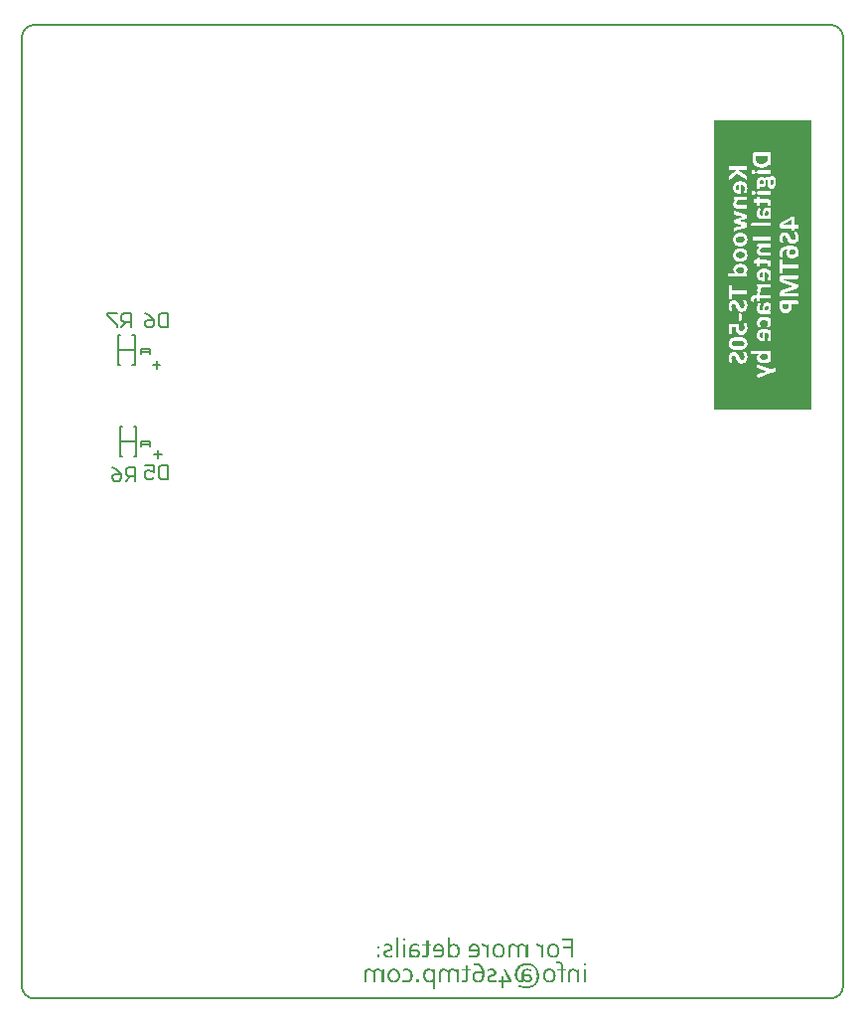
<source format=gbo>
G04*
G04 #@! TF.GenerationSoftware,Altium Limited,Altium Designer,20.0.10 (225)*
G04*
G04 Layer_Color=32896*
%FSLAX25Y25*%
%MOIN*%
G70*
G01*
G75*
%ADD10C,0.00787*%
%ADD13C,0.00591*%
G36*
X416500Y1531000D02*
Y1434000D01*
X404466D01*
X394896D01*
X394896D01*
X383750D01*
Y1531000D01*
X394896D01*
X404466D01*
X416500D01*
D02*
G37*
G36*
X280013Y1255883D02*
X279275D01*
Y1256701D01*
X280013D01*
Y1255883D01*
D02*
G37*
G36*
X283588Y1254937D02*
X283645D01*
X283680Y1254926D01*
X283715D01*
X283853Y1254903D01*
X283957Y1254891D01*
X284003Y1254879D01*
X284037D01*
X284060Y1254868D01*
X284072D01*
X284187Y1254845D01*
X284291Y1254810D01*
X284372Y1254799D01*
X284383Y1254787D01*
X284395D01*
X284499Y1254753D01*
X284579Y1254718D01*
X284637Y1254695D01*
X284660Y1254683D01*
Y1254084D01*
X284441Y1254153D01*
X284337Y1254176D01*
X284245Y1254199D01*
X284176Y1254222D01*
X284106Y1254234D01*
X284072Y1254245D01*
X284060D01*
X283830Y1254292D01*
X283726Y1254303D01*
X283634D01*
X283553Y1254315D01*
X283426D01*
X283265Y1254303D01*
X283115Y1254292D01*
X282988Y1254268D01*
X282884Y1254245D01*
X282804Y1254211D01*
X282746Y1254188D01*
X282711Y1254176D01*
X282700Y1254165D01*
X282608Y1254107D01*
X282527Y1254038D01*
X282458Y1253980D01*
X282400Y1253923D01*
X282354Y1253865D01*
X282331Y1253819D01*
X282308Y1253796D01*
Y1253784D01*
X282273Y1253703D01*
X282250Y1253623D01*
X282227Y1253554D01*
Y1253542D01*
Y1253531D01*
X282204Y1253427D01*
X282193Y1253323D01*
Y1253277D01*
Y1253242D01*
Y1253219D01*
Y1253208D01*
Y1252896D01*
X282216D01*
X282400Y1252954D01*
X282561Y1253000D01*
X282642Y1253012D01*
X282700Y1253023D01*
X282734Y1253035D01*
X282746D01*
X282977Y1253069D01*
X283080Y1253081D01*
X283184Y1253092D01*
X283265D01*
X283334Y1253104D01*
X283392D01*
X283657Y1253092D01*
X283772Y1253069D01*
X283864Y1253058D01*
X283957Y1253035D01*
X284014Y1253012D01*
X284060Y1253000D01*
X284072D01*
X284279Y1252908D01*
X284372Y1252862D01*
X284441Y1252816D01*
X284510Y1252781D01*
X284556Y1252746D01*
X284579Y1252723D01*
X284591Y1252712D01*
X284741Y1252562D01*
X284844Y1252424D01*
X284879Y1252355D01*
X284902Y1252308D01*
X284925Y1252274D01*
Y1252262D01*
X284994Y1252066D01*
X285017Y1251962D01*
X285029Y1251870D01*
Y1251789D01*
X285040Y1251732D01*
Y1251686D01*
Y1251674D01*
Y1251547D01*
X285029Y1251432D01*
X285006Y1251328D01*
X284983Y1251236D01*
X284971Y1251167D01*
X284948Y1251109D01*
X284937Y1251075D01*
Y1251063D01*
X284844Y1250879D01*
X284798Y1250798D01*
X284752Y1250729D01*
X284706Y1250683D01*
X284671Y1250636D01*
X284648Y1250613D01*
X284637Y1250602D01*
X284475Y1250487D01*
X284326Y1250394D01*
X284256Y1250360D01*
X284210Y1250348D01*
X284176Y1250325D01*
X284164D01*
X283957Y1250268D01*
X283853Y1250256D01*
X283761Y1250245D01*
X283680Y1250233D01*
X283565D01*
X283392Y1250245D01*
X283253Y1250268D01*
X283196D01*
X283150Y1250279D01*
X283126Y1250291D01*
X283115D01*
X282965Y1250325D01*
X282838Y1250371D01*
X282792Y1250394D01*
X282757Y1250406D01*
X282734Y1250417D01*
X282723D01*
X282596Y1250487D01*
X282492Y1250544D01*
X282423Y1250590D01*
X282412Y1250613D01*
X282400D01*
X282308Y1250694D01*
X282227Y1250775D01*
X282181Y1250821D01*
X282170Y1250844D01*
X282158D01*
X282077Y1250348D01*
X281455D01*
Y1253335D01*
Y1253484D01*
X281466Y1253611D01*
X281478Y1253657D01*
Y1253692D01*
X281489Y1253715D01*
Y1253726D01*
X281524Y1253853D01*
X281558Y1253969D01*
X281581Y1254038D01*
X281593Y1254049D01*
Y1254061D01*
X281674Y1254199D01*
X281778Y1254338D01*
X281881Y1254441D01*
X281985Y1254534D01*
X282077Y1254614D01*
X282158Y1254661D01*
X282204Y1254695D01*
X282227Y1254707D01*
X282400Y1254787D01*
X282585Y1254845D01*
X282769Y1254891D01*
X282942Y1254914D01*
X283092Y1254937D01*
X283219Y1254949D01*
X283472D01*
X283588Y1254937D01*
D02*
G37*
G36*
X319296D02*
X319377Y1254926D01*
X319446D01*
X319504Y1254914D01*
X319550Y1254903D01*
X319573Y1254891D01*
X319584D01*
X319734Y1254845D01*
X319861Y1254787D01*
X319907Y1254764D01*
X319942Y1254753D01*
X319965Y1254730D01*
X319976D01*
X320103Y1254649D01*
X320207Y1254568D01*
X320276Y1254511D01*
X320288Y1254499D01*
X320299Y1254488D01*
X320403Y1254384D01*
X320484Y1254292D01*
X320541Y1254222D01*
X320553Y1254211D01*
X320564Y1254199D01*
X320576D01*
X320714Y1254833D01*
X321279D01*
Y1250348D01*
X320541Y1250348D01*
Y1253531D01*
X320449Y1253657D01*
X320345Y1253773D01*
X320253Y1253876D01*
X320161Y1253957D01*
X320092Y1254026D01*
X320034Y1254072D01*
X319988Y1254095D01*
X319976Y1254107D01*
X319849Y1254176D01*
X319723Y1254234D01*
X319607Y1254268D01*
X319492Y1254303D01*
X319400Y1254315D01*
X319331Y1254326D01*
X319262D01*
X319112Y1254315D01*
X318996Y1254292D01*
X318950Y1254280D01*
X318916Y1254268D01*
X318893Y1254257D01*
X318881D01*
X318766Y1254199D01*
X318673Y1254142D01*
X318616Y1254084D01*
X318593Y1254072D01*
Y1254061D01*
X318512Y1253957D01*
X318454Y1253842D01*
X318431Y1253796D01*
X318420Y1253761D01*
X318408Y1253738D01*
Y1253726D01*
X318362Y1253565D01*
X318351Y1253404D01*
X318339Y1253335D01*
Y1253277D01*
Y1253242D01*
Y1253231D01*
Y1250348D01*
X317601D01*
Y1253531D01*
X317509Y1253657D01*
X317405Y1253773D01*
X317301Y1253876D01*
X317221Y1253957D01*
X317140Y1254026D01*
X317082Y1254072D01*
X317036Y1254095D01*
X317025Y1254107D01*
X316898Y1254176D01*
X316771Y1254234D01*
X316656Y1254268D01*
X316540Y1254303D01*
X316448Y1254315D01*
X316379Y1254326D01*
X316310D01*
X316160Y1254315D01*
X316045Y1254292D01*
X315999Y1254280D01*
X315964Y1254268D01*
X315952Y1254257D01*
X315941D01*
X315826Y1254199D01*
X315733Y1254142D01*
X315676Y1254084D01*
X315653Y1254072D01*
Y1254061D01*
X315572Y1253957D01*
X315514Y1253842D01*
X315491Y1253796D01*
X315480Y1253761D01*
X315468Y1253738D01*
Y1253726D01*
X315422Y1253565D01*
X315410Y1253404D01*
X315399Y1253335D01*
Y1253277D01*
Y1253242D01*
Y1253231D01*
Y1250348D01*
X314661D01*
Y1253346D01*
X314673Y1253519D01*
X314684Y1253680D01*
X314707Y1253807D01*
X314730Y1253923D01*
X314765Y1254015D01*
X314788Y1254084D01*
X314799Y1254130D01*
X314811Y1254142D01*
X314869Y1254257D01*
X314938Y1254349D01*
X314995Y1254430D01*
X315053Y1254499D01*
X315111Y1254557D01*
X315157Y1254591D01*
X315180Y1254614D01*
X315191Y1254626D01*
X315364Y1254741D01*
X315514Y1254822D01*
X315583Y1254845D01*
X315630Y1254868D01*
X315664Y1254879D01*
X315676D01*
X315860Y1254926D01*
X315952Y1254937D01*
X316022D01*
X316079Y1254949D01*
X316172D01*
X316356Y1254937D01*
X316529Y1254914D01*
X316679Y1254868D01*
X316806Y1254833D01*
X316921Y1254787D01*
X317002Y1254741D01*
X317048Y1254718D01*
X317071Y1254707D01*
X317209Y1254614D01*
X317336Y1254499D01*
X317451Y1254395D01*
X317555Y1254292D01*
X317636Y1254199D01*
X317693Y1254119D01*
X317740Y1254072D01*
X317751Y1254049D01*
X317763D01*
X317832Y1254199D01*
X317924Y1254326D01*
X318005Y1254441D01*
X318085Y1254534D01*
X318166Y1254603D01*
X318224Y1254661D01*
X318270Y1254695D01*
X318282Y1254707D01*
X318408Y1254787D01*
X318547Y1254845D01*
X318685Y1254891D01*
X318823Y1254914D01*
X318939Y1254937D01*
X319031Y1254949D01*
X319112D01*
X319296Y1254937D01*
D02*
G37*
G36*
X271516Y1253242D02*
X270616D01*
Y1254165D01*
X271516D01*
Y1253242D01*
D02*
G37*
G36*
X303246Y1254937D02*
X303385Y1254926D01*
X303523Y1254903D01*
X303638Y1254868D01*
X303731Y1254833D01*
X303800Y1254810D01*
X303857Y1254799D01*
X303869Y1254787D01*
X303996Y1254730D01*
X304123Y1254649D01*
X304226Y1254580D01*
X304330Y1254511D01*
X304399Y1254441D01*
X304468Y1254384D01*
X304503Y1254349D01*
X304515Y1254338D01*
X304618Y1254222D01*
X304699Y1254095D01*
X304780Y1253969D01*
X304837Y1253853D01*
X304895Y1253750D01*
X304930Y1253669D01*
X304953Y1253611D01*
X304964Y1253588D01*
X305022Y1253415D01*
X305057Y1253231D01*
X305091Y1253058D01*
X305103Y1252885D01*
X305114Y1252746D01*
X305126Y1252631D01*
Y1252585D01*
Y1252551D01*
Y1252539D01*
Y1252527D01*
X305114Y1252308D01*
X305103Y1252101D01*
X305068Y1251916D01*
X305033Y1251755D01*
X305010Y1251628D01*
X304976Y1251536D01*
X304964Y1251478D01*
X304953Y1251455D01*
X304884Y1251294D01*
X304803Y1251155D01*
X304722Y1251040D01*
X304653Y1250936D01*
X304584Y1250856D01*
X304526Y1250786D01*
X304492Y1250752D01*
X304480Y1250740D01*
X304365Y1250648D01*
X304238Y1250567D01*
X304111Y1250498D01*
X303996Y1250441D01*
X303904Y1250406D01*
X303823Y1250371D01*
X303777Y1250360D01*
X303754Y1250348D01*
X303431Y1250279D01*
X303281Y1250256D01*
X303143Y1250245D01*
X303016D01*
X302923Y1250233D01*
X302693D01*
X302554Y1250245D01*
X302428Y1250256D01*
X302312Y1250268D01*
X302220Y1250279D01*
X302139Y1250291D01*
X302093Y1250302D01*
X302082D01*
X301955Y1250325D01*
X301840Y1250348D01*
X301736Y1250383D01*
X301644Y1250406D01*
X301574Y1250441D01*
X301528Y1250452D01*
X301494Y1250475D01*
X301482D01*
Y1251086D01*
X301701Y1251005D01*
X301805Y1250982D01*
X301897Y1250959D01*
X301967Y1250936D01*
X302024Y1250925D01*
X302070Y1250913D01*
X302082D01*
X302312Y1250890D01*
X302428Y1250879D01*
X302532D01*
X302612Y1250867D01*
X302751D01*
X302993Y1250879D01*
X303108Y1250890D01*
X303200Y1250913D01*
X303281Y1250925D01*
X303339Y1250936D01*
X303385Y1250948D01*
X303396D01*
X303604Y1251029D01*
X303696Y1251063D01*
X303777Y1251109D01*
X303834Y1251155D01*
X303881Y1251178D01*
X303915Y1251202D01*
X303927Y1251213D01*
X304077Y1251374D01*
X304192Y1251536D01*
X304226Y1251605D01*
X304261Y1251663D01*
X304273Y1251697D01*
X304284Y1251709D01*
X304330Y1251824D01*
X304353Y1251951D01*
X304376Y1252078D01*
X304399Y1252193D01*
Y1252297D01*
X304411Y1252378D01*
Y1252424D01*
Y1252447D01*
X301309D01*
Y1252527D01*
Y1252585D01*
Y1252608D01*
Y1252620D01*
Y1252689D01*
Y1252712D01*
Y1252723D01*
Y1252931D01*
X301332Y1253127D01*
X301355Y1253300D01*
X301378Y1253450D01*
X301401Y1253565D01*
X301425Y1253657D01*
X301436Y1253703D01*
X301448Y1253726D01*
X301505Y1253876D01*
X301563Y1254015D01*
X301632Y1254130D01*
X301690Y1254234D01*
X301747Y1254315D01*
X301782Y1254372D01*
X301817Y1254407D01*
X301828Y1254418D01*
X301920Y1254511D01*
X302013Y1254603D01*
X302116Y1254672D01*
X302197Y1254730D01*
X302278Y1254764D01*
X302336Y1254799D01*
X302382Y1254822D01*
X302393D01*
X302520Y1254868D01*
X302635Y1254891D01*
X302762Y1254914D01*
X302866Y1254937D01*
X302958D01*
X303027Y1254949D01*
X303097D01*
X303246Y1254937D01*
D02*
G37*
G36*
X291324D02*
X291463Y1254926D01*
X291601Y1254903D01*
X291716Y1254868D01*
X291809Y1254833D01*
X291878Y1254810D01*
X291935Y1254799D01*
X291947Y1254787D01*
X292074Y1254730D01*
X292201Y1254649D01*
X292304Y1254580D01*
X292408Y1254511D01*
X292477Y1254441D01*
X292547Y1254384D01*
X292581Y1254349D01*
X292593Y1254338D01*
X292696Y1254222D01*
X292777Y1254095D01*
X292858Y1253969D01*
X292916Y1253853D01*
X292973Y1253750D01*
X293008Y1253669D01*
X293031Y1253611D01*
X293042Y1253588D01*
X293100Y1253415D01*
X293134Y1253231D01*
X293169Y1253058D01*
X293181Y1252885D01*
X293192Y1252746D01*
X293204Y1252631D01*
Y1252585D01*
Y1252551D01*
Y1252539D01*
Y1252527D01*
X293192Y1252308D01*
X293181Y1252101D01*
X293146Y1251916D01*
X293111Y1251755D01*
X293088Y1251628D01*
X293054Y1251536D01*
X293042Y1251478D01*
X293031Y1251455D01*
X292962Y1251294D01*
X292881Y1251155D01*
X292800Y1251040D01*
X292731Y1250936D01*
X292662Y1250856D01*
X292604Y1250786D01*
X292570Y1250752D01*
X292558Y1250740D01*
X292443Y1250648D01*
X292316Y1250567D01*
X292189Y1250498D01*
X292074Y1250441D01*
X291982Y1250406D01*
X291901Y1250371D01*
X291855Y1250360D01*
X291832Y1250348D01*
X291509Y1250279D01*
X291359Y1250256D01*
X291221Y1250245D01*
X291094D01*
X291002Y1250233D01*
X290771D01*
X290633Y1250245D01*
X290506Y1250256D01*
X290390Y1250268D01*
X290298Y1250279D01*
X290217Y1250291D01*
X290171Y1250302D01*
X290160D01*
X290033Y1250325D01*
X289918Y1250348D01*
X289814Y1250383D01*
X289722Y1250406D01*
X289652Y1250441D01*
X289606Y1250452D01*
X289572Y1250475D01*
X289560D01*
Y1251086D01*
X289779Y1251005D01*
X289883Y1250982D01*
X289975Y1250959D01*
X290044Y1250936D01*
X290102Y1250925D01*
X290148Y1250913D01*
X290160D01*
X290390Y1250890D01*
X290506Y1250879D01*
X290610D01*
X290690Y1250867D01*
X290828D01*
X291071Y1250879D01*
X291186Y1250890D01*
X291278Y1250913D01*
X291359Y1250925D01*
X291417Y1250936D01*
X291463Y1250948D01*
X291474D01*
X291682Y1251029D01*
X291774Y1251063D01*
X291855Y1251109D01*
X291912Y1251155D01*
X291958Y1251178D01*
X291993Y1251202D01*
X292005Y1251213D01*
X292155Y1251374D01*
X292270Y1251536D01*
X292304Y1251605D01*
X292339Y1251663D01*
X292351Y1251697D01*
X292362Y1251709D01*
X292408Y1251824D01*
X292431Y1251951D01*
X292454Y1252078D01*
X292477Y1252193D01*
Y1252297D01*
X292489Y1252378D01*
Y1252424D01*
Y1252447D01*
X289387D01*
Y1252527D01*
Y1252585D01*
Y1252608D01*
Y1252620D01*
Y1252689D01*
Y1252712D01*
Y1252723D01*
Y1252931D01*
X289410Y1253127D01*
X289433Y1253300D01*
X289457Y1253450D01*
X289479Y1253565D01*
X289503Y1253657D01*
X289514Y1253703D01*
X289526Y1253726D01*
X289583Y1253876D01*
X289641Y1254015D01*
X289710Y1254130D01*
X289768Y1254234D01*
X289825Y1254315D01*
X289860Y1254372D01*
X289895Y1254407D01*
X289906Y1254418D01*
X289998Y1254511D01*
X290091Y1254603D01*
X290194Y1254672D01*
X290275Y1254730D01*
X290356Y1254764D01*
X290413Y1254799D01*
X290460Y1254822D01*
X290471D01*
X290598Y1254868D01*
X290713Y1254891D01*
X290840Y1254914D01*
X290944Y1254937D01*
X291036D01*
X291105Y1254949D01*
X291174D01*
X291324Y1254937D01*
D02*
G37*
G36*
X287911Y1254833D02*
X288776D01*
Y1254211D01*
X287911D01*
Y1251478D01*
X287900Y1251271D01*
X287888Y1251190D01*
X287865Y1251109D01*
X287854Y1251052D01*
X287842Y1251005D01*
X287831Y1250971D01*
Y1250959D01*
X287761Y1250798D01*
X287669Y1250683D01*
X287635Y1250636D01*
X287600Y1250602D01*
X287589Y1250579D01*
X287577Y1250567D01*
X287427Y1250464D01*
X287289Y1250383D01*
X287231Y1250360D01*
X287185Y1250337D01*
X287151Y1250325D01*
X287139D01*
X286931Y1250268D01*
X286828Y1250256D01*
X286735Y1250245D01*
X286655Y1250233D01*
X286528D01*
X286343Y1250245D01*
X286263Y1250256D01*
X286193D01*
X286136Y1250268D01*
X286101Y1250279D01*
X286067D01*
X285940Y1250302D01*
X285848Y1250325D01*
X285790Y1250348D01*
X285767D01*
Y1250948D01*
X285871Y1250925D01*
X285974Y1250902D01*
X286044Y1250890D01*
X286078D01*
X286193Y1250879D01*
X286286Y1250867D01*
X286378D01*
X286528Y1250879D01*
X286643Y1250890D01*
X286689Y1250902D01*
X286724D01*
X286735Y1250913D01*
X286747D01*
X286851Y1250959D01*
X286931Y1251005D01*
X286978Y1251052D01*
X287001Y1251063D01*
X287058Y1251144D01*
X287104Y1251213D01*
X287127Y1251271D01*
X287139Y1251294D01*
X287162Y1251398D01*
X287174Y1251490D01*
Y1251559D01*
Y1251570D01*
Y1251582D01*
Y1254211D01*
X285836D01*
Y1254833D01*
X287174D01*
Y1256067D01*
X287911D01*
Y1254833D01*
D02*
G37*
G36*
X336384Y1250348D02*
X335611D01*
Y1253242D01*
X332959D01*
Y1253934D01*
X335611D01*
Y1255975D01*
X332613D01*
Y1256667D01*
X336384D01*
Y1250348D01*
D02*
G37*
G36*
X324369Y1254937D02*
X324450Y1254926D01*
X324531Y1254914D01*
X324588Y1254903D01*
X324635Y1254891D01*
X324669Y1254880D01*
X324681D01*
X324842Y1254822D01*
X324980Y1254764D01*
X325038Y1254741D01*
X325073Y1254718D01*
X325096Y1254695D01*
X325107D01*
X325246Y1254614D01*
X325361Y1254534D01*
X325407Y1254499D01*
X325442Y1254465D01*
X325453Y1254453D01*
X325465Y1254441D01*
X325568Y1254326D01*
X325661Y1254222D01*
X325684Y1254176D01*
X325707Y1254153D01*
X325730Y1254130D01*
Y1254119D01*
X325753D01*
X325891Y1254833D01*
X326456D01*
Y1250348D01*
X325718D01*
Y1253461D01*
X325626Y1253600D01*
X325534Y1253703D01*
X325453Y1253773D01*
X325442Y1253784D01*
X325430Y1253796D01*
X325292Y1253899D01*
X325165Y1253969D01*
X325119Y1254003D01*
X325073Y1254026D01*
X325050Y1254038D01*
X325038D01*
X324865Y1254095D01*
X324715Y1254142D01*
X324658Y1254153D01*
X324611Y1254165D01*
X324577Y1254176D01*
X324565D01*
X324381Y1254211D01*
X324289Y1254222D01*
X324208D01*
X324139Y1254234D01*
X324000D01*
Y1254937D01*
X324081D01*
X324150Y1254949D01*
X324185D01*
X324369Y1254937D01*
D02*
G37*
G36*
X306025Y1254937D02*
X306106Y1254926D01*
X306187Y1254914D01*
X306244Y1254903D01*
X306290Y1254891D01*
X306325Y1254879D01*
X306336D01*
X306498Y1254822D01*
X306636Y1254764D01*
X306694Y1254741D01*
X306728Y1254718D01*
X306751Y1254695D01*
X306763D01*
X306901Y1254614D01*
X307017Y1254534D01*
X307063Y1254499D01*
X307097Y1254465D01*
X307109Y1254453D01*
X307120Y1254441D01*
X307224Y1254326D01*
X307316Y1254222D01*
X307340Y1254176D01*
X307363Y1254153D01*
X307386Y1254130D01*
Y1254119D01*
X307409D01*
X307547Y1254833D01*
X308112D01*
Y1250348D01*
X307374D01*
Y1253461D01*
X307282Y1253600D01*
X307190Y1253703D01*
X307109Y1253773D01*
X307097Y1253784D01*
X307086Y1253796D01*
X306947Y1253899D01*
X306821Y1253969D01*
X306774Y1254003D01*
X306728Y1254026D01*
X306705Y1254038D01*
X306694D01*
X306521Y1254095D01*
X306371Y1254142D01*
X306313Y1254153D01*
X306267Y1254165D01*
X306233Y1254176D01*
X306221D01*
X306037Y1254211D01*
X305944Y1254222D01*
X305864D01*
X305795Y1254234D01*
X305656D01*
Y1254937D01*
X305737D01*
X305806Y1254949D01*
X305841D01*
X306025Y1254937D01*
D02*
G37*
G36*
X279990Y1250348D02*
X279252D01*
Y1254833D01*
X279990D01*
Y1250348D01*
D02*
G37*
G36*
X277742D02*
X277004D01*
Y1257185D01*
X277742D01*
Y1250348D01*
D02*
G37*
G36*
X271516D02*
X270616D01*
Y1251271D01*
X271516D01*
Y1250348D01*
D02*
G37*
G36*
X329915Y1254937D02*
X330088Y1254926D01*
X330226Y1254891D01*
X330365Y1254868D01*
X330469Y1254833D01*
X330549Y1254799D01*
X330595Y1254787D01*
X330619Y1254776D01*
X330757Y1254707D01*
X330884Y1254626D01*
X330999Y1254545D01*
X331103Y1254465D01*
X331184Y1254395D01*
X331241Y1254338D01*
X331276Y1254303D01*
X331287Y1254292D01*
X331380Y1254165D01*
X331472Y1254038D01*
X331541Y1253923D01*
X331599Y1253796D01*
X331656Y1253692D01*
X331691Y1253611D01*
X331702Y1253565D01*
X331714Y1253542D01*
X331760Y1253381D01*
X331795Y1253208D01*
X331829Y1253058D01*
X331841Y1252908D01*
X331852Y1252781D01*
X331864Y1252677D01*
Y1252608D01*
Y1252597D01*
Y1252585D01*
X331852Y1252389D01*
X331841Y1252216D01*
X331818Y1252043D01*
X331795Y1251905D01*
X331772Y1251778D01*
X331749Y1251697D01*
X331725Y1251640D01*
Y1251617D01*
X331668Y1251467D01*
X331599Y1251317D01*
X331529Y1251202D01*
X331460Y1251086D01*
X331391Y1251005D01*
X331345Y1250936D01*
X331310Y1250890D01*
X331299Y1250879D01*
X331195Y1250763D01*
X331080Y1250671D01*
X330964Y1250590D01*
X330861Y1250521D01*
X330768Y1250464D01*
X330699Y1250429D01*
X330642Y1250406D01*
X330630Y1250394D01*
X330480Y1250337D01*
X330330Y1250302D01*
X330180Y1250268D01*
X330042Y1250256D01*
X329915Y1250245D01*
X329823Y1250233D01*
X329742D01*
X329558Y1250245D01*
X329396Y1250256D01*
X329246Y1250279D01*
X329120Y1250314D01*
X329016Y1250348D01*
X328935Y1250371D01*
X328877Y1250383D01*
X328866Y1250394D01*
X328728Y1250464D01*
X328601Y1250544D01*
X328485Y1250625D01*
X328382Y1250706D01*
X328301Y1250775D01*
X328243Y1250832D01*
X328209Y1250867D01*
X328197Y1250879D01*
X328094Y1251005D01*
X328013Y1251121D01*
X327944Y1251248D01*
X327874Y1251363D01*
X327828Y1251467D01*
X327794Y1251547D01*
X327782Y1251593D01*
X327771Y1251617D01*
X327713Y1251789D01*
X327678Y1251951D01*
X327644Y1252112D01*
X327632Y1252262D01*
X327621Y1252389D01*
X327609Y1252493D01*
Y1252562D01*
Y1252585D01*
X327621Y1252781D01*
X327632Y1252954D01*
X327655Y1253127D01*
X327678Y1253265D01*
X327713Y1253381D01*
X327736Y1253473D01*
X327748Y1253519D01*
X327759Y1253542D01*
X327817Y1253703D01*
X327886Y1253842D01*
X327955Y1253969D01*
X328024Y1254084D01*
X328094Y1254165D01*
X328140Y1254234D01*
X328174Y1254280D01*
X328186Y1254292D01*
X328290Y1254407D01*
X328405Y1254499D01*
X328509Y1254580D01*
X328624Y1254649D01*
X328716Y1254707D01*
X328785Y1254741D01*
X328831Y1254764D01*
X328854Y1254776D01*
X329004Y1254833D01*
X329154Y1254880D01*
X329304Y1254903D01*
X329443Y1254926D01*
X329569Y1254937D01*
X329662Y1254949D01*
X329742D01*
X329915Y1254937D01*
D02*
G37*
G36*
X311571Y1254937D02*
X311744Y1254926D01*
X311882Y1254891D01*
X312021Y1254868D01*
X312124Y1254833D01*
X312205Y1254799D01*
X312251Y1254787D01*
X312274Y1254776D01*
X312413Y1254707D01*
X312540Y1254626D01*
X312655Y1254545D01*
X312759Y1254465D01*
X312839Y1254395D01*
X312897Y1254338D01*
X312931Y1254303D01*
X312943Y1254292D01*
X313035Y1254165D01*
X313128Y1254038D01*
X313197Y1253923D01*
X313254Y1253796D01*
X313312Y1253692D01*
X313347Y1253611D01*
X313358Y1253565D01*
X313370Y1253542D01*
X313416Y1253381D01*
X313450Y1253208D01*
X313485Y1253058D01*
X313496Y1252908D01*
X313508Y1252781D01*
X313520Y1252677D01*
Y1252608D01*
Y1252597D01*
Y1252585D01*
X313508Y1252389D01*
X313496Y1252216D01*
X313474Y1252043D01*
X313450Y1251905D01*
X313427Y1251778D01*
X313404Y1251697D01*
X313381Y1251640D01*
Y1251616D01*
X313324Y1251467D01*
X313254Y1251317D01*
X313185Y1251202D01*
X313116Y1251086D01*
X313047Y1251005D01*
X313001Y1250936D01*
X312966Y1250890D01*
X312955Y1250879D01*
X312851Y1250763D01*
X312736Y1250671D01*
X312620Y1250590D01*
X312516Y1250521D01*
X312424Y1250464D01*
X312355Y1250429D01*
X312297Y1250406D01*
X312286Y1250394D01*
X312136Y1250337D01*
X311986Y1250302D01*
X311836Y1250268D01*
X311698Y1250256D01*
X311571Y1250245D01*
X311479Y1250233D01*
X311398D01*
X311214Y1250245D01*
X311052Y1250256D01*
X310902Y1250279D01*
X310775Y1250314D01*
X310672Y1250348D01*
X310591Y1250371D01*
X310533Y1250383D01*
X310522Y1250394D01*
X310383Y1250464D01*
X310257Y1250544D01*
X310141Y1250625D01*
X310037Y1250706D01*
X309957Y1250775D01*
X309899Y1250832D01*
X309865Y1250867D01*
X309853Y1250879D01*
X309749Y1251005D01*
X309669Y1251121D01*
X309599Y1251248D01*
X309530Y1251363D01*
X309484Y1251467D01*
X309450Y1251547D01*
X309438Y1251593D01*
X309426Y1251616D01*
X309369Y1251789D01*
X309334Y1251951D01*
X309300Y1252112D01*
X309288Y1252262D01*
X309277Y1252389D01*
X309265Y1252493D01*
Y1252562D01*
Y1252585D01*
X309277Y1252781D01*
X309288Y1252954D01*
X309311Y1253127D01*
X309334Y1253265D01*
X309369Y1253381D01*
X309392Y1253473D01*
X309403Y1253519D01*
X309415Y1253542D01*
X309472Y1253703D01*
X309542Y1253842D01*
X309611Y1253969D01*
X309680Y1254084D01*
X309749Y1254165D01*
X309795Y1254234D01*
X309830Y1254280D01*
X309841Y1254292D01*
X309945Y1254407D01*
X310061Y1254499D01*
X310164Y1254580D01*
X310280Y1254649D01*
X310372Y1254707D01*
X310441Y1254741D01*
X310487Y1254764D01*
X310510Y1254776D01*
X310660Y1254833D01*
X310810Y1254879D01*
X310960Y1254903D01*
X311098Y1254926D01*
X311225Y1254937D01*
X311317Y1254949D01*
X311398D01*
X311571Y1254937D01*
D02*
G37*
G36*
X295141Y1254407D02*
X295164D01*
X295256Y1254499D01*
X295348Y1254580D01*
X295441Y1254649D01*
X295521Y1254707D01*
X295602Y1254753D01*
X295660Y1254787D01*
X295694Y1254799D01*
X295706Y1254810D01*
X295821Y1254856D01*
X295948Y1254891D01*
X296063Y1254914D01*
X296179Y1254937D01*
X296271D01*
X296351Y1254949D01*
X296421D01*
X296570Y1254937D01*
X296709Y1254926D01*
X296766Y1254914D01*
X296813Y1254903D01*
X296836Y1254891D01*
X296847D01*
X297009Y1254845D01*
X297147Y1254799D01*
X297205Y1254764D01*
X297251Y1254753D01*
X297274Y1254730D01*
X297285D01*
X297435Y1254637D01*
X297574Y1254534D01*
X297620Y1254499D01*
X297666Y1254465D01*
X297689Y1254441D01*
X297700Y1254430D01*
X297839Y1254292D01*
X297954Y1254142D01*
X298000Y1254072D01*
X298035Y1254026D01*
X298046Y1253992D01*
X298058Y1253980D01*
X298162Y1253773D01*
X298196Y1253669D01*
X298231Y1253565D01*
X298265Y1253484D01*
X298288Y1253415D01*
X298300Y1253369D01*
Y1253358D01*
X298346Y1253081D01*
X298358Y1252942D01*
X298369Y1252804D01*
X298381Y1252700D01*
Y1252608D01*
Y1252551D01*
Y1252527D01*
X298369Y1252308D01*
X298358Y1252101D01*
X298335Y1251916D01*
X298300Y1251766D01*
X298265Y1251640D01*
X298242Y1251547D01*
X298231Y1251490D01*
X298219Y1251467D01*
X298150Y1251305D01*
X298081Y1251167D01*
X298000Y1251052D01*
X297931Y1250948D01*
X297862Y1250867D01*
X297816Y1250798D01*
X297781Y1250763D01*
X297770Y1250752D01*
X297666Y1250660D01*
X297551Y1250567D01*
X297447Y1250498D01*
X297355Y1250452D01*
X297274Y1250406D01*
X297205Y1250371D01*
X297159Y1250360D01*
X297147Y1250348D01*
X296882Y1250279D01*
X296755Y1250256D01*
X296651Y1250245D01*
X296559D01*
X296478Y1250233D01*
X296421D01*
X296236Y1250245D01*
X296155Y1250256D01*
X296086Y1250268D01*
X296040D01*
X295994Y1250279D01*
X295971Y1250291D01*
X295959D01*
X295821Y1250337D01*
X295706Y1250383D01*
X295660Y1250406D01*
X295625Y1250417D01*
X295614Y1250429D01*
X295602D01*
X295498Y1250498D01*
X295417Y1250556D01*
X295360Y1250602D01*
X295337Y1250625D01*
X295256Y1250706D01*
X295198Y1250775D01*
X295152Y1250821D01*
X295141Y1250844D01*
X295118D01*
X294968Y1250348D01*
X294403D01*
Y1257185D01*
X295141D01*
Y1254407D01*
D02*
G37*
G36*
X274433Y1254937D02*
X274537Y1254926D01*
X274629Y1254903D01*
X274710Y1254891D01*
X274767Y1254868D01*
X274802Y1254856D01*
X274813D01*
X275009Y1254787D01*
X275102Y1254741D01*
X275171Y1254695D01*
X275240Y1254661D01*
X275286Y1254626D01*
X275309Y1254614D01*
X275321Y1254603D01*
X275459Y1254465D01*
X275563Y1254315D01*
X275609Y1254257D01*
X275632Y1254211D01*
X275643Y1254176D01*
X275655Y1254165D01*
X275701Y1254061D01*
X275724Y1253969D01*
X275747Y1253865D01*
X275770Y1253773D01*
Y1253692D01*
X275782Y1253623D01*
Y1253577D01*
Y1253565D01*
Y1253438D01*
X275759Y1253335D01*
X275747Y1253231D01*
X275724Y1253150D01*
X275701Y1253092D01*
X275690Y1253035D01*
X275667Y1253012D01*
Y1253000D01*
X275563Y1252850D01*
X275459Y1252746D01*
X275413Y1252712D01*
X275378Y1252677D01*
X275355Y1252666D01*
X275344Y1252654D01*
X275194Y1252573D01*
X275056Y1252504D01*
X274998Y1252481D01*
X274952Y1252458D01*
X274917Y1252447D01*
X274906D01*
X274733Y1252401D01*
X274571Y1252366D01*
X274514Y1252355D01*
X274467Y1252343D01*
X274433Y1252331D01*
X274421D01*
X274294Y1252297D01*
X274179Y1252262D01*
X274133Y1252251D01*
X274098Y1252239D01*
X274087Y1252228D01*
X274075D01*
X273960Y1252193D01*
X273868Y1252147D01*
X273810Y1252112D01*
X273787Y1252101D01*
X273707Y1252032D01*
X273637Y1251962D01*
X273603Y1251916D01*
X273591Y1251905D01*
Y1251893D01*
X273545Y1251801D01*
X273522Y1251697D01*
X273511Y1251628D01*
Y1251605D01*
Y1251593D01*
X273522Y1251467D01*
X273557Y1251363D01*
X273591Y1251294D01*
X273603Y1251282D01*
Y1251271D01*
X273672Y1251178D01*
X273753Y1251109D01*
X273810Y1251052D01*
X273822Y1251040D01*
X273833D01*
X273949Y1250982D01*
X274064Y1250936D01*
X274122Y1250925D01*
X274156Y1250913D01*
X274179Y1250902D01*
X274191D01*
X274352Y1250879D01*
X274502Y1250867D01*
X274560Y1250856D01*
X274652D01*
X274883Y1250867D01*
X274986Y1250879D01*
X275079Y1250890D01*
X275159D01*
X275217Y1250902D01*
X275252Y1250913D01*
X275263D01*
X275459Y1250971D01*
X275551Y1251005D01*
X275632Y1251029D01*
X275701Y1251063D01*
X275759Y1251075D01*
X275793Y1251098D01*
X275805D01*
Y1250487D01*
X275747Y1250452D01*
X275690Y1250429D01*
X275643Y1250406D01*
X275632Y1250394D01*
X275551Y1250371D01*
X275471Y1250348D01*
X275401Y1250337D01*
X275390Y1250325D01*
X275378D01*
X275252Y1250302D01*
X275136Y1250279D01*
X275090D01*
X275056Y1250268D01*
X275021D01*
X274859Y1250245D01*
X274721Y1250233D01*
X274421D01*
X274283Y1250245D01*
X274156Y1250268D01*
X274052Y1250279D01*
X273960Y1250302D01*
X273891Y1250314D01*
X273845Y1250325D01*
X273833D01*
X273707Y1250360D01*
X273603Y1250394D01*
X273499Y1250441D01*
X273418Y1250487D01*
X273349Y1250521D01*
X273303Y1250556D01*
X273268Y1250567D01*
X273257Y1250579D01*
X273095Y1250729D01*
X272980Y1250879D01*
X272945Y1250936D01*
X272911Y1250982D01*
X272888Y1251017D01*
Y1251029D01*
X272842Y1251132D01*
X272807Y1251236D01*
X272784Y1251340D01*
X272761Y1251432D01*
Y1251513D01*
X272749Y1251570D01*
Y1251616D01*
Y1251628D01*
Y1251755D01*
X272773Y1251882D01*
X272784Y1251985D01*
X272807Y1252066D01*
X272830Y1252135D01*
X272853Y1252182D01*
X272865Y1252216D01*
X272876Y1252228D01*
X272969Y1252389D01*
X273072Y1252504D01*
X273118Y1252551D01*
X273153Y1252585D01*
X273176Y1252597D01*
X273188Y1252608D01*
X273326Y1252700D01*
X273464Y1252758D01*
X273522Y1252781D01*
X273568Y1252793D01*
X273591Y1252804D01*
X273603D01*
X273764Y1252850D01*
X273926Y1252896D01*
X273983Y1252908D01*
X274029Y1252919D01*
X274064Y1252931D01*
X274075D01*
X274214Y1252966D01*
X274318Y1253000D01*
X274364Y1253012D01*
X274398D01*
X274421Y1253023D01*
X274433D01*
X274560Y1253058D01*
X274652Y1253104D01*
X274721Y1253127D01*
X274733Y1253139D01*
X274744D01*
X274825Y1253196D01*
X274894Y1253254D01*
X274940Y1253300D01*
X274952Y1253323D01*
X274986Y1253427D01*
X275009Y1253531D01*
X275021Y1253565D01*
Y1253600D01*
Y1253623D01*
Y1253634D01*
X275009Y1253738D01*
X274998Y1253830D01*
X274986Y1253888D01*
X274975Y1253911D01*
X274929Y1254003D01*
X274871Y1254072D01*
X274825Y1254119D01*
X274802Y1254130D01*
X274710Y1254188D01*
X274617Y1254234D01*
X274537Y1254257D01*
X274525Y1254268D01*
X274514D01*
X274364Y1254303D01*
X274225Y1254315D01*
X274168Y1254326D01*
X274075D01*
X273856Y1254315D01*
X273764Y1254292D01*
X273672Y1254280D01*
X273603Y1254268D01*
X273545Y1254257D01*
X273511Y1254245D01*
X273499D01*
X273291Y1254199D01*
X273188Y1254165D01*
X273107Y1254142D01*
X273038Y1254119D01*
X272980Y1254107D01*
X272945Y1254084D01*
X272934D01*
Y1254695D01*
X273142Y1254764D01*
X273234Y1254799D01*
X273326Y1254822D01*
X273407Y1254845D01*
X273464Y1254856D01*
X273511Y1254868D01*
X273522D01*
X273764Y1254914D01*
X273879Y1254926D01*
X273983Y1254937D01*
X274064Y1254949D01*
X274202D01*
X274433Y1254937D01*
D02*
G37*
G36*
X340684Y1247551D02*
X339946D01*
Y1248370D01*
X340684D01*
Y1247551D01*
D02*
G37*
G36*
X296052Y1246606D02*
X296132Y1246594D01*
X296201D01*
X296259Y1246583D01*
X296305Y1246571D01*
X296328Y1246560D01*
X296340D01*
X296490Y1246513D01*
X296617Y1246456D01*
X296663Y1246433D01*
X296697Y1246421D01*
X296720Y1246398D01*
X296732D01*
X296859Y1246317D01*
X296962Y1246237D01*
X297032Y1246179D01*
X297043Y1246167D01*
X297055Y1246156D01*
X297159Y1246052D01*
X297239Y1245960D01*
X297297Y1245891D01*
X297308Y1245879D01*
X297320Y1245868D01*
X297331D01*
X297470Y1246502D01*
X298035D01*
Y1242017D01*
X297297D01*
Y1245199D01*
X297205Y1245326D01*
X297101Y1245441D01*
X297009Y1245545D01*
X296916Y1245626D01*
X296847Y1245695D01*
X296790Y1245741D01*
X296743Y1245764D01*
X296732Y1245775D01*
X296605Y1245845D01*
X296478Y1245902D01*
X296363Y1245937D01*
X296248Y1245971D01*
X296155Y1245983D01*
X296086Y1245994D01*
X296017D01*
X295867Y1245983D01*
X295752Y1245960D01*
X295706Y1245948D01*
X295671Y1245937D01*
X295648Y1245925D01*
X295637D01*
X295521Y1245868D01*
X295429Y1245810D01*
X295371Y1245752D01*
X295348Y1245741D01*
Y1245729D01*
X295268Y1245626D01*
X295210Y1245510D01*
X295187Y1245464D01*
X295175Y1245430D01*
X295164Y1245407D01*
Y1245395D01*
X295118Y1245234D01*
X295106Y1245072D01*
X295095Y1245003D01*
Y1244945D01*
Y1244911D01*
Y1244899D01*
Y1242017D01*
X294357D01*
Y1245199D01*
X294265Y1245326D01*
X294161Y1245441D01*
X294057Y1245545D01*
X293976Y1245626D01*
X293896Y1245695D01*
X293838Y1245741D01*
X293792Y1245764D01*
X293780Y1245775D01*
X293653Y1245845D01*
X293527Y1245902D01*
X293411Y1245937D01*
X293296Y1245971D01*
X293204Y1245983D01*
X293134Y1245994D01*
X293065D01*
X292916Y1245983D01*
X292800Y1245960D01*
X292754Y1245948D01*
X292720Y1245937D01*
X292708Y1245925D01*
X292696D01*
X292581Y1245868D01*
X292489Y1245810D01*
X292431Y1245752D01*
X292408Y1245741D01*
Y1245729D01*
X292327Y1245626D01*
X292270Y1245510D01*
X292247Y1245464D01*
X292235Y1245430D01*
X292224Y1245407D01*
Y1245395D01*
X292178Y1245234D01*
X292166Y1245072D01*
X292155Y1245003D01*
Y1244945D01*
Y1244911D01*
Y1244899D01*
Y1242017D01*
X291417D01*
Y1245014D01*
X291428Y1245187D01*
X291440Y1245349D01*
X291463Y1245476D01*
X291486Y1245591D01*
X291520Y1245683D01*
X291543Y1245752D01*
X291555Y1245798D01*
X291566Y1245810D01*
X291624Y1245925D01*
X291693Y1246018D01*
X291751Y1246098D01*
X291809Y1246167D01*
X291866Y1246225D01*
X291912Y1246260D01*
X291935Y1246283D01*
X291947Y1246294D01*
X292120Y1246410D01*
X292270Y1246490D01*
X292339Y1246513D01*
X292385Y1246536D01*
X292420Y1246548D01*
X292431D01*
X292616Y1246594D01*
X292708Y1246606D01*
X292777D01*
X292835Y1246617D01*
X292927D01*
X293111Y1246606D01*
X293284Y1246583D01*
X293434Y1246536D01*
X293561Y1246502D01*
X293676Y1246456D01*
X293757Y1246410D01*
X293803Y1246387D01*
X293826Y1246375D01*
X293965Y1246283D01*
X294092Y1246167D01*
X294207Y1246064D01*
X294311Y1245960D01*
X294391Y1245868D01*
X294449Y1245787D01*
X294495Y1245741D01*
X294507Y1245718D01*
X294518D01*
X294587Y1245868D01*
X294680Y1245994D01*
X294760Y1246110D01*
X294841Y1246202D01*
X294922Y1246271D01*
X294979Y1246329D01*
X295025Y1246364D01*
X295037Y1246375D01*
X295164Y1246456D01*
X295302Y1246513D01*
X295441Y1246560D01*
X295579Y1246583D01*
X295694Y1246606D01*
X295786Y1246617D01*
X295867D01*
X296052Y1246606D01*
D02*
G37*
G36*
X270951D02*
X271031Y1246594D01*
X271101D01*
X271158Y1246583D01*
X271204Y1246571D01*
X271228Y1246560D01*
X271239D01*
X271389Y1246513D01*
X271516Y1246456D01*
X271562Y1246433D01*
X271597Y1246421D01*
X271620Y1246398D01*
X271631D01*
X271758Y1246317D01*
X271862Y1246237D01*
X271931Y1246179D01*
X271942Y1246167D01*
X271954Y1246156D01*
X272058Y1246052D01*
X272138Y1245960D01*
X272196Y1245891D01*
X272208Y1245879D01*
X272219Y1245868D01*
X272231D01*
X272369Y1246502D01*
X272934D01*
Y1242017D01*
X272196D01*
Y1245199D01*
X272104Y1245326D01*
X272000Y1245441D01*
X271908Y1245545D01*
X271816Y1245626D01*
X271746Y1245695D01*
X271689Y1245741D01*
X271643Y1245764D01*
X271631Y1245775D01*
X271504Y1245845D01*
X271377Y1245902D01*
X271262Y1245937D01*
X271147Y1245971D01*
X271055Y1245983D01*
X270985Y1245994D01*
X270916D01*
X270766Y1245983D01*
X270651Y1245960D01*
X270605Y1245948D01*
X270570Y1245937D01*
X270547Y1245925D01*
X270536D01*
X270420Y1245868D01*
X270328Y1245810D01*
X270270Y1245752D01*
X270248Y1245741D01*
Y1245729D01*
X270167Y1245626D01*
X270109Y1245510D01*
X270086Y1245464D01*
X270075Y1245430D01*
X270063Y1245407D01*
Y1245395D01*
X270017Y1245234D01*
X270005Y1245072D01*
X269994Y1245003D01*
Y1244945D01*
Y1244911D01*
Y1244899D01*
Y1242017D01*
X269256D01*
Y1245199D01*
X269164Y1245326D01*
X269060Y1245441D01*
X268956Y1245545D01*
X268875Y1245626D01*
X268795Y1245695D01*
X268737Y1245741D01*
X268691Y1245764D01*
X268679Y1245775D01*
X268553Y1245845D01*
X268426Y1245902D01*
X268310Y1245937D01*
X268195Y1245971D01*
X268103Y1245983D01*
X268034Y1245994D01*
X267965D01*
X267815Y1245983D01*
X267699Y1245960D01*
X267653Y1245948D01*
X267619Y1245937D01*
X267607Y1245925D01*
X267596D01*
X267480Y1245868D01*
X267388Y1245810D01*
X267330Y1245752D01*
X267307Y1245741D01*
Y1245729D01*
X267227Y1245626D01*
X267169Y1245510D01*
X267146Y1245464D01*
X267134Y1245430D01*
X267123Y1245407D01*
Y1245395D01*
X267077Y1245234D01*
X267065Y1245072D01*
X267054Y1245003D01*
Y1244945D01*
Y1244911D01*
Y1244899D01*
Y1242017D01*
X266316D01*
Y1245014D01*
X266327Y1245187D01*
X266339Y1245349D01*
X266362Y1245476D01*
X266385Y1245591D01*
X266420Y1245683D01*
X266443Y1245752D01*
X266454Y1245798D01*
X266466Y1245810D01*
X266523Y1245925D01*
X266593Y1246018D01*
X266650Y1246098D01*
X266708Y1246167D01*
X266765Y1246225D01*
X266811Y1246260D01*
X266835Y1246283D01*
X266846Y1246294D01*
X267019Y1246410D01*
X267169Y1246490D01*
X267238Y1246513D01*
X267284Y1246536D01*
X267319Y1246548D01*
X267330D01*
X267515Y1246594D01*
X267607Y1246606D01*
X267676D01*
X267734Y1246617D01*
X267826D01*
X268011Y1246606D01*
X268184Y1246583D01*
X268334Y1246536D01*
X268460Y1246502D01*
X268576Y1246456D01*
X268656Y1246410D01*
X268703Y1246387D01*
X268725Y1246375D01*
X268864Y1246283D01*
X268991Y1246167D01*
X269106Y1246064D01*
X269210Y1245960D01*
X269290Y1245868D01*
X269348Y1245787D01*
X269394Y1245741D01*
X269406Y1245718D01*
X269417D01*
X269486Y1245868D01*
X269579Y1245994D01*
X269659Y1246110D01*
X269740Y1246202D01*
X269821Y1246271D01*
X269879Y1246329D01*
X269925Y1246364D01*
X269936Y1246375D01*
X270063Y1246456D01*
X270201Y1246513D01*
X270340Y1246560D01*
X270478Y1246583D01*
X270593Y1246606D01*
X270686Y1246617D01*
X270766D01*
X270951Y1246606D01*
D02*
G37*
G36*
X304284Y1248427D02*
X304422Y1248404D01*
X304538Y1248381D01*
X304642Y1248358D01*
X304711Y1248335D01*
X304768Y1248324D01*
X304780Y1248312D01*
X304918Y1248254D01*
X305045Y1248197D01*
X305149Y1248128D01*
X305253Y1248070D01*
X305333Y1248012D01*
X305391Y1247966D01*
X305437Y1247932D01*
X305449Y1247920D01*
X305656Y1247724D01*
X305748Y1247632D01*
X305829Y1247540D01*
X305887Y1247459D01*
X305933Y1247390D01*
X305967Y1247344D01*
X305979Y1247332D01*
X306129Y1247067D01*
X306187Y1246940D01*
X306244Y1246825D01*
X306290Y1246721D01*
X306325Y1246640D01*
X306336Y1246594D01*
X306348Y1246571D01*
X306452Y1246260D01*
X306486Y1246121D01*
X306521Y1245983D01*
X306544Y1245868D01*
X306567Y1245775D01*
X306578Y1245718D01*
Y1245695D01*
X306613Y1245349D01*
X306636Y1245176D01*
Y1245037D01*
X306648Y1244911D01*
Y1244807D01*
Y1244749D01*
Y1244738D01*
Y1244726D01*
X306636Y1244496D01*
X306625Y1244265D01*
X306602Y1244069D01*
X306578Y1243896D01*
X306556Y1243758D01*
X306532Y1243642D01*
X306509Y1243573D01*
Y1243562D01*
Y1243550D01*
X306452Y1243366D01*
X306382Y1243193D01*
X306325Y1243043D01*
X306256Y1242916D01*
X306198Y1242812D01*
X306152Y1242731D01*
X306117Y1242674D01*
X306106Y1242662D01*
X306002Y1242535D01*
X305887Y1242420D01*
X305771Y1242317D01*
X305668Y1242247D01*
X305587Y1242178D01*
X305506Y1242132D01*
X305460Y1242109D01*
X305449Y1242097D01*
X305299Y1242028D01*
X305149Y1241982D01*
X304999Y1241947D01*
X304860Y1241924D01*
X304734Y1241913D01*
X304642Y1241901D01*
X304561D01*
X304388Y1241913D01*
X304226Y1241924D01*
X304088Y1241947D01*
X303961Y1241982D01*
X303857Y1242005D01*
X303788Y1242028D01*
X303731Y1242040D01*
X303719Y1242051D01*
X303581Y1242109D01*
X303465Y1242178D01*
X303362Y1242247D01*
X303269Y1242317D01*
X303200Y1242374D01*
X303143Y1242420D01*
X303108Y1242455D01*
X303097Y1242466D01*
X302923Y1242685D01*
X302866Y1242801D01*
X302808Y1242904D01*
X302762Y1242985D01*
X302728Y1243066D01*
X302716Y1243112D01*
X302704Y1243124D01*
X302658Y1243273D01*
X302624Y1243412D01*
X302601Y1243550D01*
X302578Y1243677D01*
Y1243792D01*
X302566Y1243873D01*
Y1243931D01*
Y1243954D01*
X302578Y1244127D01*
X302589Y1244277D01*
X302612Y1244415D01*
X302635Y1244530D01*
X302670Y1244623D01*
X302693Y1244703D01*
X302704Y1244749D01*
X302716Y1244761D01*
X302774Y1244888D01*
X302843Y1245003D01*
X302912Y1245095D01*
X302970Y1245176D01*
X303027Y1245245D01*
X303073Y1245291D01*
X303108Y1245326D01*
X303119Y1245337D01*
X303223Y1245418D01*
X303327Y1245499D01*
X303419Y1245556D01*
X303523Y1245603D01*
X303604Y1245649D01*
X303673Y1245672D01*
X303719Y1245695D01*
X303731D01*
X303869Y1245741D01*
X304007Y1245764D01*
X304134Y1245787D01*
X304261Y1245810D01*
X304365D01*
X304446Y1245822D01*
X304515D01*
X304757Y1245810D01*
X304872Y1245787D01*
X304976Y1245775D01*
X305068Y1245752D01*
X305137Y1245729D01*
X305183Y1245718D01*
X305195D01*
X305437Y1245626D01*
X305552Y1245579D01*
X305645Y1245545D01*
X305725Y1245499D01*
X305783Y1245476D01*
X305829Y1245453D01*
X305841Y1245441D01*
X305864D01*
X305829Y1245660D01*
X305795Y1245868D01*
X305748Y1246041D01*
X305702Y1246202D01*
X305668Y1246329D01*
X305633Y1246421D01*
X305622Y1246479D01*
X305610Y1246502D01*
X305541Y1246663D01*
X305460Y1246802D01*
X305391Y1246928D01*
X305322Y1247044D01*
X305264Y1247124D01*
X305218Y1247194D01*
X305183Y1247228D01*
X305172Y1247240D01*
X305068Y1247344D01*
X304964Y1247424D01*
X304872Y1247505D01*
X304780Y1247563D01*
X304711Y1247609D01*
X304653Y1247643D01*
X304607Y1247655D01*
X304595Y1247666D01*
X304468Y1247713D01*
X304353Y1247759D01*
X304238Y1247782D01*
X304134Y1247793D01*
X304053Y1247805D01*
X303984Y1247816D01*
X303927D01*
X303719Y1247805D01*
X303627Y1247793D01*
X303546Y1247782D01*
X303477Y1247770D01*
X303431Y1247759D01*
X303396Y1247747D01*
X303385D01*
X303200Y1247701D01*
X303119Y1247678D01*
X303050Y1247666D01*
X303004Y1247643D01*
X302958Y1247632D01*
X302935Y1247620D01*
X302923D01*
Y1248220D01*
X303062Y1248277D01*
X303212Y1248335D01*
X303269Y1248347D01*
X303315Y1248358D01*
X303350Y1248370D01*
X303362D01*
X303569Y1248416D01*
X303673Y1248427D01*
X303765Y1248439D01*
X303857D01*
X303927Y1248450D01*
X304146D01*
X304284Y1248427D01*
D02*
G37*
G36*
X315630Y1242547D02*
Y1242017D01*
X313058D01*
Y1240183D01*
X312320D01*
Y1242017D01*
X311398D01*
Y1242639D01*
X312320D01*
Y1244069D01*
X313058D01*
Y1242639D01*
X314096D01*
X314799Y1242616D01*
Y1242639D01*
X312978Y1246502D01*
X313773D01*
X315630Y1242547D01*
D02*
G37*
G36*
X301159Y1246502D02*
X302024D01*
Y1245879D01*
X301159D01*
Y1243147D01*
X301148Y1242939D01*
X301136Y1242858D01*
X301113Y1242778D01*
X301102Y1242720D01*
X301090Y1242674D01*
X301079Y1242639D01*
Y1242628D01*
X301009Y1242466D01*
X300917Y1242351D01*
X300883Y1242305D01*
X300848Y1242270D01*
X300837Y1242247D01*
X300825Y1242236D01*
X300675Y1242132D01*
X300537Y1242051D01*
X300479Y1242028D01*
X300433Y1242005D01*
X300398Y1241994D01*
X300387D01*
X300179Y1241936D01*
X300076Y1241924D01*
X299983Y1241913D01*
X299903Y1241901D01*
X299776D01*
X299591Y1241913D01*
X299511Y1241924D01*
X299441D01*
X299384Y1241936D01*
X299349Y1241947D01*
X299315D01*
X299188Y1241971D01*
X299096Y1241994D01*
X299038Y1242017D01*
X299015D01*
Y1242616D01*
X299119Y1242593D01*
X299222Y1242570D01*
X299292Y1242559D01*
X299326D01*
X299441Y1242547D01*
X299534Y1242535D01*
X299626D01*
X299776Y1242547D01*
X299891Y1242559D01*
X299937Y1242570D01*
X299972D01*
X299983Y1242582D01*
X299995D01*
X300099Y1242628D01*
X300179Y1242674D01*
X300225Y1242720D01*
X300249Y1242731D01*
X300306Y1242812D01*
X300352Y1242881D01*
X300375Y1242939D01*
X300387Y1242962D01*
X300410Y1243066D01*
X300422Y1243158D01*
Y1243227D01*
Y1243239D01*
Y1243250D01*
Y1245879D01*
X299084D01*
Y1246502D01*
X300422D01*
Y1247736D01*
X301159D01*
Y1246502D01*
D02*
G37*
G36*
X280590Y1246606D02*
X280751Y1246594D01*
X280820Y1246583D01*
X280867Y1246571D01*
X280901Y1246560D01*
X280913D01*
X281109Y1246502D01*
X281189Y1246479D01*
X281270Y1246444D01*
X281328Y1246421D01*
X281374Y1246398D01*
X281409Y1246387D01*
X281420Y1246375D01*
X281593Y1246283D01*
X281743Y1246179D01*
X281801Y1246144D01*
X281847Y1246110D01*
X281870Y1246087D01*
X281881Y1246075D01*
X282031Y1245925D01*
X282146Y1245775D01*
X282193Y1245706D01*
X282216Y1245660D01*
X282239Y1245626D01*
X282250Y1245614D01*
X282354Y1245407D01*
X282400Y1245303D01*
X282435Y1245199D01*
X282469Y1245118D01*
X282481Y1245049D01*
X282504Y1245003D01*
Y1244991D01*
X282550Y1244726D01*
X282561Y1244588D01*
X282573Y1244461D01*
X282585Y1244357D01*
Y1244277D01*
Y1244219D01*
Y1244196D01*
X282573Y1243988D01*
X282561Y1243792D01*
X282527Y1243608D01*
X282492Y1243458D01*
X282469Y1243343D01*
X282435Y1243250D01*
X282423Y1243193D01*
X282412Y1243170D01*
X282343Y1243008D01*
X282262Y1242870D01*
X282181Y1242743D01*
X282112Y1242639D01*
X282043Y1242559D01*
X281985Y1242501D01*
X281950Y1242455D01*
X281939Y1242443D01*
X281824Y1242351D01*
X281697Y1242259D01*
X281581Y1242190D01*
X281478Y1242132D01*
X281374Y1242086D01*
X281305Y1242051D01*
X281259Y1242040D01*
X281236Y1242028D01*
X281086Y1241982D01*
X280936Y1241959D01*
X280786Y1241936D01*
X280659Y1241913D01*
X280544D01*
X280463Y1241901D01*
X280256D01*
X280140Y1241913D01*
X280106D01*
X280071Y1241924D01*
X280036D01*
X279910Y1241947D01*
X279794Y1241959D01*
X279725Y1241982D01*
X279702D01*
X279587Y1242005D01*
X279495Y1242028D01*
X279437Y1242051D01*
X279414D01*
X279333Y1242086D01*
X279264Y1242120D01*
X279218Y1242132D01*
X279206Y1242144D01*
Y1242755D01*
X279402Y1242674D01*
X279495Y1242651D01*
X279575Y1242628D01*
X279644Y1242605D01*
X279702Y1242593D01*
X279737Y1242582D01*
X279748D01*
X279956Y1242559D01*
X280048Y1242547D01*
X280129D01*
X280198Y1242535D01*
X280440D01*
X280567Y1242559D01*
X280682Y1242570D01*
X280774Y1242593D01*
X280855Y1242616D01*
X280924Y1242628D01*
X280959Y1242651D01*
X280970D01*
X281166Y1242755D01*
X281247Y1242812D01*
X281316Y1242870D01*
X281374Y1242916D01*
X281420Y1242962D01*
X281443Y1242985D01*
X281455Y1242997D01*
X281570Y1243181D01*
X281662Y1243354D01*
X281697Y1243423D01*
X281708Y1243481D01*
X281731Y1243516D01*
Y1243527D01*
X281789Y1243769D01*
X281801Y1243884D01*
X281812Y1243988D01*
X281824Y1244069D01*
Y1244150D01*
Y1244196D01*
Y1244207D01*
X281812Y1244380D01*
X281801Y1244542D01*
X281778Y1244692D01*
X281754Y1244807D01*
X281731Y1244911D01*
X281720Y1244980D01*
X281697Y1245026D01*
Y1245037D01*
X281651Y1245153D01*
X281593Y1245268D01*
X281535Y1245360D01*
X281478Y1245430D01*
X281432Y1245499D01*
X281397Y1245545D01*
X281374Y1245568D01*
X281362Y1245579D01*
X281189Y1245718D01*
X281040Y1245810D01*
X280970Y1245845D01*
X280924Y1245868D01*
X280890Y1245879D01*
X280878D01*
X280671Y1245937D01*
X280590Y1245948D01*
X280498Y1245960D01*
X280440Y1245971D01*
X280336D01*
X280140Y1245960D01*
X280060Y1245948D01*
X279979D01*
X279921Y1245937D01*
X279875Y1245925D01*
X279840Y1245914D01*
X279829D01*
X279633Y1245868D01*
X279541Y1245833D01*
X279460Y1245810D01*
X279379Y1245787D01*
X279322Y1245775D01*
X279287Y1245752D01*
X279275D01*
Y1246352D01*
X279437Y1246433D01*
X279610Y1246502D01*
X279679Y1246525D01*
X279737Y1246536D01*
X279771Y1246548D01*
X279783D01*
X280002Y1246594D01*
X280106Y1246606D01*
X280209D01*
X280290Y1246617D01*
X280405D01*
X280590Y1246606D01*
D02*
G37*
G36*
X340661Y1242017D02*
X339923D01*
Y1246502D01*
X340661D01*
Y1242017D01*
D02*
G37*
G36*
X336441Y1246606D02*
X336522Y1246594D01*
X336603D01*
X336660Y1246583D01*
X336706Y1246571D01*
X336730Y1246560D01*
X336741D01*
X336891Y1246513D01*
X337029Y1246456D01*
X337075Y1246433D01*
X337110Y1246421D01*
X337133Y1246398D01*
X337144D01*
X337271Y1246317D01*
X337375Y1246237D01*
X337456Y1246179D01*
X337467Y1246167D01*
X337479Y1246156D01*
X337583Y1246052D01*
X337675Y1245960D01*
X337733Y1245891D01*
X337744Y1245879D01*
X337756Y1245868D01*
X337767D01*
X337906Y1246502D01*
X338471D01*
Y1242017D01*
X337733D01*
Y1245199D01*
X337629Y1245326D01*
X337537Y1245441D01*
X337433Y1245545D01*
X337340Y1245626D01*
X337260Y1245695D01*
X337191Y1245741D01*
X337144Y1245764D01*
X337133Y1245776D01*
X336995Y1245845D01*
X336868Y1245902D01*
X336741Y1245937D01*
X336626Y1245971D01*
X336533Y1245983D01*
X336464Y1245994D01*
X336395D01*
X336245Y1245983D01*
X336118Y1245948D01*
X336003Y1245914D01*
X335911Y1245868D01*
X335842Y1245810D01*
X335795Y1245776D01*
X335761Y1245741D01*
X335749Y1245729D01*
X335669Y1245626D01*
X335611Y1245499D01*
X335577Y1245360D01*
X335542Y1245222D01*
X335530Y1245095D01*
X335519Y1244991D01*
Y1244922D01*
Y1244911D01*
Y1244899D01*
Y1242017D01*
X334781D01*
Y1245014D01*
Y1245176D01*
X334804Y1245314D01*
X334816Y1245441D01*
X334839Y1245545D01*
X334862Y1245637D01*
X334885Y1245695D01*
X334896Y1245741D01*
X334908Y1245752D01*
X334954Y1245868D01*
X335000Y1245960D01*
X335058Y1246052D01*
X335104Y1246121D01*
X335150Y1246179D01*
X335184Y1246214D01*
X335208Y1246237D01*
X335219Y1246248D01*
X335381Y1246375D01*
X335530Y1246456D01*
X335588Y1246490D01*
X335646Y1246513D01*
X335680Y1246525D01*
X335692D01*
X335888Y1246583D01*
X335992Y1246594D01*
X336072Y1246606D01*
X336153Y1246617D01*
X336257D01*
X336441Y1246606D01*
D02*
G37*
G36*
X331714Y1248958D02*
X331829Y1248935D01*
X331933Y1248923D01*
X332014Y1248900D01*
X332071Y1248877D01*
X332118Y1248866D01*
X332129D01*
X332336Y1248773D01*
X332429Y1248716D01*
X332509Y1248670D01*
X332567Y1248623D01*
X332613Y1248577D01*
X332648Y1248554D01*
X332659Y1248543D01*
X332740Y1248462D01*
X332809Y1248370D01*
X332925Y1248197D01*
X332959Y1248116D01*
X332994Y1248058D01*
X333005Y1248012D01*
X333017Y1248001D01*
X333063Y1247874D01*
X333086Y1247736D01*
X333109Y1247597D01*
X333132Y1247470D01*
Y1247355D01*
X333144Y1247263D01*
Y1247205D01*
Y1247182D01*
Y1246502D01*
X333939D01*
Y1245879D01*
X333144D01*
Y1242017D01*
X332406D01*
Y1245879D01*
X331080D01*
Y1246502D01*
X332406D01*
Y1247182D01*
Y1247297D01*
X332394Y1247401D01*
X332383Y1247482D01*
X332371Y1247563D01*
X332360Y1247632D01*
X332348Y1247678D01*
X332336Y1247701D01*
Y1247713D01*
X332279Y1247862D01*
X332210Y1247978D01*
X332187Y1248012D01*
X332164Y1248047D01*
X332140Y1248058D01*
Y1248070D01*
X332025Y1248162D01*
X331922Y1248220D01*
X331875Y1248243D01*
X331841Y1248254D01*
X331818Y1248266D01*
X331806D01*
X331656Y1248312D01*
X331518Y1248324D01*
X331460Y1248335D01*
X331264D01*
X331172Y1248324D01*
X331103Y1248312D01*
X331080D01*
X330953Y1248300D01*
X330861Y1248289D01*
X330791Y1248277D01*
X330768D01*
Y1248889D01*
X330849Y1248912D01*
X330941Y1248923D01*
X331011Y1248935D01*
X331045D01*
X331184Y1248958D01*
X331322Y1248969D01*
X331460D01*
X331714Y1248958D01*
D02*
G37*
G36*
X284764Y1242017D02*
X283864D01*
Y1242939D01*
X284764D01*
Y1242017D01*
D02*
G37*
G36*
X328601Y1246606D02*
X328774Y1246594D01*
X328912Y1246560D01*
X329050Y1246536D01*
X329154Y1246502D01*
X329235Y1246467D01*
X329281Y1246456D01*
X329304Y1246444D01*
X329443Y1246375D01*
X329569Y1246294D01*
X329685Y1246214D01*
X329788Y1246133D01*
X329869Y1246064D01*
X329927Y1246006D01*
X329961Y1245971D01*
X329973Y1245960D01*
X330065Y1245833D01*
X330157Y1245706D01*
X330226Y1245591D01*
X330284Y1245464D01*
X330342Y1245360D01*
X330376Y1245280D01*
X330388Y1245234D01*
X330399Y1245210D01*
X330446Y1245049D01*
X330480Y1244876D01*
X330515Y1244726D01*
X330526Y1244576D01*
X330538Y1244450D01*
X330549Y1244346D01*
Y1244277D01*
Y1244265D01*
Y1244254D01*
X330538Y1244057D01*
X330526Y1243884D01*
X330503Y1243712D01*
X330480Y1243573D01*
X330457Y1243446D01*
X330434Y1243366D01*
X330411Y1243308D01*
Y1243285D01*
X330353Y1243135D01*
X330284Y1242985D01*
X330215Y1242870D01*
X330146Y1242755D01*
X330077Y1242674D01*
X330030Y1242605D01*
X329996Y1242559D01*
X329984Y1242547D01*
X329881Y1242432D01*
X329765Y1242340D01*
X329650Y1242259D01*
X329546Y1242190D01*
X329454Y1242132D01*
X329385Y1242097D01*
X329327Y1242074D01*
X329316Y1242063D01*
X329166Y1242005D01*
X329016Y1241971D01*
X328866Y1241936D01*
X328728Y1241924D01*
X328601Y1241913D01*
X328509Y1241901D01*
X328428D01*
X328243Y1241913D01*
X328082Y1241924D01*
X327932Y1241947D01*
X327805Y1241982D01*
X327701Y1242017D01*
X327621Y1242040D01*
X327563Y1242051D01*
X327552Y1242063D01*
X327413Y1242132D01*
X327286Y1242213D01*
X327171Y1242293D01*
X327067Y1242374D01*
X326987Y1242443D01*
X326929Y1242501D01*
X326894Y1242535D01*
X326883Y1242547D01*
X326779Y1242674D01*
X326698Y1242789D01*
X326629Y1242916D01*
X326560Y1243031D01*
X326514Y1243135D01*
X326479Y1243216D01*
X326468Y1243262D01*
X326456Y1243285D01*
X326399Y1243458D01*
X326364Y1243619D01*
X326329Y1243781D01*
X326318Y1243931D01*
X326306Y1244057D01*
X326295Y1244161D01*
Y1244230D01*
Y1244254D01*
X326306Y1244450D01*
X326318Y1244623D01*
X326341Y1244795D01*
X326364Y1244934D01*
X326399Y1245049D01*
X326422Y1245141D01*
X326433Y1245187D01*
X326445Y1245210D01*
X326502Y1245372D01*
X326571Y1245510D01*
X326641Y1245637D01*
X326710Y1245752D01*
X326779Y1245833D01*
X326825Y1245902D01*
X326860Y1245948D01*
X326871Y1245960D01*
X326975Y1246075D01*
X327090Y1246167D01*
X327194Y1246248D01*
X327309Y1246317D01*
X327402Y1246375D01*
X327471Y1246410D01*
X327517Y1246433D01*
X327540Y1246444D01*
X327690Y1246502D01*
X327840Y1246548D01*
X327990Y1246571D01*
X328128Y1246594D01*
X328255Y1246606D01*
X328347Y1246617D01*
X328428D01*
X328601Y1246606D01*
D02*
G37*
G36*
X309254Y1246606D02*
X309357Y1246594D01*
X309450Y1246571D01*
X309530Y1246560D01*
X309588Y1246536D01*
X309622Y1246525D01*
X309634D01*
X309830Y1246456D01*
X309922Y1246410D01*
X309991Y1246364D01*
X310061Y1246329D01*
X310107Y1246294D01*
X310130Y1246283D01*
X310141Y1246271D01*
X310280Y1246133D01*
X310383Y1245983D01*
X310430Y1245925D01*
X310453Y1245879D01*
X310464Y1245845D01*
X310476Y1245833D01*
X310522Y1245729D01*
X310545Y1245637D01*
X310568Y1245533D01*
X310591Y1245441D01*
Y1245360D01*
X310602Y1245291D01*
Y1245245D01*
Y1245234D01*
Y1245107D01*
X310579Y1245003D01*
X310568Y1244899D01*
X310545Y1244818D01*
X310522Y1244761D01*
X310510Y1244703D01*
X310487Y1244680D01*
Y1244669D01*
X310383Y1244519D01*
X310280Y1244415D01*
X310233Y1244380D01*
X310199Y1244346D01*
X310176Y1244334D01*
X310164Y1244323D01*
X310014Y1244242D01*
X309876Y1244173D01*
X309818Y1244150D01*
X309772Y1244127D01*
X309738Y1244115D01*
X309726D01*
X309553Y1244069D01*
X309392Y1244034D01*
X309334Y1244023D01*
X309288Y1244011D01*
X309254Y1244000D01*
X309242D01*
X309115Y1243965D01*
X309000Y1243931D01*
X308954Y1243919D01*
X308919Y1243908D01*
X308908Y1243896D01*
X308896D01*
X308781Y1243861D01*
X308688Y1243815D01*
X308631Y1243781D01*
X308608Y1243769D01*
X308527Y1243700D01*
X308458Y1243631D01*
X308423Y1243585D01*
X308412Y1243573D01*
Y1243562D01*
X308366Y1243469D01*
X308343Y1243366D01*
X308331Y1243297D01*
Y1243273D01*
Y1243262D01*
X308343Y1243135D01*
X308377Y1243031D01*
X308412Y1242962D01*
X308423Y1242951D01*
Y1242939D01*
X308492Y1242847D01*
X308573Y1242778D01*
X308631Y1242720D01*
X308642Y1242708D01*
X308654D01*
X308769Y1242651D01*
X308885Y1242605D01*
X308942Y1242593D01*
X308977Y1242582D01*
X309000Y1242570D01*
X309011D01*
X309173Y1242547D01*
X309323Y1242535D01*
X309380Y1242524D01*
X309472D01*
X309703Y1242535D01*
X309807Y1242547D01*
X309899Y1242559D01*
X309980D01*
X310037Y1242570D01*
X310072Y1242582D01*
X310084D01*
X310280Y1242639D01*
X310372Y1242674D01*
X310453Y1242697D01*
X310522Y1242731D01*
X310579Y1242743D01*
X310614Y1242766D01*
X310626D01*
Y1242155D01*
X310568Y1242120D01*
X310510Y1242097D01*
X310464Y1242074D01*
X310453Y1242063D01*
X310372Y1242040D01*
X310291Y1242017D01*
X310222Y1242005D01*
X310210Y1241994D01*
X310199D01*
X310072Y1241971D01*
X309957Y1241947D01*
X309911D01*
X309876Y1241936D01*
X309841D01*
X309680Y1241913D01*
X309542Y1241901D01*
X309242D01*
X309104Y1241913D01*
X308977Y1241936D01*
X308873Y1241947D01*
X308781Y1241971D01*
X308712Y1241982D01*
X308665Y1241994D01*
X308654D01*
X308527Y1242028D01*
X308423Y1242063D01*
X308319Y1242109D01*
X308239Y1242155D01*
X308170Y1242190D01*
X308123Y1242224D01*
X308089Y1242236D01*
X308077Y1242247D01*
X307916Y1242397D01*
X307801Y1242547D01*
X307766Y1242605D01*
X307732Y1242651D01*
X307708Y1242685D01*
Y1242697D01*
X307662Y1242801D01*
X307628Y1242904D01*
X307605Y1243008D01*
X307582Y1243100D01*
Y1243181D01*
X307570Y1243239D01*
Y1243285D01*
Y1243297D01*
Y1243423D01*
X307593Y1243550D01*
X307605Y1243654D01*
X307628Y1243735D01*
X307651Y1243804D01*
X307674Y1243850D01*
X307685Y1243884D01*
X307697Y1243896D01*
X307789Y1244057D01*
X307893Y1244173D01*
X307939Y1244219D01*
X307974Y1244254D01*
X307997Y1244265D01*
X308008Y1244277D01*
X308147Y1244369D01*
X308285Y1244426D01*
X308343Y1244450D01*
X308389Y1244461D01*
X308412Y1244473D01*
X308423D01*
X308585Y1244519D01*
X308746Y1244565D01*
X308804Y1244576D01*
X308850Y1244588D01*
X308885Y1244599D01*
X308896D01*
X309034Y1244634D01*
X309138Y1244669D01*
X309184Y1244680D01*
X309219D01*
X309242Y1244692D01*
X309254D01*
X309380Y1244726D01*
X309472Y1244772D01*
X309542Y1244795D01*
X309553Y1244807D01*
X309565D01*
X309646Y1244865D01*
X309715Y1244922D01*
X309761Y1244968D01*
X309772Y1244991D01*
X309807Y1245095D01*
X309830Y1245199D01*
X309841Y1245234D01*
Y1245268D01*
Y1245291D01*
Y1245303D01*
X309830Y1245407D01*
X309818Y1245499D01*
X309807Y1245556D01*
X309795Y1245579D01*
X309749Y1245672D01*
X309692Y1245741D01*
X309646Y1245787D01*
X309622Y1245798D01*
X309530Y1245856D01*
X309438Y1245902D01*
X309357Y1245925D01*
X309346Y1245937D01*
X309334D01*
X309184Y1245971D01*
X309046Y1245983D01*
X308988Y1245994D01*
X308896D01*
X308677Y1245983D01*
X308585Y1245960D01*
X308492Y1245948D01*
X308423Y1245937D01*
X308366Y1245925D01*
X308331Y1245914D01*
X308319D01*
X308112Y1245868D01*
X308008Y1245833D01*
X307927Y1245810D01*
X307858Y1245787D01*
X307801Y1245775D01*
X307766Y1245752D01*
X307755D01*
Y1246364D01*
X307962Y1246433D01*
X308054Y1246467D01*
X308147Y1246490D01*
X308227Y1246513D01*
X308285Y1246525D01*
X308331Y1246536D01*
X308343D01*
X308585Y1246583D01*
X308700Y1246594D01*
X308804Y1246606D01*
X308885Y1246617D01*
X309023D01*
X309254Y1246606D01*
D02*
G37*
G36*
X276393D02*
X276566Y1246594D01*
X276704Y1246560D01*
X276843Y1246536D01*
X276946Y1246502D01*
X277027Y1246467D01*
X277073Y1246456D01*
X277096Y1246444D01*
X277235Y1246375D01*
X277361Y1246294D01*
X277477Y1246214D01*
X277581Y1246133D01*
X277661Y1246064D01*
X277719Y1246006D01*
X277753Y1245971D01*
X277765Y1245960D01*
X277857Y1245833D01*
X277950Y1245706D01*
X278019Y1245591D01*
X278076Y1245464D01*
X278134Y1245360D01*
X278169Y1245280D01*
X278180Y1245234D01*
X278192Y1245210D01*
X278238Y1245049D01*
X278272Y1244876D01*
X278307Y1244726D01*
X278319Y1244576D01*
X278330Y1244450D01*
X278342Y1244346D01*
Y1244277D01*
Y1244265D01*
Y1244254D01*
X278330Y1244057D01*
X278319Y1243884D01*
X278295Y1243712D01*
X278272Y1243573D01*
X278249Y1243446D01*
X278226Y1243366D01*
X278203Y1243308D01*
Y1243285D01*
X278146Y1243135D01*
X278076Y1242985D01*
X278007Y1242870D01*
X277938Y1242755D01*
X277869Y1242674D01*
X277823Y1242605D01*
X277788Y1242559D01*
X277777Y1242547D01*
X277673Y1242432D01*
X277557Y1242340D01*
X277442Y1242259D01*
X277338Y1242190D01*
X277246Y1242132D01*
X277177Y1242097D01*
X277119Y1242074D01*
X277108Y1242063D01*
X276958Y1242005D01*
X276808Y1241971D01*
X276658Y1241936D01*
X276520Y1241924D01*
X276393Y1241913D01*
X276301Y1241901D01*
X276220D01*
X276035Y1241913D01*
X275874Y1241924D01*
X275724Y1241947D01*
X275597Y1241982D01*
X275494Y1242017D01*
X275413Y1242040D01*
X275355Y1242051D01*
X275344Y1242063D01*
X275205Y1242132D01*
X275079Y1242213D01*
X274963Y1242293D01*
X274859Y1242374D01*
X274779Y1242443D01*
X274721Y1242501D01*
X274687Y1242535D01*
X274675Y1242547D01*
X274571Y1242674D01*
X274490Y1242789D01*
X274421Y1242916D01*
X274352Y1243031D01*
X274306Y1243135D01*
X274271Y1243216D01*
X274260Y1243262D01*
X274248Y1243285D01*
X274191Y1243458D01*
X274156Y1243619D01*
X274122Y1243781D01*
X274110Y1243931D01*
X274098Y1244057D01*
X274087Y1244161D01*
Y1244230D01*
Y1244254D01*
X274098Y1244450D01*
X274110Y1244623D01*
X274133Y1244795D01*
X274156Y1244934D01*
X274191Y1245049D01*
X274214Y1245141D01*
X274225Y1245187D01*
X274237Y1245210D01*
X274294Y1245372D01*
X274364Y1245510D01*
X274433Y1245637D01*
X274502Y1245752D01*
X274571Y1245833D01*
X274617Y1245902D01*
X274652Y1245948D01*
X274663Y1245960D01*
X274767Y1246075D01*
X274883Y1246167D01*
X274986Y1246248D01*
X275102Y1246317D01*
X275194Y1246375D01*
X275263Y1246410D01*
X275309Y1246433D01*
X275332Y1246444D01*
X275482Y1246502D01*
X275632Y1246548D01*
X275782Y1246571D01*
X275920Y1246594D01*
X276047Y1246606D01*
X276139Y1246617D01*
X276220D01*
X276393Y1246606D01*
D02*
G37*
G36*
X321187Y1248439D02*
X321510Y1248404D01*
X321798Y1248347D01*
X322052Y1248300D01*
X322167Y1248266D01*
X322259Y1248243D01*
X322352Y1248208D01*
X322421Y1248185D01*
X322478Y1248174D01*
X322524Y1248151D01*
X322548Y1248139D01*
X322559D01*
X322836Y1248012D01*
X323078Y1247874D01*
X323308Y1247724D01*
X323493Y1247586D01*
X323654Y1247459D01*
X323770Y1247355D01*
X323804Y1247320D01*
X323839Y1247286D01*
X323850Y1247274D01*
X323862Y1247263D01*
X324058Y1247044D01*
X324219Y1246825D01*
X324369Y1246594D01*
X324485Y1246387D01*
X324577Y1246190D01*
X324623Y1246110D01*
X324646Y1246052D01*
X324669Y1245994D01*
X324692Y1245948D01*
X324704Y1245925D01*
Y1245914D01*
X324796Y1245614D01*
X324865Y1245303D01*
X324923Y1245003D01*
X324957Y1244726D01*
X324969Y1244599D01*
X324980Y1244496D01*
Y1244392D01*
X324992Y1244300D01*
Y1244230D01*
Y1244184D01*
Y1244150D01*
Y1244138D01*
X324980Y1243896D01*
X324969Y1243666D01*
X324946Y1243458D01*
X324911Y1243274D01*
X324888Y1243124D01*
X324865Y1243008D01*
X324854Y1242962D01*
Y1242927D01*
X324842Y1242916D01*
Y1242904D01*
X324773Y1242697D01*
X324704Y1242513D01*
X324635Y1242340D01*
X324565Y1242190D01*
X324496Y1242063D01*
X324450Y1241971D01*
X324415Y1241913D01*
X324404Y1241890D01*
X324300Y1241728D01*
X324185Y1241578D01*
X324069Y1241440D01*
X323966Y1241325D01*
X323885Y1241233D01*
X323804Y1241164D01*
X323758Y1241117D01*
X323747Y1241106D01*
X323597Y1240979D01*
X323447Y1240875D01*
X323308Y1240771D01*
X323170Y1240691D01*
X323055Y1240633D01*
X322974Y1240575D01*
X322917Y1240552D01*
X322894Y1240541D01*
X322548Y1240391D01*
X322375Y1240333D01*
X322225Y1240287D01*
X322098Y1240241D01*
X321994Y1240218D01*
X321925Y1240207D01*
X321902Y1240195D01*
X321694Y1240149D01*
X321498Y1240126D01*
X321314Y1240103D01*
X321141Y1240080D01*
X321003D01*
X320887Y1240068D01*
X320795D01*
X320507Y1240080D01*
X320368D01*
X320253Y1240091D01*
X320149Y1240103D01*
X320080D01*
X320023Y1240114D01*
X320011D01*
X319734Y1240149D01*
X319619Y1240160D01*
X319515Y1240183D01*
X319423Y1240195D01*
X319354Y1240207D01*
X319308Y1240218D01*
X319296D01*
X319054Y1240264D01*
X318950Y1240287D01*
X318858Y1240310D01*
X318777Y1240333D01*
X318720Y1240345D01*
X318685Y1240356D01*
X318673D01*
X318478Y1240414D01*
X318385Y1240449D01*
X318316Y1240472D01*
X318247Y1240495D01*
X318201Y1240518D01*
X318178Y1240529D01*
X318166D01*
Y1241164D01*
X318339Y1241094D01*
X318500Y1241048D01*
X318558Y1241025D01*
X318616Y1241002D01*
X318650Y1240991D01*
X318662D01*
X318869Y1240933D01*
X318962Y1240910D01*
X319054Y1240887D01*
X319135Y1240864D01*
X319192Y1240852D01*
X319238Y1240841D01*
X319250D01*
X319492Y1240794D01*
X319619Y1240783D01*
X319723Y1240760D01*
X319815Y1240748D01*
X319884D01*
X319930Y1240737D01*
X319953D01*
X320230Y1240714D01*
X320368Y1240702D01*
X320484D01*
X320587Y1240691D01*
X320737Y1240691D01*
X321049Y1240702D01*
X321337Y1240737D01*
X321602Y1240771D01*
X321821Y1240829D01*
X322006Y1240875D01*
X322075Y1240898D01*
X322144Y1240910D01*
X322190Y1240933D01*
X322225Y1240944D01*
X322248Y1240956D01*
X322259D01*
X322490Y1241060D01*
X322709Y1241187D01*
X322894Y1241302D01*
X323055Y1241417D01*
X323182Y1241521D01*
X323274Y1241602D01*
X323332Y1241659D01*
X323355Y1241682D01*
X323505Y1241855D01*
X323643Y1242040D01*
X323758Y1242224D01*
X323850Y1242397D01*
X323920Y1242547D01*
X323966Y1242662D01*
X323989Y1242708D01*
X324000Y1242743D01*
X324012Y1242755D01*
Y1242766D01*
X324081Y1243008D01*
X324139Y1243262D01*
X324173Y1243504D01*
X324208Y1243723D01*
X324219Y1243908D01*
Y1243988D01*
X324231Y1244057D01*
Y1244104D01*
Y1244150D01*
Y1244173D01*
Y1244184D01*
Y1244357D01*
X324219Y1244530D01*
X324208Y1244680D01*
X324185Y1244818D01*
X324173Y1244945D01*
X324162Y1245026D01*
X324150Y1245084D01*
Y1245107D01*
X324116Y1245280D01*
X324081Y1245441D01*
X324035Y1245579D01*
X323989Y1245718D01*
X323954Y1245822D01*
X323920Y1245902D01*
X323908Y1245948D01*
X323897Y1245971D01*
X323827Y1246121D01*
X323758Y1246260D01*
X323677Y1246387D01*
X323608Y1246490D01*
X323551Y1246583D01*
X323505Y1246652D01*
X323470Y1246698D01*
X323458Y1246709D01*
X323355Y1246836D01*
X323239Y1246951D01*
X323124Y1247044D01*
X323020Y1247136D01*
X322940Y1247205D01*
X322859Y1247251D01*
X322813Y1247286D01*
X322801Y1247297D01*
X322501Y1247459D01*
X322363Y1247528D01*
X322236Y1247574D01*
X322121Y1247620D01*
X322029Y1247655D01*
X321971Y1247666D01*
X321948Y1247678D01*
X321763Y1247724D01*
X321579Y1247759D01*
X321395Y1247782D01*
X321222Y1247805D01*
X321083D01*
X320968Y1247816D01*
X320864D01*
X320610Y1247805D01*
X320380Y1247782D01*
X320161Y1247747D01*
X319976Y1247713D01*
X319815Y1247678D01*
X319700Y1247643D01*
X319654Y1247632D01*
X319619Y1247620D01*
X319607Y1247609D01*
X319596D01*
X319388Y1247528D01*
X319192Y1247436D01*
X319008Y1247332D01*
X318858Y1247240D01*
X318743Y1247147D01*
X318650Y1247078D01*
X318593Y1247032D01*
X318570Y1247009D01*
X318408Y1246859D01*
X318282Y1246686D01*
X318155Y1246525D01*
X318062Y1246375D01*
X317982Y1246237D01*
X317924Y1246133D01*
X317889Y1246052D01*
X317878Y1246041D01*
Y1246029D01*
X317786Y1245810D01*
X317728Y1245579D01*
X317682Y1245349D01*
X317647Y1245141D01*
X317624Y1244968D01*
Y1244888D01*
X317613Y1244818D01*
Y1244761D01*
Y1244726D01*
Y1244703D01*
Y1244692D01*
Y1244530D01*
X317624Y1244380D01*
X317636Y1244254D01*
X317659Y1244127D01*
X317670Y1244023D01*
X317693Y1243954D01*
X317705Y1243908D01*
Y1243884D01*
X317740Y1243746D01*
X317786Y1243619D01*
X317820Y1243504D01*
X317866Y1243412D01*
X317901Y1243331D01*
X317936Y1243262D01*
X317947Y1243227D01*
X317959Y1243216D01*
X318016Y1243124D01*
X318074Y1243031D01*
X318143Y1242951D01*
X318201Y1242893D01*
X318247Y1242847D01*
X318293Y1242812D01*
X318316Y1242789D01*
X318328Y1242778D01*
X318408Y1242720D01*
X318489Y1242685D01*
X318639Y1242639D01*
X318708Y1242628D01*
X318754Y1242616D01*
X318869D01*
X318927Y1242639D01*
X319019Y1242674D01*
X319077Y1242708D01*
X319089Y1242731D01*
X319112Y1242778D01*
X319123Y1242835D01*
X319146Y1242951D01*
X319158Y1243008D01*
Y1243054D01*
Y1243077D01*
Y1243089D01*
Y1244934D01*
Y1245072D01*
X319181Y1245199D01*
X319192Y1245303D01*
X319215Y1245407D01*
X319238Y1245487D01*
X319250Y1245545D01*
X319273Y1245591D01*
Y1245603D01*
X319365Y1245810D01*
X319423Y1245891D01*
X319469Y1245971D01*
X319515Y1246029D01*
X319561Y1246075D01*
X319584Y1246098D01*
X319596Y1246110D01*
X319769Y1246260D01*
X319953Y1246364D01*
X320034Y1246398D01*
X320092Y1246421D01*
X320138Y1246444D01*
X320149D01*
X320276Y1246490D01*
X320414Y1246513D01*
X320553Y1246536D01*
X320668Y1246560D01*
X320783D01*
X320864Y1246571D01*
X321083D01*
X321199Y1246560D01*
X321256D01*
X321291Y1246548D01*
X321325D01*
X321464Y1246525D01*
X321568Y1246513D01*
X321614Y1246502D01*
X321648D01*
X321671Y1246490D01*
X321683D01*
X321798Y1246467D01*
X321902Y1246433D01*
X321971Y1246421D01*
X321983Y1246410D01*
X321994D01*
X322098Y1246375D01*
X322190Y1246340D01*
X322248Y1246317D01*
X322259Y1246306D01*
X322271D01*
Y1245695D01*
X322052Y1245764D01*
X321948Y1245798D01*
X321856Y1245822D01*
X321787Y1245845D01*
X321717Y1245856D01*
X321683Y1245868D01*
X321671D01*
X321441Y1245914D01*
X321337Y1245925D01*
X321233D01*
X321152Y1245937D01*
X320910D01*
X320807Y1245925D01*
X320726Y1245914D01*
X320645Y1245902D01*
X320576Y1245879D01*
X320530Y1245868D01*
X320507Y1245856D01*
X320495D01*
X320345Y1245787D01*
X320242Y1245706D01*
X320172Y1245649D01*
X320149Y1245637D01*
Y1245626D01*
X320057Y1245510D01*
X319999Y1245407D01*
X319976Y1245349D01*
X319965Y1245314D01*
X319953Y1245291D01*
Y1245280D01*
X319919Y1245130D01*
X319907Y1244980D01*
X319896Y1244922D01*
Y1244876D01*
Y1244841D01*
Y1244830D01*
Y1244565D01*
X319919D01*
X320080Y1244623D01*
X320242Y1244669D01*
X320299Y1244680D01*
X320345Y1244692D01*
X320380Y1244703D01*
X320391D01*
X320599Y1244749D01*
X320691Y1244761D01*
X320795D01*
X320876Y1244772D01*
X321003D01*
X321268Y1244761D01*
X321383Y1244738D01*
X321475Y1244726D01*
X321568Y1244703D01*
X321625Y1244680D01*
X321671Y1244669D01*
X321683D01*
X321890Y1244576D01*
X321983Y1244530D01*
X322052Y1244484D01*
X322121Y1244450D01*
X322167Y1244415D01*
X322190Y1244392D01*
X322202Y1244380D01*
X322352Y1244230D01*
X322455Y1244092D01*
X322490Y1244023D01*
X322513Y1243977D01*
X322536Y1243942D01*
Y1243931D01*
X322605Y1243735D01*
X322628Y1243631D01*
X322640Y1243539D01*
Y1243458D01*
X322651Y1243400D01*
Y1243354D01*
Y1243343D01*
X322640Y1243124D01*
X322617Y1243031D01*
X322594Y1242939D01*
X322582Y1242870D01*
X322559Y1242824D01*
X322548Y1242789D01*
Y1242778D01*
X322455Y1242605D01*
X322363Y1242478D01*
X322328Y1242420D01*
X322294Y1242386D01*
X322271Y1242363D01*
X322259Y1242351D01*
X322109Y1242236D01*
X321959Y1242155D01*
X321902Y1242120D01*
X321856Y1242109D01*
X321821Y1242086D01*
X321810D01*
X321602Y1242028D01*
X321510Y1242017D01*
X321418Y1242005D01*
X321348Y1241994D01*
X321233D01*
X321049Y1242005D01*
X320979D01*
X320910Y1242017D01*
X320853Y1242028D01*
X320807D01*
X320783Y1242040D01*
X320772D01*
X320622Y1242086D01*
X320507Y1242132D01*
X320461Y1242155D01*
X320426Y1242167D01*
X320414Y1242178D01*
X320403D01*
X320288Y1242247D01*
X320184Y1242317D01*
X320126Y1242363D01*
X320103Y1242374D01*
X320011Y1242455D01*
X319930Y1242535D01*
X319884Y1242582D01*
X319861Y1242605D01*
X319849D01*
X319815Y1242513D01*
X319769Y1242432D01*
X319746Y1242374D01*
X319734Y1242351D01*
X319677Y1242282D01*
X319619Y1242224D01*
X319573Y1242178D01*
X319550Y1242167D01*
X319458Y1242109D01*
X319377Y1242074D01*
X319308Y1242051D01*
X319296Y1242040D01*
X319285D01*
X319158Y1242017D01*
X319042Y1242005D01*
X318985Y1241994D01*
X318916D01*
X318754Y1242005D01*
X318604Y1242028D01*
X318466Y1242051D01*
X318351Y1242086D01*
X318247Y1242120D01*
X318178Y1242155D01*
X318120Y1242167D01*
X318109Y1242178D01*
X317970Y1242259D01*
X317843Y1242351D01*
X317728Y1242432D01*
X317636Y1242524D01*
X317555Y1242605D01*
X317497Y1242662D01*
X317463Y1242708D01*
X317451Y1242720D01*
X317348Y1242858D01*
X317267Y1243008D01*
X317186Y1243147D01*
X317128Y1243285D01*
X317082Y1243400D01*
X317048Y1243504D01*
X317025Y1243562D01*
X317013Y1243585D01*
X316955Y1243781D01*
X316921Y1243988D01*
X316886Y1244173D01*
X316875Y1244357D01*
X316863Y1244507D01*
X316852Y1244634D01*
Y1244680D01*
Y1244715D01*
Y1244726D01*
Y1244738D01*
X316863Y1245037D01*
X316898Y1245326D01*
X316944Y1245579D01*
X317002Y1245810D01*
X317059Y1245994D01*
X317082Y1246064D01*
X317105Y1246133D01*
X317128Y1246179D01*
X317140Y1246214D01*
X317151Y1246237D01*
Y1246248D01*
X317278Y1246502D01*
X317405Y1246721D01*
X317544Y1246928D01*
X317682Y1247101D01*
X317797Y1247240D01*
X317889Y1247344D01*
X317959Y1247401D01*
X317970Y1247424D01*
X317982D01*
X318189Y1247597D01*
X318397Y1247747D01*
X318604Y1247874D01*
X318800Y1247978D01*
X318973Y1248070D01*
X319054Y1248093D01*
X319112Y1248128D01*
X319169Y1248151D01*
X319204Y1248162D01*
X319227Y1248174D01*
X319238D01*
X319515Y1248266D01*
X319792Y1248335D01*
X320069Y1248381D01*
X320311Y1248416D01*
X320530Y1248439D01*
X320610Y1248439D01*
X320691Y1248450D01*
X320841D01*
X321187Y1248439D01*
D02*
G37*
G36*
X288188Y1246606D02*
X288269Y1246594D01*
X288350Y1246583D01*
X288407Y1246560D01*
X288453Y1246548D01*
X288488Y1246536D01*
X288499D01*
X288649Y1246479D01*
X288776Y1246410D01*
X288822Y1246387D01*
X288857Y1246375D01*
X288880Y1246352D01*
X288892D01*
X288995Y1246283D01*
X289076Y1246225D01*
X289122Y1246179D01*
X289145Y1246167D01*
X289214Y1246098D01*
X289260Y1246041D01*
X289295Y1245994D01*
X289307Y1245983D01*
X289318D01*
X289479Y1246502D01*
X290021D01*
Y1239814D01*
X289307D01*
Y1242432D01*
X289283D01*
X289191Y1242340D01*
X289099Y1242259D01*
X289018Y1242190D01*
X288926Y1242132D01*
X288857Y1242086D01*
X288799Y1242051D01*
X288765Y1242040D01*
X288753Y1242028D01*
X288638Y1241982D01*
X288511Y1241959D01*
X288384Y1241936D01*
X288269Y1241913D01*
X288177D01*
X288096Y1241901D01*
X288027D01*
X287877Y1241913D01*
X287750Y1241936D01*
X287692D01*
X287646Y1241947D01*
X287623Y1241959D01*
X287612D01*
X287439Y1242005D01*
X287300Y1242051D01*
X287243Y1242074D01*
X287197Y1242097D01*
X287174Y1242109D01*
X287162D01*
X287001Y1242201D01*
X286874Y1242293D01*
X286816Y1242328D01*
X286782Y1242363D01*
X286758Y1242386D01*
X286747Y1242397D01*
X286609Y1242547D01*
X286493Y1242697D01*
X286447Y1242755D01*
X286413Y1242801D01*
X286401Y1242835D01*
X286389Y1242847D01*
X286286Y1243054D01*
X286251Y1243158D01*
X286216Y1243262D01*
X286182Y1243343D01*
X286159Y1243412D01*
X286147Y1243458D01*
Y1243469D01*
X286090Y1243758D01*
X286067Y1243896D01*
X286055Y1244034D01*
X286044Y1244138D01*
Y1244230D01*
Y1244288D01*
Y1244311D01*
X286055Y1244530D01*
X286067Y1244738D01*
X286101Y1244911D01*
X286124Y1245061D01*
X286159Y1245187D01*
X286193Y1245280D01*
X286205Y1245337D01*
X286216Y1245360D01*
X286286Y1245522D01*
X286355Y1245660D01*
X286424Y1245775D01*
X286493Y1245879D01*
X286551Y1245960D01*
X286597Y1246029D01*
X286632Y1246064D01*
X286643Y1246075D01*
X286747Y1246167D01*
X286851Y1246260D01*
X286954Y1246329D01*
X287058Y1246387D01*
X287139Y1246421D01*
X287208Y1246456D01*
X287254Y1246479D01*
X287266D01*
X287404Y1246525D01*
X287531Y1246560D01*
X287658Y1246583D01*
X287761Y1246606D01*
X287854D01*
X287923Y1246617D01*
X287992D01*
X288188Y1246606D01*
D02*
G37*
%LPC*%
G36*
X402737Y1520238D02*
D01*
Y1519903D01*
X402725Y1519973D01*
X402702Y1520053D01*
X402656Y1520134D01*
X402633Y1520145D01*
X402587Y1520180D01*
X402483Y1520226D01*
X402425Y1520238D01*
X396626D01*
X396983D01*
X396949Y1520226D01*
X396902D01*
X396799Y1520192D01*
X396718Y1520134D01*
X396706Y1520111D01*
X396672Y1520065D01*
X396637Y1519984D01*
X396626Y1519880D01*
Y1518105D01*
X396637Y1518024D01*
X396649Y1517828D01*
X396672Y1517609D01*
X396706Y1517378D01*
X396753Y1517148D01*
X396822Y1516929D01*
Y1516917D01*
X396833Y1516905D01*
X396856Y1516836D01*
X396902Y1516721D01*
X396972Y1516594D01*
X397052Y1516444D01*
X397145Y1516283D01*
X397260Y1516121D01*
X397398Y1515972D01*
X397410Y1515948D01*
X397467Y1515902D01*
X397548Y1515833D01*
X397652Y1515753D01*
X397790Y1515649D01*
X397940Y1515557D01*
X398125Y1515453D01*
X398321Y1515372D01*
X398332D01*
X398344Y1515361D01*
X398378Y1515349D01*
X398413Y1515337D01*
X398528Y1515303D01*
X398690Y1515268D01*
X398874Y1515234D01*
X399093Y1515199D01*
X399335Y1515176D01*
X399600Y1515164D01*
X399739D01*
X399808Y1515176D01*
X399900D01*
X400096Y1515188D01*
X400327Y1515222D01*
X400557Y1515257D01*
X400811Y1515314D01*
X401042Y1515395D01*
X401053D01*
X401065Y1515407D01*
X401134Y1515430D01*
X401249Y1515487D01*
X401388Y1515557D01*
X401537Y1515649D01*
X401699Y1515753D01*
X401860Y1515879D01*
X402010Y1516029D01*
X402022Y1516052D01*
X402068Y1516098D01*
X402137Y1516191D01*
X402218Y1516306D01*
X402310Y1516444D01*
X402402Y1516617D01*
X402494Y1516813D01*
X402564Y1517021D01*
Y1517032D01*
X402575Y1517044D01*
Y1517078D01*
X402587Y1517125D01*
X402598Y1517182D01*
X402621Y1517251D01*
X402644Y1517413D01*
X402679Y1517620D01*
X402713Y1517863D01*
X402725Y1518128D01*
X402737Y1518416D01*
Y1515164D01*
D01*
Y1520238D01*
D02*
G37*
G36*
X394815Y1515539D02*
D01*
Y1515124D01*
X394804Y1515228D01*
Y1515251D01*
X394792Y1515297D01*
X394781Y1515355D01*
X394769Y1515412D01*
Y1515424D01*
X394758Y1515447D01*
X394735Y1515482D01*
X394712Y1515516D01*
X394700D01*
X394677Y1515528D01*
X394608Y1515539D01*
X388831D01*
X388774Y1515516D01*
X388762Y1515505D01*
X388751Y1515493D01*
X388728Y1515458D01*
X388704Y1515412D01*
Y1515401D01*
X388693Y1515366D01*
X388682Y1515309D01*
X388670Y1515228D01*
Y1515205D01*
X388658Y1515136D01*
X388647Y1515043D01*
Y1514813D01*
X388658Y1514709D01*
X388670Y1514617D01*
Y1514594D01*
X388682Y1514548D01*
X388693Y1514490D01*
X388704Y1514432D01*
Y1514421D01*
X388716Y1514386D01*
X388739Y1514352D01*
X388774Y1514329D01*
Y1514317D01*
X388797Y1514305D01*
X388820Y1514294D01*
X388854D01*
X391460D01*
X388866Y1512507D01*
X388854D01*
X388831Y1512484D01*
X388797Y1512472D01*
X388762Y1512438D01*
X388751Y1512426D01*
X388739Y1512403D01*
X388716Y1512357D01*
X388693Y1512311D01*
Y1512299D01*
X388682Y1512253D01*
X388670Y1512195D01*
X388658Y1512115D01*
Y1512092D01*
X388647Y1512034D01*
Y1511700D01*
X388658Y1511596D01*
X388670Y1511504D01*
Y1511481D01*
X388682Y1511434D01*
X388693Y1511365D01*
X388704Y1511308D01*
Y1511296D01*
X388716Y1511262D01*
X388739Y1511227D01*
X388774Y1511204D01*
Y1511192D01*
X388797Y1511181D01*
X388820Y1511169D01*
X388854D01*
X388866D01*
X388900D01*
X388958Y1511192D01*
X389027Y1511215D01*
X389039Y1511227D01*
X389085Y1511250D01*
X389177Y1511308D01*
X389293Y1511377D01*
X391483Y1513049D01*
X394250Y1511227D01*
X394262D01*
X394285Y1511215D01*
X394354Y1511169D01*
X394446Y1511135D01*
X394481Y1511112D01*
X394516Y1511100D01*
X394527D01*
X394550Y1511089D01*
X394608Y1511077D01*
X388647D01*
X394642D01*
X394677Y1511089D01*
X394712Y1511112D01*
X394735Y1511135D01*
X394746Y1511169D01*
X394769Y1511215D01*
Y1511227D01*
X394781Y1511262D01*
X394792Y1511331D01*
X394804Y1511411D01*
Y1511504D01*
X394815Y1511596D01*
Y1511077D01*
D01*
Y1515539D01*
D02*
G37*
G36*
X402760Y1514300D02*
Y1513815D01*
X402748Y1513908D01*
Y1513931D01*
X402737Y1513977D01*
X402725Y1514034D01*
X402713Y1514092D01*
Y1514104D01*
X402702Y1514127D01*
X402679Y1514161D01*
X402656Y1514184D01*
X402644D01*
X402633Y1514196D01*
X402575Y1514207D01*
X398378D01*
X398367D01*
X398355D01*
X398298Y1514184D01*
X398286D01*
X398274Y1514161D01*
X398251Y1514138D01*
X398228Y1514092D01*
Y1514081D01*
X398217Y1514046D01*
X398205Y1513988D01*
X398194Y1513908D01*
Y1513885D01*
X398182Y1513827D01*
X398171Y1513735D01*
Y1513516D01*
X398182Y1513424D01*
X398194Y1513331D01*
Y1513308D01*
X398205Y1513262D01*
X398217Y1513204D01*
X398228Y1513147D01*
Y1513135D01*
X398240Y1513112D01*
X398263Y1513078D01*
X398298Y1513054D01*
Y1513043D01*
X398321Y1513031D01*
X398344Y1513020D01*
X398378D01*
X402575D01*
X402587D01*
X402598D01*
X402633Y1513031D01*
X402656Y1513054D01*
X402679Y1513078D01*
X402690Y1513101D01*
X402713Y1513147D01*
Y1513158D01*
X402725Y1513193D01*
X402737Y1513251D01*
X402748Y1513331D01*
Y1513412D01*
X402760Y1513504D01*
Y1512928D01*
X397006D01*
X397064Y1512939D01*
X397145Y1512951D01*
X397306Y1512985D01*
X397387Y1513031D01*
X397444Y1513078D01*
Y1513089D01*
X397467Y1513112D01*
X397479Y1513147D01*
X397502Y1513204D01*
X397525Y1513274D01*
X397548Y1513366D01*
X397560Y1513481D01*
X397571Y1513620D01*
Y1513689D01*
X397560Y1513758D01*
Y1513838D01*
X397514Y1514023D01*
X397490Y1514104D01*
X397444Y1514161D01*
X397433D01*
X397421Y1514184D01*
X397387Y1514207D01*
X397340Y1514231D01*
X397271Y1514254D01*
X397191Y1514277D01*
X397087Y1514288D01*
X396972Y1514300D01*
X402760D01*
X396914D01*
X396856Y1514288D01*
X396776Y1514277D01*
X396614Y1514242D01*
X396533Y1514207D01*
X396476Y1514161D01*
X396464Y1514150D01*
X396453Y1514127D01*
X396430Y1514092D01*
X396395Y1514034D01*
X396372Y1513965D01*
X396349Y1513873D01*
X396337Y1513758D01*
X396326Y1513620D01*
Y1513550D01*
X396337Y1513481D01*
Y1513400D01*
X396384Y1513216D01*
X396418Y1513135D01*
X396464Y1513078D01*
X396476Y1513066D01*
X396487Y1513054D01*
X396522Y1513031D01*
X396580Y1512997D01*
X396637Y1512974D01*
X396729Y1512951D01*
X396833Y1512939D01*
X396949Y1512928D01*
X402760D01*
Y1514300D01*
D02*
G37*
G36*
X404466Y1512305D02*
X398113D01*
X403221D01*
X403129Y1512294D01*
X403013Y1512271D01*
X403002D01*
X402990Y1512259D01*
X402933Y1512236D01*
X402840Y1512201D01*
X402748Y1512155D01*
X402725Y1512144D01*
X402679Y1512097D01*
X402598Y1512040D01*
X402518Y1511959D01*
X402506D01*
X402494Y1511936D01*
X402437Y1511878D01*
X402368Y1511798D01*
X402287Y1511705D01*
Y1511717D01*
X402264Y1511740D01*
X402241Y1511775D01*
X402206Y1511821D01*
X402114Y1511925D01*
X401987Y1512017D01*
X401976D01*
X401953Y1512028D01*
X401918Y1512051D01*
X401860Y1512063D01*
X401733Y1512109D01*
X401572Y1512121D01*
X401560D01*
X401526D01*
X401468Y1512109D01*
X401399D01*
X401238Y1512063D01*
X401157Y1512040D01*
X401065Y1511994D01*
X401053Y1511982D01*
X401030Y1511971D01*
X400984Y1511948D01*
X400926Y1511901D01*
X400788Y1511809D01*
X400650Y1511671D01*
X400638Y1511682D01*
X400615Y1511694D01*
X400580Y1511728D01*
X400534Y1511763D01*
X400419Y1511855D01*
X400258Y1511936D01*
X400246D01*
X400211Y1511948D01*
X400165Y1511959D01*
X400096Y1511982D01*
X400015Y1511994D01*
X399912Y1512017D01*
X399808Y1512028D01*
X399681D01*
X399670D01*
X399623D01*
X399554Y1512017D01*
X399462D01*
X399358Y1511994D01*
X399243Y1511971D01*
X399139Y1511948D01*
X399024Y1511901D01*
X399012Y1511890D01*
X398978Y1511878D01*
X398920Y1511844D01*
X398851Y1511809D01*
X398701Y1511694D01*
X398540Y1511544D01*
X398528Y1511532D01*
X398505Y1511498D01*
X398470Y1511452D01*
X398424Y1511383D01*
X398367Y1511302D01*
X398321Y1511210D01*
X398274Y1511106D01*
X398228Y1510991D01*
Y1510979D01*
X398205Y1510933D01*
X398194Y1510864D01*
X398171Y1510783D01*
X398148Y1510679D01*
X398136Y1510553D01*
X398113Y1510414D01*
Y1510161D01*
X398125Y1510034D01*
X398148Y1509907D01*
Y1509872D01*
X398159Y1509838D01*
Y1509791D01*
X398182Y1509688D01*
X398205Y1509561D01*
Y1508212D01*
X398217Y1508177D01*
X398251Y1508131D01*
X398321Y1508097D01*
X398344Y1508085D01*
X398401Y1508074D01*
X398447Y1508062D01*
X398505D01*
X398586Y1508051D01*
X398113D01*
X398747D01*
X398793Y1508062D01*
X398909Y1508074D01*
X398955Y1508085D01*
X399001Y1508108D01*
X399012Y1508120D01*
X399047Y1508143D01*
X399093Y1508177D01*
X399105Y1508223D01*
Y1508719D01*
X399128Y1508696D01*
X399185Y1508662D01*
X399266Y1508615D01*
X399370Y1508569D01*
X399381D01*
X399393Y1508558D01*
X399462Y1508546D01*
X399554Y1508535D01*
X399658Y1508523D01*
X399670D01*
X399716D01*
X399785Y1508535D01*
X399877D01*
X399981Y1508558D01*
X400096Y1508581D01*
X400200Y1508604D01*
X400315Y1508650D01*
X400327D01*
X400361Y1508673D01*
X400419Y1508708D01*
X400488Y1508742D01*
X400638Y1508858D01*
X400800Y1509007D01*
X400811Y1509019D01*
X400834Y1509042D01*
X400869Y1509088D01*
X400915Y1509157D01*
X400961Y1509238D01*
X401007Y1509330D01*
X401053Y1509434D01*
X401099Y1509549D01*
Y1509561D01*
X401111Y1509607D01*
X401122Y1509676D01*
X401145Y1509757D01*
X401157Y1509872D01*
X401180Y1509988D01*
X401192Y1510126D01*
Y1510345D01*
X401180Y1510391D01*
X401168Y1510518D01*
X401145Y1510656D01*
Y1510668D01*
X401134Y1510691D01*
X401111Y1510760D01*
X401076Y1510852D01*
X401030Y1510944D01*
X401042Y1510956D01*
X401076Y1510979D01*
X401122Y1511014D01*
X401180Y1511048D01*
X401192Y1511060D01*
X401238Y1511071D01*
X401295Y1511083D01*
X401365Y1511094D01*
X401388D01*
X401445Y1511083D01*
X401514Y1511048D01*
X401595Y1510979D01*
Y1510968D01*
X401607Y1510956D01*
X401641Y1510887D01*
X401676Y1510783D01*
X401687Y1510633D01*
X401733Y1509607D01*
Y1509549D01*
X401745Y1509480D01*
Y1509388D01*
X401768Y1509296D01*
X401780Y1509192D01*
X401837Y1508973D01*
Y1508961D01*
X401849Y1508927D01*
X401872Y1508869D01*
X401895Y1508800D01*
X401976Y1508650D01*
X402079Y1508500D01*
X402091Y1508489D01*
X402102Y1508466D01*
X402137Y1508431D01*
X402183Y1508385D01*
X402310Y1508293D01*
X402460Y1508200D01*
X402471D01*
X402494Y1508189D01*
X402540Y1508166D01*
X402598Y1508143D01*
X402679Y1508131D01*
X402760Y1508108D01*
X402956Y1508097D01*
X402967D01*
X403013D01*
X403071Y1508108D01*
X403140D01*
X403232Y1508131D01*
X403336Y1508154D01*
X403440Y1508189D01*
X403544Y1508235D01*
X403555Y1508247D01*
X403590Y1508258D01*
X403636Y1508293D01*
X403705Y1508339D01*
X403786Y1508396D01*
X403855Y1508466D01*
X403936Y1508558D01*
X404016Y1508650D01*
X404028Y1508662D01*
X404051Y1508696D01*
X404086Y1508754D01*
X404132Y1508834D01*
X404189Y1508938D01*
X404235Y1509054D01*
X404293Y1509192D01*
X404339Y1509342D01*
Y1509365D01*
X404362Y1509411D01*
X404374Y1509503D01*
X404397Y1509607D01*
X404420Y1509757D01*
X404443Y1509918D01*
X404455Y1510103D01*
X404466Y1510299D01*
Y1510495D01*
X404455Y1510622D01*
X404443Y1510760D01*
X404431Y1510921D01*
X404408Y1511071D01*
X404374Y1511221D01*
Y1511233D01*
X404362Y1511279D01*
X404339Y1511360D01*
X404316Y1511440D01*
X404247Y1511648D01*
X404201Y1511752D01*
X404143Y1511844D01*
X404132Y1511855D01*
X404120Y1511878D01*
X404086Y1511925D01*
X404039Y1511982D01*
X403924Y1512097D01*
X403855Y1512155D01*
X403774Y1512201D01*
X403763D01*
X403740Y1512213D01*
X403693Y1512236D01*
X403636Y1512247D01*
X403567Y1512271D01*
X403486Y1512294D01*
X403313Y1512305D01*
X404466D01*
D02*
G37*
G36*
Y1508051D02*
X400583D01*
X404466D01*
D01*
D02*
G37*
G36*
X402760Y1507336D02*
Y1506851D01*
X402748Y1506944D01*
Y1506967D01*
X402737Y1507013D01*
X402725Y1507070D01*
X402713Y1507128D01*
Y1507140D01*
X402702Y1507163D01*
X402679Y1507197D01*
X402656Y1507220D01*
X402644D01*
X402633Y1507232D01*
X402575Y1507243D01*
X398378D01*
X398367D01*
X398355D01*
X398298Y1507220D01*
X398286D01*
X398274Y1507197D01*
X398251Y1507174D01*
X398228Y1507128D01*
Y1507117D01*
X398217Y1507082D01*
X398205Y1507024D01*
X398194Y1506944D01*
Y1506921D01*
X398182Y1506863D01*
X398171Y1506771D01*
Y1506552D01*
X398182Y1506459D01*
X398194Y1506367D01*
Y1506344D01*
X398205Y1506298D01*
X398217Y1506240D01*
X398228Y1506183D01*
Y1506171D01*
X398240Y1506148D01*
X398263Y1506113D01*
X398298Y1506090D01*
Y1506079D01*
X398321Y1506067D01*
X398344Y1506056D01*
X398378D01*
X402575D01*
X402587D01*
X402598D01*
X402633Y1506067D01*
X402656Y1506090D01*
X402679Y1506113D01*
X402690Y1506137D01*
X402713Y1506183D01*
Y1506194D01*
X402725Y1506229D01*
X402737Y1506286D01*
X402748Y1506367D01*
Y1506448D01*
X402760Y1506540D01*
Y1505964D01*
X397006D01*
X397064Y1505975D01*
X397145Y1505987D01*
X397306Y1506021D01*
X397387Y1506067D01*
X397444Y1506113D01*
Y1506125D01*
X397467Y1506148D01*
X397479Y1506183D01*
X397502Y1506240D01*
X397525Y1506309D01*
X397548Y1506402D01*
X397560Y1506517D01*
X397571Y1506655D01*
Y1506724D01*
X397560Y1506794D01*
Y1506874D01*
X397514Y1507059D01*
X397490Y1507140D01*
X397444Y1507197D01*
X397433D01*
X397421Y1507220D01*
X397387Y1507243D01*
X397340Y1507266D01*
X397271Y1507290D01*
X397191Y1507313D01*
X397087Y1507324D01*
X396972Y1507336D01*
X402760D01*
X396914D01*
X396856Y1507324D01*
X396776Y1507313D01*
X396614Y1507278D01*
X396533Y1507243D01*
X396476Y1507197D01*
X396464Y1507186D01*
X396453Y1507163D01*
X396430Y1507128D01*
X396395Y1507070D01*
X396372Y1507001D01*
X396349Y1506909D01*
X396337Y1506794D01*
X396326Y1506655D01*
Y1506586D01*
X396337Y1506517D01*
Y1506436D01*
X396384Y1506252D01*
X396418Y1506171D01*
X396464Y1506113D01*
X396476Y1506102D01*
X396487Y1506090D01*
X396522Y1506067D01*
X396580Y1506033D01*
X396637Y1506010D01*
X396729Y1505987D01*
X396833Y1505975D01*
X396949Y1505964D01*
X402760D01*
Y1507336D01*
D02*
G37*
G36*
X394896Y1510570D02*
X390146D01*
X392486D01*
X392371Y1510558D01*
X392244Y1510547D01*
X392083Y1510535D01*
X391910Y1510512D01*
X391737Y1510478D01*
X391564Y1510431D01*
X391541Y1510420D01*
X391483Y1510408D01*
X391403Y1510374D01*
X391299Y1510316D01*
X391183Y1510258D01*
X391057Y1510189D01*
X390930Y1510097D01*
X390803Y1510005D01*
X390792Y1509993D01*
X390745Y1509959D01*
X390688Y1509901D01*
X390618Y1509820D01*
X390538Y1509717D01*
X390457Y1509601D01*
X390388Y1509474D01*
X390319Y1509324D01*
X390307Y1509301D01*
X390296Y1509255D01*
X390261Y1509175D01*
X390227Y1509059D01*
X390203Y1508932D01*
X390169Y1508771D01*
X390157Y1508610D01*
X390146Y1508425D01*
Y1508333D01*
X390157Y1508241D01*
X390169Y1508114D01*
X390180Y1507975D01*
X390215Y1507826D01*
X390249Y1507676D01*
X390307Y1507526D01*
X390319Y1507514D01*
X390330Y1507457D01*
X390365Y1507388D01*
X390411Y1507307D01*
X390480Y1507203D01*
X390549Y1507099D01*
X390630Y1506995D01*
X390734Y1506903D01*
X390745Y1506892D01*
X390780Y1506869D01*
X390838Y1506822D01*
X390918Y1506765D01*
X391010Y1506707D01*
X391126Y1506650D01*
X391253Y1506592D01*
X391391Y1506546D01*
X391403D01*
X391460Y1506523D01*
X391529Y1506511D01*
X391633Y1506488D01*
X391760Y1506465D01*
X391898Y1506454D01*
X392048Y1506431D01*
X392475D01*
X392521Y1506442D01*
X392625Y1506477D01*
X392717Y1506534D01*
X392728Y1506546D01*
X392763Y1506604D01*
X392809Y1506684D01*
X392821Y1506800D01*
Y1509359D01*
X392832D01*
X392867D01*
X392924D01*
X392982Y1509348D01*
X393144Y1509336D01*
X393317Y1509301D01*
X393328D01*
X393351Y1509290D01*
X393397Y1509267D01*
X393443Y1509244D01*
X393570Y1509186D01*
X393697Y1509094D01*
X393709Y1509082D01*
X393720Y1509071D01*
X393743Y1509036D01*
X393778Y1509002D01*
X393858Y1508886D01*
X393928Y1508737D01*
Y1508725D01*
X393939Y1508702D01*
X393951Y1508656D01*
X393962Y1508587D01*
X393974Y1508506D01*
X393985Y1508425D01*
X393997Y1508321D01*
Y1508022D01*
X393985Y1507849D01*
X393962Y1507664D01*
Y1507653D01*
X393951Y1507618D01*
X393939Y1507584D01*
X393928Y1507526D01*
X393893Y1507388D01*
X393858Y1507249D01*
Y1507238D01*
X393847Y1507215D01*
X393824Y1507145D01*
X393789Y1507065D01*
X393755Y1506972D01*
X393743Y1506949D01*
X393732Y1506903D01*
X393720Y1506846D01*
X393709Y1506788D01*
Y1506765D01*
X393732Y1506719D01*
Y1506707D01*
X393743Y1506696D01*
X393755Y1506684D01*
X393789Y1506673D01*
X393801D01*
X393824Y1506661D01*
X393858Y1506650D01*
X393916Y1506638D01*
X393928D01*
X393962Y1506627D01*
X394031D01*
X394112D01*
X394124D01*
X394170D01*
X394227D01*
X394285Y1506638D01*
X394297D01*
X394331D01*
X394412Y1506650D01*
X394423D01*
X394446Y1506661D01*
X394504Y1506684D01*
X394527Y1506696D01*
X394573Y1506730D01*
Y1506742D01*
X394596Y1506765D01*
X394619Y1506822D01*
X394654Y1506903D01*
X394666Y1506926D01*
X394689Y1506995D01*
X394723Y1507099D01*
X394769Y1507249D01*
Y1507261D01*
X394781Y1507284D01*
Y1507330D01*
X394792Y1507388D01*
X394804Y1507457D01*
X394827Y1507537D01*
X394850Y1507733D01*
Y1507745D01*
X394862Y1507780D01*
Y1507837D01*
X394873Y1507906D01*
X394885Y1507999D01*
Y1508102D01*
X394896Y1508321D01*
Y1508414D01*
X394885Y1508517D01*
X394873Y1508656D01*
X394862Y1508806D01*
X394839Y1508979D01*
X394804Y1509152D01*
X394758Y1509313D01*
X394746Y1509336D01*
X394735Y1509382D01*
X394700Y1509463D01*
X394654Y1509555D01*
X394596Y1509670D01*
X394516Y1509786D01*
X394435Y1509901D01*
X394331Y1510016D01*
X394320Y1510028D01*
X394273Y1510063D01*
X394216Y1510109D01*
X394135Y1510166D01*
X394031Y1510235D01*
X393905Y1510305D01*
X393766Y1510374D01*
X393605Y1510431D01*
X393582D01*
X393524Y1510454D01*
X393432Y1510478D01*
X393317Y1510501D01*
X393167Y1510524D01*
X392982Y1510547D01*
X392786Y1510558D01*
X392579Y1510570D01*
X394896D01*
D02*
G37*
G36*
X394815Y1505451D02*
D01*
Y1505058D01*
X394804Y1505151D01*
Y1505174D01*
X394792Y1505220D01*
X394781Y1505278D01*
X394769Y1505335D01*
Y1505347D01*
X394758Y1505370D01*
X394735Y1505404D01*
X394712Y1505427D01*
X394700D01*
X394689Y1505439D01*
X394631Y1505451D01*
X394815D01*
X390146D01*
X390399D01*
X390342Y1505427D01*
X390330D01*
X390319Y1505404D01*
X390307Y1505381D01*
X390284Y1505347D01*
Y1505335D01*
X390273Y1505301D01*
X390261Y1505254D01*
X390249Y1505197D01*
Y1505174D01*
X390238Y1505128D01*
X390227Y1505047D01*
Y1504851D01*
X390238Y1504782D01*
X390249Y1504701D01*
Y1504678D01*
X390261Y1504643D01*
X390273Y1504597D01*
X390284Y1504551D01*
Y1504540D01*
X390296Y1504517D01*
X390319Y1504494D01*
X390342Y1504470D01*
X390365Y1504459D01*
X390423Y1504447D01*
X390907D01*
X390895Y1504436D01*
X390849Y1504390D01*
X390780Y1504321D01*
X390688Y1504228D01*
X390607Y1504113D01*
X390503Y1503998D01*
X390423Y1503871D01*
X390342Y1503732D01*
X390330Y1503721D01*
X390307Y1503675D01*
X390284Y1503594D01*
X390238Y1503502D01*
X390203Y1503387D01*
X390180Y1503260D01*
X390157Y1503133D01*
X390146Y1502983D01*
Y1502914D01*
X390157Y1502833D01*
X390169Y1502729D01*
X390180Y1502614D01*
X390203Y1502487D01*
X390249Y1502372D01*
X390296Y1502257D01*
X390307Y1502245D01*
X390319Y1502211D01*
X390353Y1502153D01*
X390399Y1502084D01*
X390515Y1501922D01*
X390676Y1501772D01*
X390688Y1501761D01*
X390722Y1501738D01*
X390768Y1501715D01*
X390838Y1501669D01*
X390918Y1501622D01*
X391022Y1501588D01*
X391126Y1501542D01*
X391253Y1501507D01*
X391264D01*
X391310Y1501496D01*
X391379Y1501484D01*
X391472Y1501461D01*
X391587Y1501450D01*
X391714Y1501438D01*
X391864Y1501427D01*
X394815D01*
Y1505451D01*
D02*
G37*
G36*
X402829Y1505364D02*
D01*
Y1503427D01*
X402817Y1503508D01*
X402806Y1503611D01*
X402794Y1503715D01*
X402737Y1503923D01*
Y1503934D01*
X402725Y1503969D01*
X402702Y1504015D01*
X402667Y1504073D01*
X402587Y1504211D01*
X402471Y1504349D01*
X402460Y1504361D01*
X402437Y1504372D01*
X402402Y1504407D01*
X402345Y1504442D01*
X402275Y1504488D01*
X402195Y1504534D01*
X402010Y1504603D01*
X401999D01*
X401964Y1504615D01*
X401895Y1504626D01*
X401814Y1504638D01*
X401722Y1504649D01*
X401607Y1504661D01*
X401468Y1504672D01*
X401330D01*
X399174D01*
Y1505191D01*
X399162Y1505226D01*
X399128Y1505272D01*
X399070Y1505318D01*
X399059D01*
X399047Y1505329D01*
X399024D01*
X398978Y1505341D01*
X398932Y1505352D01*
X398863D01*
X398782Y1505364D01*
X397064D01*
X398540D01*
X398470Y1505352D01*
X398447D01*
X398413Y1505341D01*
X398367Y1505329D01*
X398321Y1505318D01*
X398309D01*
X398286Y1505306D01*
X398263Y1505283D01*
X398240Y1505260D01*
X398228Y1505249D01*
X398217Y1505237D01*
X398205Y1505214D01*
Y1504672D01*
X397271D01*
X397260D01*
X397248D01*
X397191Y1504649D01*
X397179D01*
X397167Y1504626D01*
X397145Y1504603D01*
X397121Y1504557D01*
Y1504545D01*
X397110Y1504511D01*
X397098Y1504453D01*
X397087Y1504372D01*
Y1504349D01*
X397075Y1504292D01*
X397064Y1504200D01*
Y1503980D01*
X397075Y1503888D01*
X397087Y1503796D01*
Y1503773D01*
X397098Y1503727D01*
X397110Y1503669D01*
X397121Y1503611D01*
Y1503600D01*
X397133Y1503577D01*
X397156Y1503542D01*
X397191Y1503519D01*
Y1503508D01*
X397214Y1503496D01*
X397237Y1503485D01*
X397271D01*
X398205D01*
Y1502551D01*
X398217Y1502516D01*
X398240Y1502493D01*
Y1502481D01*
X398263Y1502470D01*
X398286Y1502458D01*
X398321Y1502435D01*
X398332D01*
X398355Y1502424D01*
X398401Y1502412D01*
X398470Y1502401D01*
X398482D01*
X398528Y1502389D01*
X398597Y1502378D01*
X397064D01*
X400625D01*
X398782D01*
X398839Y1502389D01*
X398966Y1502401D01*
X399024Y1502412D01*
X399070Y1502435D01*
X399081Y1502447D01*
X399116Y1502470D01*
X399162Y1502505D01*
X399174Y1502562D01*
Y1503485D01*
X401157D01*
X401168D01*
X401215D01*
X401272Y1503473D01*
X401353D01*
X401526Y1503438D01*
X401607Y1503415D01*
X401676Y1503381D01*
X401687D01*
X401699Y1503358D01*
X401722Y1503335D01*
X401756Y1503289D01*
X401791Y1503242D01*
X401814Y1503173D01*
X401826Y1503093D01*
X401837Y1502989D01*
Y1502885D01*
X401826Y1502827D01*
Y1502816D01*
X401814Y1502781D01*
X401791Y1502689D01*
Y1502678D01*
X401780Y1502654D01*
X401756Y1502597D01*
Y1502585D01*
X401745Y1502574D01*
X401733Y1502516D01*
Y1502505D01*
X401756Y1502470D01*
Y1502458D01*
X401768Y1502447D01*
X401791Y1502435D01*
X401826Y1502424D01*
X401837D01*
X401860Y1502412D01*
X401895D01*
X401953Y1502401D01*
X401964D01*
X402010Y1502389D01*
X402079Y1502378D01*
X402287D01*
X402391Y1502389D01*
X402494Y1502412D01*
X402506D01*
X402552Y1502424D01*
X402598Y1502447D01*
X402644Y1502481D01*
Y1502493D01*
X402667Y1502505D01*
X402690Y1502551D01*
X402713Y1502608D01*
Y1502620D01*
X402737Y1502666D01*
X402748Y1502724D01*
X402771Y1502804D01*
Y1502827D01*
X402783Y1502874D01*
X402794Y1502954D01*
X402806Y1503047D01*
Y1503069D01*
X402817Y1503127D01*
X402829Y1503208D01*
Y1502378D01*
D01*
Y1505364D01*
D02*
G37*
G36*
X402840Y1501778D02*
D01*
Y1500360D01*
X402829Y1500452D01*
X402817Y1500544D01*
X402806Y1500648D01*
X402748Y1500867D01*
Y1500879D01*
X402737Y1500913D01*
X402713Y1500971D01*
X402690Y1501029D01*
X402610Y1501190D01*
X402494Y1501352D01*
X402483Y1501363D01*
X402460Y1501386D01*
X402425Y1501421D01*
X402379Y1501467D01*
X402310Y1501525D01*
X402241Y1501571D01*
X402068Y1501674D01*
X402056D01*
X402022Y1501686D01*
X401964Y1501709D01*
X401895Y1501721D01*
X401814Y1501744D01*
X401710Y1501767D01*
X401595Y1501778D01*
X402840D01*
X401422D01*
X401353Y1501767D01*
X401261Y1501755D01*
X401157Y1501744D01*
X401053Y1501721D01*
X400949Y1501686D01*
X400846Y1501640D01*
X400834Y1501628D01*
X400800Y1501617D01*
X400753Y1501582D01*
X400684Y1501525D01*
X400615Y1501467D01*
X400534Y1501398D01*
X400465Y1501305D01*
X400396Y1501213D01*
X400384Y1501202D01*
X400361Y1501155D01*
X400338Y1501098D01*
X400292Y1501017D01*
X400246Y1500913D01*
X400211Y1500787D01*
X400165Y1500648D01*
X400131Y1500498D01*
Y1500475D01*
X400119Y1500418D01*
X400096Y1500337D01*
X400085Y1500210D01*
X400062Y1500072D01*
X400050Y1499899D01*
X400038Y1499714D01*
Y1499092D01*
X399785D01*
X399773D01*
X399750D01*
X399716D01*
X399670D01*
X399554Y1499115D01*
X399439Y1499138D01*
X399427D01*
X399416Y1499149D01*
X399347Y1499161D01*
X399277Y1499207D01*
X399197Y1499265D01*
X399174Y1499276D01*
X399139Y1499334D01*
X399093Y1499415D01*
X399047Y1499518D01*
Y1499530D01*
X399035Y1499541D01*
X399024Y1499576D01*
X399012Y1499622D01*
X399001Y1499737D01*
X398989Y1499899D01*
Y1500002D01*
X399001Y1500072D01*
X399012Y1500245D01*
X399059Y1500429D01*
Y1500441D01*
X399070Y1500464D01*
X399081Y1500510D01*
X399105Y1500568D01*
X399151Y1500706D01*
X399208Y1500844D01*
Y1500856D01*
X399220Y1500879D01*
X399254Y1500948D01*
X399301Y1501052D01*
X399358Y1501144D01*
X399370Y1501167D01*
X399381Y1501213D01*
X399404Y1501271D01*
X399416Y1501340D01*
Y1501375D01*
X399393Y1501444D01*
X399381D01*
X399370Y1501467D01*
X399301Y1501501D01*
X399289D01*
X399254Y1501513D01*
X399208Y1501525D01*
X399139Y1501536D01*
X399128D01*
X399081D01*
X399012Y1501548D01*
X398943D01*
X398932D01*
X398920D01*
X398863D01*
X398782Y1501536D01*
X398713Y1501525D01*
X398701D01*
X398655Y1501501D01*
X398609Y1501478D01*
X398551Y1501444D01*
X398540Y1501432D01*
X398505Y1501386D01*
X398459Y1501317D01*
X398401Y1501213D01*
Y1501202D01*
X398390Y1501179D01*
X398367Y1501144D01*
X398355Y1501098D01*
X398309Y1500971D01*
X398251Y1500821D01*
Y1500810D01*
X398240Y1500787D01*
X398228Y1500741D01*
X398205Y1500683D01*
X398194Y1500602D01*
X398171Y1500521D01*
X398136Y1500337D01*
Y1500325D01*
X398125Y1500291D01*
Y1500233D01*
X398113Y1500164D01*
X398101Y1500083D01*
Y1499991D01*
X398090Y1499795D01*
Y1499622D01*
X398101Y1499507D01*
X398113Y1499368D01*
X398136Y1499230D01*
X398159Y1499092D01*
X398194Y1498953D01*
Y1498942D01*
X398205Y1498896D01*
X398228Y1498827D01*
X398263Y1498746D01*
X398355Y1498561D01*
X398424Y1498469D01*
X398494Y1498377D01*
X398505Y1498365D01*
X398528Y1498342D01*
X398574Y1498296D01*
X398632Y1498250D01*
X398701Y1498192D01*
X398793Y1498135D01*
X398897Y1498089D01*
X399012Y1498042D01*
X399024D01*
X399070Y1498019D01*
X399139Y1498008D01*
X399220Y1497985D01*
X399335Y1497962D01*
X399462Y1497950D01*
X399600Y1497927D01*
X402840D01*
Y1501778D01*
D02*
G37*
G36*
X394815Y1500700D02*
D01*
Y1498994D01*
X394804Y1499121D01*
Y1499144D01*
X394792Y1499201D01*
X394781Y1499270D01*
X394769Y1499340D01*
Y1499351D01*
X394746Y1499386D01*
X394735Y1499432D01*
X394700Y1499466D01*
X394689D01*
X394666Y1499489D01*
X394619Y1499501D01*
X394562Y1499512D01*
X390757Y1500631D01*
X390745D01*
X390734Y1500642D01*
X390676Y1500654D01*
X390607Y1500677D01*
X390549Y1500689D01*
X390538D01*
X390503D01*
X390411Y1500700D01*
X390388D01*
X390330Y1500677D01*
X390319Y1500665D01*
X390307Y1500654D01*
X390296Y1500619D01*
X390273Y1500573D01*
Y1500562D01*
X390261Y1500527D01*
X390249Y1500469D01*
X390238Y1500389D01*
Y1500366D01*
X390227Y1500308D01*
Y1499893D01*
X390238Y1499801D01*
Y1499778D01*
X390249Y1499732D01*
X390261Y1499674D01*
X390273Y1499616D01*
Y1499605D01*
X390284Y1499582D01*
X390307Y1499547D01*
X390342Y1499524D01*
X390353Y1499512D01*
X390365Y1499501D01*
X390434Y1499478D01*
X393524Y1498648D01*
X393582Y1498636D01*
X393524Y1498625D01*
X390434Y1497841D01*
X390423D01*
X390399Y1497829D01*
X390342Y1497795D01*
X390330Y1497783D01*
X390319Y1497771D01*
X390273Y1497702D01*
Y1497691D01*
X390261Y1497656D01*
X390249Y1497610D01*
X390238Y1497529D01*
Y1497506D01*
X390227Y1497449D01*
Y1497137D01*
X390238Y1497057D01*
X390249Y1496964D01*
Y1496941D01*
X390261Y1496895D01*
X390273Y1496838D01*
X390284Y1496791D01*
Y1496780D01*
X390296Y1496757D01*
X390307Y1496722D01*
X390330Y1496699D01*
X390353Y1496688D01*
X390411Y1496653D01*
X393536Y1495811D01*
X393582Y1495800D01*
X393524Y1495788D01*
X390434Y1494993D01*
X390423D01*
X390399Y1494981D01*
X390342Y1494958D01*
X390330Y1494947D01*
X390319Y1494935D01*
X390273Y1494866D01*
Y1494854D01*
X390261Y1494820D01*
X390249Y1494762D01*
X390238Y1494681D01*
Y1494658D01*
X390227Y1494601D01*
Y1494197D01*
X390238Y1494105D01*
Y1494082D01*
X390249Y1494036D01*
X390261Y1493978D01*
X390273Y1493932D01*
Y1493921D01*
X390284Y1493897D01*
X390307Y1493863D01*
X390330Y1493840D01*
X390353Y1493828D01*
X390411Y1493817D01*
X390227D01*
X394815D01*
Y1500700D01*
D02*
G37*
G36*
X402760Y1496740D02*
D01*
Y1496348D01*
X402748Y1496440D01*
Y1496463D01*
X402737Y1496509D01*
X402725Y1496567D01*
X402713Y1496624D01*
Y1496636D01*
X402702Y1496659D01*
X402679Y1496693D01*
X402656Y1496716D01*
X402644D01*
X402633Y1496728D01*
X402575Y1496740D01*
X402760D01*
X396349D01*
X396291Y1496716D01*
X396280D01*
X396268Y1496693D01*
X396245Y1496670D01*
X396222Y1496624D01*
Y1496613D01*
X396211Y1496578D01*
X396199Y1496521D01*
X396187Y1496440D01*
Y1496417D01*
X396176Y1496359D01*
X396164Y1496267D01*
Y1495552D01*
Y1496048D01*
X396176Y1495955D01*
X396187Y1495863D01*
Y1495840D01*
X396199Y1495794D01*
X396211Y1495736D01*
X396222Y1495679D01*
Y1495667D01*
X396234Y1495644D01*
X396257Y1495610D01*
X396291Y1495586D01*
Y1495575D01*
X396314Y1495564D01*
X396337Y1495552D01*
X396164D01*
X402760D01*
Y1496740D01*
D02*
G37*
G36*
X411938Y1498648D02*
X405769D01*
D01*
X409816D01*
X409770Y1498636D01*
X409701D01*
X409631Y1498625D01*
X409620D01*
X409574Y1498613D01*
X409516Y1498590D01*
X409458Y1498579D01*
X409447Y1498567D01*
X409412Y1498555D01*
X409355Y1498532D01*
X409297Y1498498D01*
X405942Y1496607D01*
X405930D01*
X405919Y1496584D01*
X405896Y1496561D01*
X405873Y1496526D01*
X405861Y1496515D01*
X405850Y1496480D01*
X405838Y1496434D01*
X405815Y1496365D01*
Y1496342D01*
X405803Y1496296D01*
X405792Y1496215D01*
X405781Y1496111D01*
Y1496054D01*
X405769Y1496007D01*
Y1495592D01*
X405781Y1495454D01*
X405792Y1495316D01*
Y1495281D01*
X405803Y1495212D01*
X405815Y1495131D01*
X405827Y1495050D01*
Y1495027D01*
X405838Y1494993D01*
X405861Y1494947D01*
X405896Y1494901D01*
Y1494889D01*
X405919Y1494866D01*
X405942Y1494854D01*
X405976Y1494843D01*
X409655D01*
Y1494289D01*
X409666Y1494255D01*
X409712Y1494220D01*
X409735Y1494197D01*
X409781Y1494174D01*
X409804Y1494163D01*
X409828Y1494151D01*
X409874Y1494139D01*
X409920D01*
X409989Y1494128D01*
X410070Y1494116D01*
X410243D01*
X410300Y1494128D01*
X410416Y1494139D01*
X410531Y1494174D01*
X410554Y1494186D01*
X410589Y1494209D01*
X410623Y1494243D01*
X410646Y1494301D01*
Y1494843D01*
X411753D01*
X411764D01*
X411776D01*
X411811Y1494854D01*
X411834Y1494877D01*
X411857Y1494901D01*
X411868Y1494935D01*
X411891Y1494981D01*
Y1494993D01*
X411903Y1495027D01*
X411914Y1495085D01*
X411926Y1495166D01*
Y1495235D01*
X411938Y1495327D01*
Y1494116D01*
D01*
Y1498648D01*
D02*
G37*
G36*
X402760Y1492105D02*
D01*
Y1491689D01*
X402748Y1491793D01*
Y1491816D01*
X402737Y1491862D01*
X402725Y1491920D01*
X402713Y1491978D01*
Y1491989D01*
X402702Y1492012D01*
X402679Y1492047D01*
X402656Y1492081D01*
X402644D01*
X402621Y1492093D01*
X402564Y1492105D01*
X396776D01*
X396718Y1492081D01*
X396706Y1492070D01*
X396695Y1492058D01*
X396672Y1492024D01*
X396649Y1491978D01*
Y1491966D01*
X396637Y1491920D01*
X396626Y1491862D01*
X396614Y1491782D01*
Y1491759D01*
X396603Y1491701D01*
X396591Y1491609D01*
Y1491378D01*
X396603Y1491286D01*
X396614Y1491194D01*
Y1491171D01*
X396626Y1491124D01*
X396637Y1491055D01*
X396649Y1490998D01*
Y1490986D01*
X396660Y1490963D01*
X396683Y1490928D01*
X396718Y1490894D01*
Y1490882D01*
X396741Y1490871D01*
X396764Y1490859D01*
X396591D01*
X402587D01*
X402621Y1490871D01*
X402656Y1490894D01*
Y1490905D01*
X402679Y1490917D01*
X402690Y1490952D01*
X402713Y1490998D01*
Y1491009D01*
X402725Y1491044D01*
X402737Y1491113D01*
X402748Y1491194D01*
Y1491274D01*
X402760Y1491367D01*
Y1490859D01*
D01*
Y1492105D01*
D02*
G37*
G36*
X412018Y1493621D02*
X405688D01*
X410784D01*
X410750Y1493609D01*
X410692Y1493598D01*
X410646Y1493586D01*
X410635D01*
X410611Y1493575D01*
X410577Y1493552D01*
X410554Y1493528D01*
X410542Y1493517D01*
X410531Y1493505D01*
X410519Y1493482D01*
Y1493436D01*
X410531Y1493402D01*
X410554Y1493344D01*
X410600Y1493263D01*
Y1493252D01*
X410611Y1493240D01*
X410646Y1493171D01*
X410704Y1493079D01*
X410773Y1492952D01*
Y1492940D01*
X410784Y1492917D01*
X410808Y1492883D01*
X410831Y1492825D01*
X410854Y1492756D01*
X410888Y1492687D01*
X410946Y1492502D01*
Y1492491D01*
X410957Y1492456D01*
X410969Y1492398D01*
X410981Y1492329D01*
X410992Y1492237D01*
X411003Y1492133D01*
X411015Y1492018D01*
Y1491811D01*
X411003Y1491764D01*
X410992Y1491638D01*
X410969Y1491499D01*
Y1491488D01*
X410957Y1491465D01*
X410946Y1491430D01*
X410923Y1491395D01*
X410877Y1491292D01*
X410819Y1491188D01*
Y1491176D01*
X410796Y1491165D01*
X410750Y1491119D01*
X410669Y1491049D01*
X410577Y1490992D01*
X410565D01*
X410554Y1490980D01*
X410473Y1490957D01*
X410369Y1490934D01*
X410243Y1490923D01*
X410231D01*
X410208D01*
X410173D01*
X410116Y1490934D01*
X410000Y1490969D01*
X409885Y1491038D01*
X409874D01*
X409862Y1491061D01*
X409793Y1491119D01*
X409712Y1491211D01*
X409620Y1491338D01*
Y1491349D01*
X409597Y1491372D01*
X409574Y1491407D01*
X409551Y1491453D01*
X409482Y1491591D01*
X409412Y1491753D01*
Y1491764D01*
X409389Y1491787D01*
X409378Y1491833D01*
X409343Y1491903D01*
X409274Y1492053D01*
X409193Y1492225D01*
Y1492237D01*
X409170Y1492272D01*
X409147Y1492318D01*
X409113Y1492375D01*
X409032Y1492525D01*
X408940Y1492698D01*
X408928Y1492710D01*
X408917Y1492733D01*
X408882Y1492779D01*
X408836Y1492837D01*
X408732Y1492975D01*
X408594Y1493113D01*
X408582Y1493125D01*
X408559Y1493148D01*
X408513Y1493182D01*
X408455Y1493217D01*
X408386Y1493263D01*
X408306Y1493321D01*
X408110Y1493413D01*
X408098D01*
X408063Y1493425D01*
X408006Y1493448D01*
X407925Y1493459D01*
X407833Y1493482D01*
X407718Y1493505D01*
X407591Y1493517D01*
X407452D01*
X407429D01*
X407383D01*
X407291Y1493505D01*
X407187Y1493494D01*
X407072Y1493482D01*
X406945Y1493448D01*
X406807Y1493413D01*
X406680Y1493355D01*
X406668Y1493344D01*
X406622Y1493321D01*
X406565Y1493286D01*
X406484Y1493240D01*
X406403Y1493182D01*
X406299Y1493102D01*
X406207Y1493010D01*
X406126Y1492917D01*
X406115Y1492906D01*
X406092Y1492871D01*
X406046Y1492814D01*
X406000Y1492733D01*
X405953Y1492641D01*
X405896Y1492525D01*
X405850Y1492410D01*
X405803Y1492272D01*
Y1492249D01*
X405781Y1492202D01*
X405769Y1492133D01*
X405746Y1492029D01*
X405723Y1491914D01*
X405711Y1491776D01*
X405688Y1491476D01*
Y1491338D01*
X405700Y1491199D01*
X405723Y1491038D01*
Y1491026D01*
X405734Y1491003D01*
Y1490957D01*
X405746Y1490900D01*
X405781Y1490773D01*
X405815Y1490634D01*
Y1490623D01*
X405827Y1490600D01*
X405838Y1490565D01*
X405850Y1490519D01*
X405896Y1490415D01*
X405942Y1490300D01*
Y1490289D01*
X405953Y1490277D01*
X405976Y1490219D01*
X406023Y1490150D01*
X406057Y1490104D01*
X406069Y1490092D01*
X406080Y1490081D01*
X406115Y1490058D01*
X406138Y1490046D01*
X406149D01*
X406161Y1490035D01*
X406230Y1490012D01*
X406242D01*
X406265Y1490000D01*
X406311D01*
X406368D01*
X406380D01*
X406426Y1489989D01*
X406495D01*
X406576D01*
X406599D01*
X406657D01*
X406726D01*
X406807Y1490000D01*
X406818D01*
X406864Y1490012D01*
X406910Y1490023D01*
X406968Y1490035D01*
X406980D01*
X407003Y1490046D01*
X407026Y1490058D01*
X407049Y1490081D01*
X407060Y1490092D01*
X407072Y1490150D01*
Y1490162D01*
X407060Y1490196D01*
X407049Y1490242D01*
X407014Y1490323D01*
X407003Y1490346D01*
X406968Y1490404D01*
X406922Y1490485D01*
X406876Y1490600D01*
Y1490611D01*
X406864Y1490623D01*
X406841Y1490658D01*
X406830Y1490704D01*
X406784Y1490830D01*
X406726Y1490980D01*
Y1490992D01*
X406714Y1491015D01*
X406703Y1491061D01*
X406691Y1491119D01*
X406680Y1491188D01*
X406668Y1491269D01*
X406657Y1491453D01*
Y1491522D01*
X406668Y1491580D01*
X406680Y1491695D01*
X406714Y1491811D01*
Y1491822D01*
X406726Y1491833D01*
X406749Y1491903D01*
X406795Y1491983D01*
X406853Y1492064D01*
X406864Y1492076D01*
X406910Y1492122D01*
X406980Y1492168D01*
X407060Y1492214D01*
X407083Y1492225D01*
X407141Y1492237D01*
X407222Y1492249D01*
X407314Y1492260D01*
X407326D01*
X407348D01*
X407383Y1492249D01*
X407441D01*
X407556Y1492214D01*
X407671Y1492156D01*
X407683D01*
X407694Y1492133D01*
X407764Y1492076D01*
X407844Y1491983D01*
X407937Y1491857D01*
Y1491845D01*
X407960Y1491822D01*
X407983Y1491787D01*
X408006Y1491730D01*
X408075Y1491603D01*
X408156Y1491442D01*
Y1491430D01*
X408179Y1491395D01*
X408190Y1491349D01*
X408225Y1491292D01*
X408294Y1491130D01*
X408375Y1490957D01*
Y1490946D01*
X408398Y1490911D01*
X408421Y1490865D01*
X408444Y1490796D01*
X408525Y1490646D01*
X408628Y1490473D01*
X408640Y1490462D01*
X408651Y1490427D01*
X408686Y1490381D01*
X408721Y1490323D01*
X408836Y1490185D01*
X408974Y1490046D01*
X408986Y1490035D01*
X409009Y1490012D01*
X409055Y1489977D01*
X409101Y1489943D01*
X409170Y1489896D01*
X409251Y1489839D01*
X409447Y1489747D01*
X409458D01*
X409493Y1489723D01*
X409551Y1489712D01*
X409620Y1489689D01*
X409724Y1489666D01*
X409828Y1489654D01*
X409943Y1489631D01*
X410162D01*
X410254Y1489643D01*
X410369Y1489654D01*
X410496Y1489677D01*
X410646Y1489712D01*
X410796Y1489758D01*
X410934Y1489816D01*
X410946Y1489827D01*
X410992Y1489850D01*
X411061Y1489885D01*
X411142Y1489943D01*
X411234Y1490012D01*
X411338Y1490104D01*
X411442Y1490196D01*
X411534Y1490312D01*
X411546Y1490323D01*
X411568Y1490369D01*
X411615Y1490427D01*
X411672Y1490508D01*
X411730Y1490623D01*
X411788Y1490738D01*
X411845Y1490876D01*
X411903Y1491026D01*
Y1491049D01*
X411926Y1491096D01*
X411938Y1491176D01*
X411961Y1491292D01*
X411984Y1491418D01*
X411995Y1491568D01*
X412018Y1491730D01*
Y1489631D01*
D01*
Y1493621D01*
D02*
G37*
G36*
X394896Y1493309D02*
X390146D01*
X392475D01*
X392371Y1493298D01*
X392244Y1493286D01*
X392094Y1493275D01*
X391921Y1493252D01*
X391760Y1493217D01*
X391587Y1493171D01*
X391564Y1493159D01*
X391506Y1493148D01*
X391426Y1493113D01*
X391322Y1493056D01*
X391207Y1492998D01*
X391080Y1492917D01*
X390953Y1492837D01*
X390826Y1492733D01*
X390814Y1492721D01*
X390768Y1492675D01*
X390711Y1492618D01*
X390642Y1492537D01*
X390561Y1492433D01*
X390480Y1492306D01*
X390399Y1492168D01*
X390330Y1492018D01*
X390319Y1491995D01*
X390296Y1491937D01*
X390273Y1491845D01*
X390238Y1491730D01*
X390203Y1491580D01*
X390169Y1491407D01*
X390157Y1491211D01*
X390146Y1491003D01*
Y1490911D01*
X390157Y1490807D01*
X390169Y1490669D01*
X390180Y1490519D01*
X390215Y1490346D01*
X390249Y1490185D01*
X390307Y1490023D01*
X390319Y1490000D01*
X390330Y1489954D01*
X390365Y1489873D01*
X390423Y1489781D01*
X390480Y1489666D01*
X390561Y1489551D01*
X390653Y1489435D01*
X390757Y1489332D01*
X390768Y1489320D01*
X390814Y1489285D01*
X390872Y1489239D01*
X390964Y1489182D01*
X391068Y1489112D01*
X391195Y1489043D01*
X391333Y1488986D01*
X391495Y1488928D01*
X391518Y1488916D01*
X391576Y1488905D01*
X391656Y1488882D01*
X391783Y1488859D01*
X391921Y1488836D01*
X392094Y1488813D01*
X392279Y1488790D01*
X392579D01*
X392682Y1488801D01*
X392809Y1488813D01*
X392959Y1488824D01*
X393121Y1488847D01*
X393293Y1488893D01*
X393466Y1488939D01*
X393490Y1488951D01*
X393536Y1488963D01*
X393616Y1488997D01*
X393720Y1489043D01*
X393847Y1489101D01*
X393974Y1489182D01*
X394101Y1489262D01*
X394227Y1489366D01*
X394239Y1489378D01*
X394285Y1489412D01*
X394343Y1489481D01*
X394412Y1489562D01*
X394493Y1489666D01*
X394573Y1489793D01*
X394654Y1489931D01*
X394723Y1490092D01*
X394735Y1490116D01*
X394746Y1490173D01*
X394781Y1490265D01*
X394804Y1490381D01*
X394839Y1490531D01*
X394873Y1490704D01*
X394885Y1490900D01*
X394896Y1491107D01*
Y1491199D01*
X394885Y1491303D01*
X394873Y1491442D01*
X394862Y1491591D01*
X394827Y1491753D01*
X394792Y1491926D01*
X394746Y1492087D01*
X394735Y1492110D01*
X394712Y1492156D01*
X394677Y1492237D01*
X394631Y1492329D01*
X394562Y1492433D01*
X394493Y1492548D01*
X394400Y1492664D01*
X394297Y1492779D01*
X394285Y1492791D01*
X394239Y1492825D01*
X394181Y1492871D01*
X394089Y1492929D01*
X393985Y1492998D01*
X393858Y1493067D01*
X393720Y1493125D01*
X393570Y1493182D01*
X393547D01*
X393490Y1493206D01*
X393397Y1493217D01*
X393282Y1493240D01*
X393132Y1493263D01*
X392959Y1493286D01*
X392775Y1493298D01*
X392567Y1493309D01*
X394896D01*
D02*
G37*
G36*
X402760Y1489591D02*
X398090D01*
X398344D01*
X398286Y1489568D01*
X398274D01*
X398263Y1489545D01*
X398251Y1489522D01*
X398228Y1489487D01*
Y1489476D01*
X398217Y1489441D01*
X398205Y1489395D01*
X398194Y1489337D01*
Y1489314D01*
X398182Y1489268D01*
X398171Y1489187D01*
Y1488991D01*
X398182Y1488922D01*
X398194Y1488842D01*
Y1488818D01*
X398205Y1488784D01*
X398217Y1488738D01*
X398228Y1488692D01*
Y1488680D01*
X398240Y1488657D01*
X398263Y1488634D01*
X398286Y1488611D01*
X398309Y1488599D01*
X398367Y1488588D01*
X398851D01*
X398839Y1488576D01*
X398793Y1488530D01*
X398724Y1488461D01*
X398632Y1488369D01*
X398551Y1488253D01*
X398447Y1488138D01*
X398367Y1488011D01*
X398286Y1487873D01*
X398274Y1487861D01*
X398251Y1487815D01*
X398228Y1487735D01*
X398182Y1487642D01*
X398148Y1487527D01*
X398125Y1487400D01*
X398101Y1487273D01*
X398090Y1487123D01*
Y1487158D01*
Y1487054D01*
X398101Y1486974D01*
X398113Y1486870D01*
X398125Y1486755D01*
X398148Y1486628D01*
X398194Y1486512D01*
X398240Y1486397D01*
X398251Y1486386D01*
X398263Y1486351D01*
X398298Y1486293D01*
X398344Y1486224D01*
X398459Y1486063D01*
X398620Y1485913D01*
X398632Y1485901D01*
X398666Y1485878D01*
X398713Y1485855D01*
X398782Y1485809D01*
X398863Y1485763D01*
X398966Y1485728D01*
X399070Y1485682D01*
X399197Y1485648D01*
X399208D01*
X399254Y1485636D01*
X399324Y1485625D01*
X399416Y1485602D01*
X399531Y1485590D01*
X399658Y1485579D01*
X399808Y1485567D01*
X402760D01*
X402598D01*
X402633Y1485579D01*
X402656Y1485602D01*
X402679Y1485625D01*
X402690Y1485648D01*
X402713Y1485694D01*
Y1485705D01*
X402725Y1485740D01*
X402737Y1485798D01*
X402748Y1485878D01*
Y1485959D01*
X402760Y1486051D01*
Y1486363D01*
X402748Y1486455D01*
Y1486478D01*
X402737Y1486524D01*
X402725Y1486582D01*
X402713Y1486639D01*
Y1486651D01*
X402702Y1486674D01*
X402679Y1486709D01*
X402656Y1486732D01*
X402644D01*
X402633Y1486743D01*
X402575Y1486755D01*
X400177D01*
X400165D01*
X400131D01*
X400073D01*
X400004D01*
X399843Y1486778D01*
X399762Y1486789D01*
X399693Y1486801D01*
X399681D01*
X399658Y1486812D01*
X399589Y1486835D01*
X399497Y1486881D01*
X399393Y1486939D01*
X399381D01*
X399370Y1486951D01*
X399324Y1486997D01*
X399254Y1487066D01*
X399197Y1487158D01*
X399185Y1487181D01*
X399162Y1487239D01*
X399139Y1487343D01*
X399128Y1487469D01*
Y1487504D01*
X399139Y1487550D01*
X399151Y1487608D01*
X399174Y1487689D01*
X399197Y1487758D01*
X399243Y1487850D01*
X399301Y1487931D01*
X399312Y1487942D01*
X399335Y1487965D01*
X399370Y1488011D01*
X399416Y1488081D01*
X399485Y1488150D01*
X399577Y1488230D01*
X399670Y1488311D01*
X399785Y1488403D01*
X402575D01*
X402587D01*
X402598D01*
X402633Y1488415D01*
X402656Y1488438D01*
X402679Y1488461D01*
X402690Y1488484D01*
X402713Y1488530D01*
Y1488542D01*
X402725Y1488576D01*
X402737Y1488634D01*
X402748Y1488715D01*
Y1488795D01*
X402760Y1488888D01*
Y1489199D01*
X402748Y1489291D01*
Y1489314D01*
X402737Y1489360D01*
X402725Y1489418D01*
X402713Y1489476D01*
Y1489487D01*
X402702Y1489510D01*
X402679Y1489545D01*
X402656Y1489568D01*
X402644D01*
X402633Y1489579D01*
X402575Y1489591D01*
X402760D01*
D02*
G37*
G36*
X412018Y1488951D02*
X405700D01*
X408871D01*
X408755Y1488939D01*
X408628D01*
X408352Y1488916D01*
X408329D01*
X408283Y1488905D01*
X408213D01*
X408110Y1488882D01*
X407994Y1488870D01*
X407867Y1488847D01*
X407591Y1488790D01*
X407568D01*
X407521Y1488766D01*
X407452Y1488743D01*
X407360Y1488709D01*
X407245Y1488674D01*
X407118Y1488628D01*
X406864Y1488501D01*
X406853Y1488490D01*
X406807Y1488467D01*
X406737Y1488432D01*
X406657Y1488375D01*
X406565Y1488305D01*
X406461Y1488225D01*
X406368Y1488132D01*
X406265Y1488029D01*
X406253Y1488017D01*
X406219Y1487971D01*
X406173Y1487913D01*
X406115Y1487833D01*
X406057Y1487729D01*
X405988Y1487602D01*
X405919Y1487475D01*
X405861Y1487325D01*
X405850Y1487302D01*
X405838Y1487256D01*
X405815Y1487164D01*
X405781Y1487049D01*
X405746Y1486899D01*
X405723Y1486737D01*
X405711Y1486553D01*
X405700Y1486345D01*
Y1486230D01*
X405711Y1486115D01*
X405723Y1485988D01*
Y1485953D01*
X405734Y1485919D01*
Y1485872D01*
X405757Y1485769D01*
X405781Y1485653D01*
Y1485630D01*
X405803Y1485561D01*
X405827Y1485469D01*
X405861Y1485388D01*
Y1485365D01*
X405884Y1485331D01*
X405907Y1485273D01*
X405930Y1485238D01*
Y1485227D01*
X405953Y1485215D01*
X406000Y1485181D01*
X406023Y1485169D01*
X406080Y1485146D01*
X406092D01*
X406115Y1485135D01*
X406149D01*
X406195D01*
X406207D01*
X406230Y1485123D01*
X406288D01*
X406345D01*
X406357D01*
X406368D01*
X406438D01*
X406518D01*
X406599Y1485135D01*
X406611D01*
X406657Y1485146D01*
X406703Y1485158D01*
X406749Y1485169D01*
X406761D01*
X406772Y1485181D01*
X406818Y1485215D01*
X406830Y1485238D01*
X406841Y1485296D01*
Y1485331D01*
X406830Y1485388D01*
X406818Y1485446D01*
X406807Y1485457D01*
X406795Y1485504D01*
X406772Y1485573D01*
X406749Y1485653D01*
X406737Y1485676D01*
X406726Y1485734D01*
X406703Y1485838D01*
X406680Y1485953D01*
Y1485965D01*
X406668Y1485988D01*
Y1486022D01*
X406657Y1486069D01*
X406645Y1486195D01*
Y1486414D01*
X406657Y1486495D01*
X406668Y1486576D01*
X406680Y1486680D01*
X406703Y1486795D01*
X406749Y1486899D01*
X406795Y1487002D01*
X406807Y1487014D01*
X406818Y1487049D01*
X406853Y1487095D01*
X406899Y1487152D01*
X407014Y1487291D01*
X407176Y1487429D01*
X407187Y1487441D01*
X407222Y1487452D01*
X407268Y1487487D01*
X407337Y1487521D01*
X407418Y1487556D01*
X407510Y1487602D01*
X407741Y1487671D01*
X407752D01*
X407798Y1487683D01*
X407856Y1487694D01*
X407948Y1487706D01*
X408052Y1487717D01*
X408167Y1487729D01*
X408421Y1487752D01*
X408409Y1487729D01*
X408375Y1487683D01*
X408340Y1487602D01*
X408294Y1487510D01*
Y1487498D01*
X408283Y1487487D01*
X408248Y1487418D01*
X408213Y1487325D01*
X408179Y1487222D01*
Y1487210D01*
X408167Y1487199D01*
Y1487164D01*
X408156Y1487118D01*
X408121Y1487002D01*
X408098Y1486876D01*
Y1486864D01*
X408086Y1486841D01*
Y1486806D01*
X408075Y1486760D01*
X408063Y1486633D01*
Y1486403D01*
X408075Y1486322D01*
Y1486207D01*
X408098Y1486092D01*
X408121Y1485953D01*
X408156Y1485826D01*
X408202Y1485700D01*
Y1485688D01*
X408225Y1485642D01*
X408259Y1485584D01*
X408294Y1485504D01*
X408409Y1485331D01*
X408490Y1485238D01*
X408571Y1485158D01*
X408582Y1485146D01*
X408617Y1485123D01*
X408663Y1485089D01*
X408732Y1485042D01*
X408813Y1484985D01*
X408905Y1484939D01*
X409020Y1484892D01*
X409136Y1484846D01*
X409147D01*
X409193Y1484835D01*
X409263Y1484812D01*
X409355Y1484789D01*
X409458Y1484777D01*
X409585Y1484754D01*
X409724Y1484743D01*
X409954D01*
X410035Y1484754D01*
X410150Y1484766D01*
X410289Y1484777D01*
X410427Y1484800D01*
X410589Y1484846D01*
X410738Y1484892D01*
X410750Y1484904D01*
X410808Y1484916D01*
X410877Y1484950D01*
X410969Y1484996D01*
X411073Y1485054D01*
X411188Y1485123D01*
X411303Y1485215D01*
X411419Y1485308D01*
X411430Y1485319D01*
X411465Y1485354D01*
X411511Y1485411D01*
X411580Y1485492D01*
X411649Y1485596D01*
X411718Y1485711D01*
X411788Y1485838D01*
X411857Y1485988D01*
X411868Y1486011D01*
X411880Y1486057D01*
X411903Y1486138D01*
X411938Y1486253D01*
X411972Y1486380D01*
X411995Y1486541D01*
X412007Y1486714D01*
X412018Y1486899D01*
Y1484743D01*
D01*
Y1488951D01*
D02*
G37*
G36*
X394896Y1488109D02*
X390146D01*
X392475D01*
X392371Y1488098D01*
X392244Y1488086D01*
X392094Y1488075D01*
X391921Y1488052D01*
X391760Y1488017D01*
X391587Y1487971D01*
X391564Y1487959D01*
X391506Y1487948D01*
X391426Y1487913D01*
X391322Y1487856D01*
X391207Y1487798D01*
X391080Y1487717D01*
X390953Y1487637D01*
X390826Y1487533D01*
X390814Y1487521D01*
X390768Y1487475D01*
X390711Y1487418D01*
X390642Y1487337D01*
X390561Y1487233D01*
X390480Y1487106D01*
X390399Y1486968D01*
X390330Y1486818D01*
X390319Y1486795D01*
X390296Y1486737D01*
X390273Y1486645D01*
X390238Y1486530D01*
X390203Y1486380D01*
X390169Y1486207D01*
X390157Y1486011D01*
X390146Y1485803D01*
Y1485711D01*
X390157Y1485607D01*
X390169Y1485469D01*
X390180Y1485319D01*
X390215Y1485146D01*
X390249Y1484985D01*
X390307Y1484823D01*
X390319Y1484800D01*
X390330Y1484754D01*
X390365Y1484673D01*
X390423Y1484581D01*
X390480Y1484466D01*
X390561Y1484351D01*
X390653Y1484235D01*
X390757Y1484132D01*
X390768Y1484120D01*
X390814Y1484085D01*
X390872Y1484039D01*
X390964Y1483982D01*
X391068Y1483912D01*
X391195Y1483843D01*
X391333Y1483786D01*
X391495Y1483728D01*
X391518Y1483716D01*
X391576Y1483705D01*
X391656Y1483682D01*
X391783Y1483659D01*
X391921Y1483636D01*
X392094Y1483613D01*
X392279Y1483590D01*
X392579D01*
X392682Y1483601D01*
X392809Y1483613D01*
X392959Y1483624D01*
X393121Y1483647D01*
X393293Y1483693D01*
X393466Y1483739D01*
X393490Y1483751D01*
X393536Y1483762D01*
X393616Y1483797D01*
X393720Y1483843D01*
X393847Y1483901D01*
X393974Y1483982D01*
X394101Y1484062D01*
X394227Y1484166D01*
X394239Y1484178D01*
X394285Y1484212D01*
X394343Y1484281D01*
X394412Y1484362D01*
X394493Y1484466D01*
X394573Y1484593D01*
X394654Y1484731D01*
X394723Y1484892D01*
X394735Y1484916D01*
X394746Y1484973D01*
X394781Y1485065D01*
X394804Y1485181D01*
X394839Y1485331D01*
X394873Y1485504D01*
X394885Y1485700D01*
X394896Y1485907D01*
Y1485999D01*
X394885Y1486103D01*
X394873Y1486242D01*
X394862Y1486391D01*
X394827Y1486553D01*
X394792Y1486726D01*
X394746Y1486887D01*
X394735Y1486910D01*
X394712Y1486956D01*
X394677Y1487037D01*
X394631Y1487129D01*
X394562Y1487233D01*
X394493Y1487348D01*
X394400Y1487464D01*
X394297Y1487579D01*
X394285Y1487591D01*
X394239Y1487625D01*
X394181Y1487671D01*
X394089Y1487729D01*
X393985Y1487798D01*
X393858Y1487867D01*
X393720Y1487925D01*
X393570Y1487982D01*
X393547D01*
X393490Y1488006D01*
X393397Y1488017D01*
X393282Y1488040D01*
X393132Y1488063D01*
X392959Y1488086D01*
X392775Y1488098D01*
X392567Y1488109D01*
X394896D01*
D02*
G37*
G36*
X402829Y1484898D02*
D01*
Y1482961D01*
X402817Y1483042D01*
X402806Y1483146D01*
X402794Y1483249D01*
X402737Y1483457D01*
Y1483469D01*
X402725Y1483503D01*
X402702Y1483549D01*
X402667Y1483607D01*
X402587Y1483745D01*
X402471Y1483884D01*
X402460Y1483895D01*
X402437Y1483907D01*
X402402Y1483941D01*
X402345Y1483976D01*
X402275Y1484022D01*
X402195Y1484068D01*
X402010Y1484137D01*
X401999D01*
X401964Y1484149D01*
X401895Y1484160D01*
X401814Y1484172D01*
X401722Y1484183D01*
X401607Y1484195D01*
X401468Y1484206D01*
X401330D01*
X399174D01*
Y1484725D01*
X399162Y1484760D01*
X399128Y1484806D01*
X399070Y1484852D01*
X399059D01*
X399047Y1484864D01*
X399024D01*
X398978Y1484875D01*
X398932Y1484887D01*
X398863D01*
X398782Y1484898D01*
X397064D01*
X398540D01*
X398470Y1484887D01*
X398447D01*
X398413Y1484875D01*
X398367Y1484864D01*
X398321Y1484852D01*
X398309D01*
X398286Y1484841D01*
X398263Y1484818D01*
X398240Y1484795D01*
X398228Y1484783D01*
X398217Y1484771D01*
X398205Y1484748D01*
Y1484206D01*
X397271D01*
X397260D01*
X397248D01*
X397191Y1484183D01*
X397179D01*
X397167Y1484160D01*
X397145Y1484137D01*
X397121Y1484091D01*
Y1484080D01*
X397110Y1484045D01*
X397098Y1483987D01*
X397087Y1483907D01*
Y1483884D01*
X397075Y1483826D01*
X397064Y1483734D01*
Y1483515D01*
X397075Y1483422D01*
X397087Y1483330D01*
Y1483307D01*
X397098Y1483261D01*
X397110Y1483203D01*
X397121Y1483146D01*
Y1483134D01*
X397133Y1483111D01*
X397156Y1483076D01*
X397191Y1483053D01*
Y1483042D01*
X397214Y1483030D01*
X397237Y1483019D01*
X397271D01*
X398205D01*
Y1482085D01*
X398217Y1482050D01*
X398240Y1482027D01*
Y1482016D01*
X398263Y1482004D01*
X398286Y1481993D01*
X398321Y1481970D01*
X398332D01*
X398355Y1481958D01*
X398401Y1481947D01*
X398470Y1481935D01*
X398482D01*
X398528Y1481923D01*
X398597Y1481912D01*
X397064D01*
X400625D01*
X398782D01*
X398839Y1481923D01*
X398966Y1481935D01*
X399024Y1481947D01*
X399070Y1481970D01*
X399081Y1481981D01*
X399116Y1482004D01*
X399162Y1482039D01*
X399174Y1482096D01*
Y1483019D01*
X401157D01*
X401168D01*
X401215D01*
X401272Y1483007D01*
X401353D01*
X401526Y1482973D01*
X401607Y1482950D01*
X401676Y1482915D01*
X401687D01*
X401699Y1482892D01*
X401722Y1482869D01*
X401756Y1482823D01*
X401791Y1482777D01*
X401814Y1482708D01*
X401826Y1482627D01*
X401837Y1482523D01*
Y1482419D01*
X401826Y1482362D01*
Y1482350D01*
X401814Y1482316D01*
X401791Y1482223D01*
Y1482212D01*
X401780Y1482189D01*
X401756Y1482131D01*
Y1482119D01*
X401745Y1482108D01*
X401733Y1482050D01*
Y1482039D01*
X401756Y1482004D01*
Y1481993D01*
X401768Y1481981D01*
X401791Y1481970D01*
X401826Y1481958D01*
X401837D01*
X401860Y1481947D01*
X401895D01*
X401953Y1481935D01*
X401964D01*
X402010Y1481923D01*
X402079Y1481912D01*
X402287D01*
X402391Y1481923D01*
X402494Y1481947D01*
X402506D01*
X402552Y1481958D01*
X402598Y1481981D01*
X402644Y1482016D01*
Y1482027D01*
X402667Y1482039D01*
X402690Y1482085D01*
X402713Y1482143D01*
Y1482154D01*
X402737Y1482200D01*
X402748Y1482258D01*
X402771Y1482339D01*
Y1482362D01*
X402783Y1482408D01*
X402794Y1482489D01*
X402806Y1482581D01*
Y1482604D01*
X402817Y1482661D01*
X402829Y1482742D01*
Y1481912D01*
D01*
Y1484898D01*
D02*
G37*
G36*
X411938Y1484385D02*
X405803D01*
X406161D01*
X406080Y1484374D01*
X406057D01*
X406023Y1484362D01*
X405965Y1484351D01*
X405919Y1484339D01*
X405907D01*
X405884Y1484328D01*
X405861Y1484304D01*
X405838Y1484293D01*
X405827Y1484281D01*
X405815Y1484270D01*
X405803Y1484235D01*
Y1479865D01*
X405815Y1479842D01*
X405838Y1479819D01*
Y1479808D01*
X405861Y1479796D01*
X405884Y1479785D01*
X405919Y1479762D01*
X405930D01*
X405965Y1479750D01*
X406011Y1479739D01*
X406080Y1479727D01*
X406092D01*
X406149Y1479716D01*
X406219Y1479704D01*
X406403D01*
X406472Y1479716D01*
X406553Y1479727D01*
X406565D01*
X406611Y1479739D01*
X406657Y1479750D01*
X406714Y1479762D01*
X406726D01*
X406749Y1479773D01*
X406772Y1479796D01*
X406795Y1479819D01*
X406807Y1479842D01*
X406818Y1479900D01*
Y1481422D01*
X411741D01*
X411753D01*
X411764D01*
X411799Y1481433D01*
X411834Y1481456D01*
Y1481468D01*
X411857Y1481480D01*
X411868Y1481514D01*
X411891Y1481560D01*
Y1481572D01*
X411903Y1481606D01*
X411914Y1481676D01*
X411926Y1481756D01*
Y1481837D01*
X411938Y1481929D01*
Y1479704D01*
D01*
Y1484385D01*
D02*
G37*
G36*
X402840Y1481301D02*
D01*
Y1479145D01*
X402829Y1479249D01*
X402817Y1479387D01*
X402806Y1479537D01*
X402783Y1479710D01*
X402748Y1479883D01*
X402702Y1480044D01*
X402690Y1480067D01*
X402679Y1480113D01*
X402644Y1480194D01*
X402598Y1480286D01*
X402540Y1480402D01*
X402460Y1480517D01*
X402379Y1480632D01*
X402275Y1480747D01*
X402264Y1480759D01*
X402218Y1480794D01*
X402160Y1480840D01*
X402079Y1480897D01*
X401976Y1480966D01*
X401849Y1481036D01*
X401710Y1481105D01*
X401549Y1481162D01*
X401526D01*
X401468Y1481186D01*
X401376Y1481209D01*
X401261Y1481232D01*
X401111Y1481255D01*
X400926Y1481278D01*
X400730Y1481289D01*
X400523Y1481301D01*
X402840D01*
X398090D01*
X400430D01*
X400315Y1481289D01*
X400188Y1481278D01*
X400027Y1481266D01*
X399854Y1481243D01*
X399681Y1481209D01*
X399508Y1481162D01*
X399485Y1481151D01*
X399427Y1481139D01*
X399347Y1481105D01*
X399243Y1481047D01*
X399128Y1480990D01*
X399001Y1480920D01*
X398874Y1480828D01*
X398747Y1480736D01*
X398736Y1480724D01*
X398690Y1480690D01*
X398632Y1480632D01*
X398563Y1480551D01*
X398482Y1480448D01*
X398401Y1480332D01*
X398332Y1480206D01*
X398263Y1480056D01*
X398251Y1480033D01*
X398240Y1479986D01*
X398205Y1479906D01*
X398171Y1479790D01*
X398148Y1479664D01*
X398113Y1479502D01*
X398101Y1479341D01*
X398090Y1479156D01*
Y1479064D01*
X398101Y1478972D01*
X398113Y1478845D01*
X398125Y1478707D01*
X398159Y1478557D01*
X398194Y1478407D01*
X398251Y1478257D01*
X398263Y1478245D01*
X398274Y1478188D01*
X398309Y1478119D01*
X398355Y1478038D01*
X398424Y1477934D01*
X398494Y1477830D01*
X398574Y1477727D01*
X398678Y1477634D01*
X398690Y1477623D01*
X398724Y1477600D01*
X398782Y1477554D01*
X398863Y1477496D01*
X398955Y1477438D01*
X399070Y1477381D01*
X399197Y1477323D01*
X399335Y1477277D01*
X399347D01*
X399404Y1477254D01*
X399474Y1477242D01*
X399577Y1477219D01*
X399704Y1477196D01*
X399843Y1477185D01*
X399992Y1477162D01*
X400419D01*
X400465Y1477173D01*
X400569Y1477208D01*
X400661Y1477265D01*
X400673Y1477277D01*
X400707Y1477335D01*
X400753Y1477415D01*
X400765Y1477531D01*
Y1480090D01*
X400776D01*
X400811D01*
X400869D01*
X400926Y1480079D01*
X401088Y1480067D01*
X401261Y1480033D01*
X401272D01*
X401295Y1480021D01*
X401341Y1479998D01*
X401388Y1479975D01*
X401514Y1479917D01*
X401641Y1479825D01*
X401653Y1479813D01*
X401664Y1479802D01*
X401687Y1479767D01*
X401722Y1479733D01*
X401803Y1479618D01*
X401872Y1479468D01*
Y1479456D01*
X401883Y1479433D01*
X401895Y1479387D01*
X401906Y1479318D01*
X401918Y1479237D01*
X401929Y1479156D01*
X401941Y1479053D01*
Y1478753D01*
X401929Y1478580D01*
X401906Y1478395D01*
Y1478384D01*
X401895Y1478349D01*
X401883Y1478315D01*
X401872Y1478257D01*
X401837Y1478119D01*
X401803Y1477980D01*
Y1477969D01*
X401791Y1477946D01*
X401768Y1477876D01*
X401733Y1477796D01*
X401699Y1477703D01*
X401687Y1477680D01*
X401676Y1477634D01*
X401664Y1477577D01*
X401653Y1477519D01*
Y1477496D01*
X401676Y1477450D01*
Y1477438D01*
X401687Y1477427D01*
X401699Y1477415D01*
X401733Y1477404D01*
X401745D01*
X401768Y1477392D01*
X401803Y1477381D01*
X401860Y1477369D01*
X401872D01*
X401906Y1477358D01*
X401976D01*
X402056D01*
X402068D01*
X402114D01*
X402172D01*
X402229Y1477369D01*
X402241D01*
X402275D01*
X402356Y1477381D01*
X402368D01*
X402391Y1477392D01*
X402448Y1477415D01*
X402471Y1477427D01*
X402518Y1477461D01*
Y1477473D01*
X402540Y1477496D01*
X402564Y1477554D01*
X402598Y1477634D01*
X402610Y1477657D01*
X402633Y1477727D01*
X402667Y1477830D01*
X402713Y1477980D01*
Y1477992D01*
X402725Y1478015D01*
Y1478061D01*
X402737Y1478119D01*
X402748Y1478188D01*
X402771Y1478269D01*
X402794Y1478465D01*
Y1478476D01*
X402806Y1478511D01*
Y1478568D01*
X402817Y1478637D01*
X402829Y1478730D01*
Y1478833D01*
X402840Y1479053D01*
Y1477473D01*
Y1481301D01*
D02*
G37*
G36*
X394896Y1482898D02*
X388232D01*
X392486D01*
X392383Y1482886D01*
X392244D01*
X392094Y1482875D01*
X391921Y1482852D01*
X391576Y1482782D01*
X391552Y1482771D01*
X391495Y1482759D01*
X391414Y1482736D01*
X391310Y1482690D01*
X391195Y1482644D01*
X391068Y1482586D01*
X390941Y1482517D01*
X390814Y1482437D01*
X390803Y1482425D01*
X390757Y1482390D01*
X390699Y1482344D01*
X390630Y1482275D01*
X390549Y1482194D01*
X390469Y1482091D01*
X390388Y1481975D01*
X390319Y1481860D01*
X390307Y1481849D01*
X390296Y1481802D01*
X390261Y1481722D01*
X390227Y1481629D01*
X390203Y1481514D01*
X390169Y1481376D01*
X390157Y1481226D01*
X390146Y1481065D01*
Y1481007D01*
X390157Y1480938D01*
X390169Y1480845D01*
X390180Y1480753D01*
X390203Y1480638D01*
X390249Y1480534D01*
X390296Y1480419D01*
X390307Y1480407D01*
X390319Y1480373D01*
X390353Y1480315D01*
X390399Y1480234D01*
X390457Y1480154D01*
X390538Y1480050D01*
X390618Y1479946D01*
X390722Y1479842D01*
X388439D01*
X388428D01*
X388416D01*
X388359Y1479819D01*
X388347D01*
X388336Y1479796D01*
X388313Y1479773D01*
X388289Y1479727D01*
Y1479716D01*
X388278Y1479681D01*
X388266Y1479623D01*
X388255Y1479554D01*
Y1479531D01*
X388243Y1479473D01*
X388232Y1479381D01*
Y1479150D01*
X388243Y1479070D01*
X388255Y1478978D01*
Y1478955D01*
X388266Y1478908D01*
X388278Y1478851D01*
X388289Y1478793D01*
Y1478782D01*
X388301Y1478759D01*
X388324Y1478724D01*
X388359Y1478701D01*
Y1478689D01*
X388382Y1478678D01*
X388405Y1478666D01*
X388232D01*
X394684D01*
X394666D01*
X394689Y1478678D01*
X394723Y1478701D01*
X394746Y1478724D01*
X394758Y1478747D01*
X394781Y1478782D01*
Y1478793D01*
X394792Y1478816D01*
Y1478862D01*
X394804Y1478932D01*
Y1478989D01*
X394815Y1479070D01*
Y1479335D01*
X394804Y1479416D01*
Y1479427D01*
X394792Y1479473D01*
Y1479519D01*
X394781Y1479566D01*
Y1479577D01*
X394769Y1479600D01*
X394746Y1479623D01*
X394723Y1479646D01*
X394712D01*
X394700Y1479658D01*
X394631Y1479669D01*
X394170D01*
X394181Y1479681D01*
X394227Y1479727D01*
X394285Y1479796D01*
X394366Y1479877D01*
X394458Y1479981D01*
X394539Y1480107D01*
X394631Y1480223D01*
X394712Y1480361D01*
X394723Y1480373D01*
X394735Y1480419D01*
X394769Y1480488D01*
X394804Y1480592D01*
X394839Y1480707D01*
X394862Y1480834D01*
X394885Y1480984D01*
X394896Y1481145D01*
Y1481226D01*
X394885Y1481318D01*
X394873Y1481433D01*
X394850Y1481560D01*
X394815Y1481699D01*
X394769Y1481837D01*
X394712Y1481964D01*
X394700Y1481975D01*
X394677Y1482022D01*
X394631Y1482079D01*
X394585Y1482160D01*
X394504Y1482241D01*
X394423Y1482333D01*
X394331Y1482425D01*
X394216Y1482506D01*
X394204Y1482517D01*
X394158Y1482540D01*
X394089Y1482575D01*
X393997Y1482621D01*
X393893Y1482667D01*
X393766Y1482725D01*
X393628Y1482771D01*
X393478Y1482806D01*
X393455D01*
X393409Y1482817D01*
X393317Y1482829D01*
X393201Y1482852D01*
X393074Y1482863D01*
X392913Y1482886D01*
X392752Y1482898D01*
X394896D01*
D02*
G37*
G36*
X402760Y1476182D02*
D01*
Y1475790D01*
X402748Y1475882D01*
Y1475905D01*
X402737Y1475951D01*
X402725Y1476009D01*
X402713Y1476066D01*
Y1476078D01*
X402702Y1476101D01*
X402679Y1476135D01*
X402656Y1476159D01*
X402644D01*
X402633Y1476170D01*
X402575Y1476182D01*
X402760D01*
X398090D01*
X398344D01*
X398286Y1476159D01*
X398274D01*
X398263Y1476135D01*
X398251Y1476112D01*
X398228Y1476078D01*
Y1476066D01*
X398217Y1476032D01*
X398205Y1475986D01*
X398194Y1475928D01*
Y1475905D01*
X398182Y1475859D01*
X398171Y1475778D01*
Y1475582D01*
X398182Y1475513D01*
X398194Y1475432D01*
Y1475409D01*
X398205Y1475375D01*
X398217Y1475328D01*
X398228Y1475282D01*
Y1475271D01*
X398240Y1475248D01*
X398263Y1475225D01*
X398286Y1475202D01*
X398309Y1475190D01*
X398367Y1475178D01*
X398885D01*
X398874Y1475167D01*
X398851Y1475144D01*
X398805Y1475121D01*
X398747Y1475075D01*
X398632Y1474971D01*
X398505Y1474867D01*
X398494Y1474856D01*
X398482Y1474844D01*
X398413Y1474775D01*
X398332Y1474683D01*
X398263Y1474590D01*
Y1474579D01*
X398251Y1474567D01*
X398217Y1474510D01*
X398171Y1474417D01*
X398136Y1474325D01*
Y1474314D01*
X398125Y1474302D01*
X398113Y1474233D01*
X398101Y1474152D01*
X398090Y1474049D01*
Y1473968D01*
X398101Y1473922D01*
Y1473910D01*
X398113Y1473876D01*
X398125Y1473829D01*
X398136Y1473772D01*
Y1473760D01*
X398148Y1473726D01*
X398159Y1473680D01*
X398171Y1473645D01*
Y1473633D01*
X398182Y1473610D01*
X398194Y1473587D01*
X398205Y1473564D01*
Y1473553D01*
X398217Y1473541D01*
X398263Y1473518D01*
X398286Y1473507D01*
X398309D01*
X398344Y1473495D01*
X398355D01*
X398378Y1473483D01*
X398424D01*
X398494D01*
X398505D01*
X398563Y1473472D01*
X398955D01*
X399047Y1473483D01*
X399059D01*
X399105Y1473495D01*
X399162Y1473507D01*
X399208Y1473518D01*
X399220D01*
X399243Y1473530D01*
X399266Y1473541D01*
X399289Y1473564D01*
X399301Y1473587D01*
X399312Y1473645D01*
Y1473668D01*
X399301Y1473726D01*
Y1473737D01*
X399289Y1473760D01*
X399277Y1473795D01*
X399266Y1473841D01*
Y1473853D01*
X399254Y1473876D01*
X399243Y1473922D01*
X399231Y1473968D01*
Y1473979D01*
X399220Y1474014D01*
X399208Y1474060D01*
Y1474187D01*
X399231Y1474244D01*
X399254Y1474325D01*
X399266Y1474337D01*
X399277Y1474383D01*
X399324Y1474452D01*
X399381Y1474533D01*
X399393Y1474556D01*
X399439Y1474602D01*
X399508Y1474671D01*
X399612Y1474752D01*
X399623D01*
X399635Y1474775D01*
X399704Y1474821D01*
X399808Y1474902D01*
X399946Y1474994D01*
X402575D01*
X402587D01*
X402598D01*
X402633Y1475006D01*
X402656Y1475029D01*
X402679Y1475052D01*
X402690Y1475075D01*
X402713Y1475121D01*
Y1475132D01*
X402725Y1475167D01*
X402737Y1475225D01*
X402748Y1475305D01*
Y1475386D01*
X402760Y1475478D01*
Y1473472D01*
D01*
Y1476182D01*
D02*
G37*
G36*
X394815Y1475818D02*
D01*
Y1473685D01*
X394804Y1473789D01*
Y1473812D01*
X394792Y1473858D01*
X394781Y1473916D01*
X394769Y1473974D01*
Y1473985D01*
X394758Y1474008D01*
X394735Y1474043D01*
X394712Y1474077D01*
X394700D01*
X394677Y1474089D01*
X394619Y1474100D01*
X389696D01*
Y1475669D01*
X389673Y1475726D01*
X389650Y1475738D01*
X389627Y1475749D01*
X389592Y1475772D01*
X389581D01*
X389546Y1475784D01*
X389500Y1475795D01*
X389431Y1475807D01*
X389419D01*
X389362D01*
X389293Y1475818D01*
X394815D01*
X388682D01*
X389039D01*
X388958Y1475807D01*
X388935D01*
X388900Y1475795D01*
X388843Y1475784D01*
X388797Y1475772D01*
X388785D01*
X388762Y1475761D01*
X388739Y1475738D01*
X388716Y1475726D01*
X388704Y1475715D01*
X388693Y1475703D01*
X388682Y1475669D01*
Y1471299D01*
X388693Y1471276D01*
X388716Y1471253D01*
Y1471241D01*
X388739Y1471229D01*
X388762Y1471218D01*
X388797Y1471195D01*
X388808D01*
X388843Y1471183D01*
X388889Y1471172D01*
X388958Y1471160D01*
X388970D01*
X389027Y1471149D01*
X389096Y1471137D01*
X389281D01*
X389350Y1471149D01*
X389431Y1471160D01*
X389442D01*
X389489Y1471172D01*
X389535Y1471183D01*
X389592Y1471195D01*
X389604D01*
X389627Y1471206D01*
X389650Y1471229D01*
X389673Y1471253D01*
X389685Y1471276D01*
X389696Y1471333D01*
Y1472855D01*
X394619D01*
X394631D01*
X394642D01*
X394677Y1472867D01*
X394712Y1472890D01*
Y1472901D01*
X394735Y1472913D01*
X394746Y1472947D01*
X394769Y1472993D01*
Y1473005D01*
X394781Y1473040D01*
X394792Y1473109D01*
X394804Y1473190D01*
Y1473270D01*
X394815Y1473363D01*
Y1471137D01*
D01*
Y1475818D01*
D02*
G37*
G36*
X402760Y1473218D02*
D01*
Y1472123D01*
X402748Y1472215D01*
Y1472238D01*
X402737Y1472284D01*
X402725Y1472342D01*
X402713Y1472400D01*
Y1472411D01*
X402702Y1472434D01*
X402679Y1472469D01*
X402656Y1472492D01*
X402644D01*
X402633Y1472503D01*
X402575Y1472515D01*
X399174D01*
Y1473057D01*
X399162Y1473092D01*
X399128Y1473138D01*
X399070Y1473184D01*
X399059D01*
X399047D01*
X399024Y1473195D01*
X398978D01*
X398932Y1473207D01*
X398863D01*
X398782Y1473218D01*
X396118D01*
X398540D01*
X398470Y1473207D01*
X398447D01*
X398413Y1473195D01*
X398367D01*
X398321Y1473184D01*
X398309D01*
X398286Y1473172D01*
X398263Y1473149D01*
X398240Y1473126D01*
X398228Y1473115D01*
X398217Y1473103D01*
X398205Y1473080D01*
Y1472515D01*
X397859D01*
X397836D01*
X397790D01*
X397698D01*
X397594Y1472503D01*
X397479Y1472492D01*
X397352Y1472480D01*
X397098Y1472434D01*
X397087D01*
X397041Y1472423D01*
X396983Y1472400D01*
X396914Y1472365D01*
X396729Y1472284D01*
X396556Y1472169D01*
X396545Y1472158D01*
X396522Y1472134D01*
X396476Y1472100D01*
X396430Y1472042D01*
X396384Y1471973D01*
X396326Y1471892D01*
X396234Y1471708D01*
Y1471696D01*
X396211Y1471662D01*
X396199Y1471593D01*
X396176Y1471512D01*
X396153Y1471420D01*
X396141Y1471304D01*
X396118Y1471177D01*
Y1470924D01*
X396130Y1470820D01*
X396153Y1470693D01*
Y1470659D01*
X396176Y1470590D01*
X396199Y1470509D01*
X396222Y1470428D01*
Y1470417D01*
X396245Y1470382D01*
X396268Y1470336D01*
X396291Y1470301D01*
Y1470290D01*
X396314Y1470278D01*
X396337Y1470267D01*
X396384Y1470244D01*
X396395D01*
X396418Y1470232D01*
X396476Y1470221D01*
X396533Y1470209D01*
X396545D01*
X396591Y1470197D01*
X396914D01*
X396983Y1470209D01*
X396995D01*
X397029Y1470221D01*
X397075Y1470232D01*
X397110Y1470244D01*
X397121D01*
X397133Y1470255D01*
X397179Y1470290D01*
Y1470301D01*
X397191Y1470336D01*
Y1470359D01*
X397179Y1470417D01*
Y1470428D01*
X397167Y1470440D01*
X397133Y1470509D01*
Y1470520D01*
X397121Y1470543D01*
X397110Y1470590D01*
X397098Y1470647D01*
Y1470659D01*
X397087Y1470705D01*
X397075Y1470763D01*
Y1470912D01*
X397098Y1470993D01*
X397121Y1471062D01*
X397133Y1471074D01*
X397145Y1471120D01*
X397191Y1471166D01*
X397248Y1471224D01*
X397260Y1471235D01*
X397306Y1471258D01*
X397387Y1471281D01*
X397479Y1471304D01*
X397490D01*
X397502D01*
X397571Y1471316D01*
X397686Y1471327D01*
X397825D01*
X398205D01*
Y1470543D01*
X398217Y1470509D01*
X398240Y1470486D01*
Y1470474D01*
X398263Y1470463D01*
X398286Y1470451D01*
X398321Y1470428D01*
X398332D01*
X398355Y1470417D01*
X398401Y1470405D01*
X398470Y1470393D01*
X398482D01*
X398528Y1470382D01*
X398597Y1470370D01*
X398690D01*
X398701D01*
X398736D01*
X398782D01*
X398839Y1470382D01*
X398966Y1470393D01*
X399024Y1470405D01*
X399070Y1470428D01*
X399081Y1470440D01*
X399116Y1470463D01*
X399162Y1470509D01*
X399174Y1470566D01*
Y1471327D01*
X402575D01*
X402587D01*
X402598D01*
X402633Y1471339D01*
X402656Y1471362D01*
X402679Y1471385D01*
X402690Y1471408D01*
X402713Y1471454D01*
Y1471466D01*
X402725Y1471500D01*
X402737Y1471558D01*
X402748Y1471639D01*
Y1471719D01*
X402760Y1471812D01*
Y1470197D01*
D01*
D01*
Y1473218D01*
D02*
G37*
G36*
X411938Y1478989D02*
X405803D01*
X406265D01*
X406219Y1478978D01*
X406173D01*
X406046Y1478932D01*
X405988Y1478908D01*
X405942Y1478862D01*
X405930Y1478851D01*
X405919Y1478839D01*
X405873Y1478770D01*
X405827Y1478666D01*
X405803Y1478597D01*
Y1477582D01*
X405827Y1477467D01*
X405850Y1477352D01*
Y1477340D01*
X405861Y1477329D01*
X405873Y1477260D01*
X405907Y1477167D01*
X405965Y1477075D01*
X405976Y1477052D01*
X406023Y1477006D01*
X406092Y1476948D01*
X406184Y1476891D01*
X406207Y1476879D01*
X406276Y1476845D01*
X406368Y1476798D01*
X406507Y1476752D01*
X410150Y1475426D01*
Y1475403D01*
X406518Y1474043D01*
X406507D01*
X406484Y1474031D01*
X406449Y1474020D01*
X406403Y1473997D01*
X406299Y1473950D01*
X406184Y1473904D01*
X406173D01*
X406161Y1473893D01*
X406103Y1473847D01*
X406034Y1473801D01*
X405965Y1473731D01*
X405953Y1473720D01*
X405919Y1473674D01*
X405884Y1473605D01*
X405850Y1473512D01*
Y1473501D01*
X405838Y1473489D01*
X405827Y1473420D01*
X405815Y1473328D01*
X405803Y1473201D01*
Y1472279D01*
X405815Y1472209D01*
X405838Y1472140D01*
X405850Y1472129D01*
X405861Y1472083D01*
X405896Y1472036D01*
X405942Y1471990D01*
X405953Y1471979D01*
X405976Y1471956D01*
X406034Y1471921D01*
X406092Y1471898D01*
X406103Y1471887D01*
X406149Y1471875D01*
X406219Y1471864D01*
X411764D01*
X411799Y1471875D01*
X411834Y1471898D01*
X411857Y1471921D01*
X411868Y1471944D01*
X411891Y1471990D01*
Y1472002D01*
X411903Y1472036D01*
X411914Y1472094D01*
X411926Y1472175D01*
Y1472256D01*
X411938Y1472348D01*
Y1471864D01*
D01*
Y1478989D01*
D02*
G37*
G36*
X402840Y1469955D02*
D01*
Y1468537D01*
X402829Y1468629D01*
X402817Y1468722D01*
X402806Y1468825D01*
X402748Y1469044D01*
Y1469056D01*
X402737Y1469091D01*
X402713Y1469148D01*
X402690Y1469206D01*
X402610Y1469367D01*
X402494Y1469529D01*
X402483Y1469540D01*
X402460Y1469563D01*
X402425Y1469598D01*
X402379Y1469644D01*
X402310Y1469702D01*
X402241Y1469748D01*
X402068Y1469852D01*
X402056D01*
X402022Y1469863D01*
X401964Y1469886D01*
X401895Y1469898D01*
X401814Y1469921D01*
X401710Y1469944D01*
X401595Y1469955D01*
X402840D01*
X401422D01*
X401353Y1469944D01*
X401261Y1469932D01*
X401157Y1469921D01*
X401053Y1469898D01*
X400949Y1469863D01*
X400846Y1469817D01*
X400834Y1469806D01*
X400800Y1469794D01*
X400753Y1469759D01*
X400684Y1469702D01*
X400615Y1469644D01*
X400534Y1469575D01*
X400465Y1469483D01*
X400396Y1469390D01*
X400384Y1469379D01*
X400361Y1469333D01*
X400338Y1469275D01*
X400292Y1469194D01*
X400246Y1469091D01*
X400211Y1468964D01*
X400165Y1468825D01*
X400131Y1468676D01*
Y1468653D01*
X400119Y1468595D01*
X400096Y1468514D01*
X400085Y1468387D01*
X400062Y1468249D01*
X400050Y1468076D01*
X400038Y1467892D01*
Y1467269D01*
X399785D01*
X399773D01*
X399750D01*
X399716D01*
X399670D01*
X399554Y1467292D01*
X399439Y1467315D01*
X399427D01*
X399416Y1467327D01*
X399347Y1467338D01*
X399277Y1467384D01*
X399197Y1467442D01*
X399174Y1467453D01*
X399139Y1467511D01*
X399093Y1467592D01*
X399047Y1467696D01*
Y1467707D01*
X399035Y1467719D01*
X399024Y1467753D01*
X399012Y1467799D01*
X399001Y1467915D01*
X398989Y1468076D01*
Y1468180D01*
X399001Y1468249D01*
X399012Y1468422D01*
X399059Y1468606D01*
Y1468618D01*
X399070Y1468641D01*
X399081Y1468687D01*
X399105Y1468745D01*
X399151Y1468883D01*
X399208Y1469021D01*
Y1469033D01*
X399220Y1469056D01*
X399254Y1469125D01*
X399301Y1469229D01*
X399358Y1469321D01*
X399370Y1469344D01*
X399381Y1469390D01*
X399404Y1469448D01*
X399416Y1469517D01*
Y1469552D01*
X399393Y1469621D01*
X399381D01*
X399370Y1469644D01*
X399301Y1469679D01*
X399289D01*
X399254Y1469690D01*
X399208Y1469702D01*
X399139Y1469713D01*
X399128D01*
X399081D01*
X399012Y1469725D01*
X398943D01*
X398932D01*
X398920D01*
X398863D01*
X398782Y1469713D01*
X398713Y1469702D01*
X398701D01*
X398655Y1469679D01*
X398609Y1469656D01*
X398551Y1469621D01*
X398540Y1469610D01*
X398505Y1469563D01*
X398459Y1469494D01*
X398401Y1469390D01*
Y1469379D01*
X398390Y1469356D01*
X398367Y1469321D01*
X398355Y1469275D01*
X398309Y1469148D01*
X398251Y1468998D01*
Y1468987D01*
X398240Y1468964D01*
X398228Y1468918D01*
X398205Y1468860D01*
X398194Y1468779D01*
X398171Y1468699D01*
X398136Y1468514D01*
Y1468503D01*
X398125Y1468468D01*
Y1468410D01*
X398113Y1468341D01*
X398101Y1468260D01*
Y1468168D01*
X398090Y1467972D01*
Y1467799D01*
X398101Y1467684D01*
X398113Y1467546D01*
X398136Y1467407D01*
X398159Y1467269D01*
X398194Y1467130D01*
Y1467119D01*
X398205Y1467073D01*
X398228Y1467004D01*
X398263Y1466923D01*
X398355Y1466739D01*
X398424Y1466646D01*
X398494Y1466554D01*
X398505Y1466543D01*
X398528Y1466519D01*
X398574Y1466473D01*
X398632Y1466427D01*
X398701Y1466370D01*
X398793Y1466312D01*
X398897Y1466266D01*
X399012Y1466220D01*
X399024D01*
X399070Y1466197D01*
X399139Y1466185D01*
X399220Y1466162D01*
X399335Y1466139D01*
X399462Y1466127D01*
X399600Y1466104D01*
X402840D01*
Y1469955D01*
D02*
G37*
G36*
X394066Y1470791D02*
X388566D01*
X393662D01*
X393628Y1470780D01*
X393570Y1470768D01*
X393524Y1470757D01*
X393513D01*
X393490Y1470745D01*
X393455Y1470722D01*
X393432Y1470699D01*
X393420Y1470687D01*
X393409Y1470676D01*
X393397Y1470653D01*
Y1470607D01*
X393409Y1470572D01*
X393432Y1470515D01*
X393478Y1470434D01*
Y1470422D01*
X393490Y1470411D01*
X393524Y1470342D01*
X393582Y1470249D01*
X393651Y1470123D01*
Y1470111D01*
X393662Y1470088D01*
X393686Y1470053D01*
X393709Y1469996D01*
X393732Y1469926D01*
X393766Y1469857D01*
X393824Y1469673D01*
Y1469661D01*
X393835Y1469627D01*
X393847Y1469569D01*
X393858Y1469500D01*
X393870Y1469408D01*
X393882Y1469304D01*
X393893Y1469189D01*
Y1468981D01*
X393882Y1468935D01*
X393870Y1468808D01*
X393847Y1468670D01*
Y1468658D01*
X393835Y1468635D01*
X393824Y1468601D01*
X393801Y1468566D01*
X393755Y1468462D01*
X393697Y1468359D01*
Y1468347D01*
X393674Y1468335D01*
X393628Y1468289D01*
X393547Y1468220D01*
X393455Y1468162D01*
X393443D01*
X393432Y1468151D01*
X393351Y1468128D01*
X393247Y1468105D01*
X393121Y1468093D01*
X393109D01*
X393086D01*
X393051D01*
X392994Y1468105D01*
X392878Y1468139D01*
X392763Y1468209D01*
X392752D01*
X392740Y1468232D01*
X392671Y1468289D01*
X392590Y1468382D01*
X392498Y1468508D01*
Y1468520D01*
X392475Y1468543D01*
X392452Y1468577D01*
X392429Y1468624D01*
X392359Y1468762D01*
X392290Y1468923D01*
Y1468935D01*
X392267Y1468958D01*
X392256Y1469004D01*
X392221Y1469073D01*
X392152Y1469223D01*
X392071Y1469396D01*
Y1469408D01*
X392048Y1469442D01*
X392025Y1469488D01*
X391991Y1469546D01*
X391910Y1469696D01*
X391818Y1469869D01*
X391806Y1469880D01*
X391795Y1469903D01*
X391760Y1469950D01*
X391714Y1470007D01*
X391610Y1470146D01*
X391472Y1470284D01*
X391460Y1470296D01*
X391437Y1470319D01*
X391391Y1470353D01*
X391333Y1470388D01*
X391264Y1470434D01*
X391183Y1470492D01*
X390987Y1470584D01*
X390976D01*
X390941Y1470595D01*
X390884Y1470618D01*
X390803Y1470630D01*
X390711Y1470653D01*
X390595Y1470676D01*
X390469Y1470687D01*
X390330D01*
X390307D01*
X390261D01*
X390169Y1470676D01*
X390065Y1470665D01*
X389950Y1470653D01*
X389823Y1470618D01*
X389685Y1470584D01*
X389558Y1470526D01*
X389546Y1470515D01*
X389500Y1470492D01*
X389442Y1470457D01*
X389362Y1470411D01*
X389281Y1470353D01*
X389177Y1470272D01*
X389085Y1470180D01*
X389004Y1470088D01*
X388993Y1470076D01*
X388970Y1470042D01*
X388924Y1469984D01*
X388878Y1469903D01*
X388831Y1469811D01*
X388774Y1469696D01*
X388728Y1469581D01*
X388682Y1469442D01*
Y1469419D01*
X388658Y1469373D01*
X388647Y1469304D01*
X388624Y1469200D01*
X388601Y1469085D01*
X388589Y1468946D01*
X388566Y1468647D01*
Y1468508D01*
X388578Y1468370D01*
X388601Y1468209D01*
Y1468197D01*
X388612Y1468174D01*
Y1468128D01*
X388624Y1468070D01*
X388658Y1467943D01*
X388693Y1467805D01*
Y1467793D01*
X388704Y1467770D01*
X388716Y1467736D01*
X388728Y1467690D01*
X388774Y1467586D01*
X388820Y1467471D01*
Y1467459D01*
X388831Y1467448D01*
X388854Y1467390D01*
X388900Y1467321D01*
X388935Y1467275D01*
X388947Y1467263D01*
X388958Y1467252D01*
X388993Y1467229D01*
X389016Y1467217D01*
X389027D01*
X389039Y1467206D01*
X389108Y1467182D01*
X389120D01*
X389143Y1467171D01*
X389189D01*
X389246D01*
X389258D01*
X389304Y1467159D01*
X389373D01*
X389454D01*
X389477D01*
X389535D01*
X389604D01*
X389685Y1467171D01*
X389696D01*
X389742Y1467182D01*
X389788Y1467194D01*
X389846Y1467206D01*
X389858D01*
X389881Y1467217D01*
X389904Y1467229D01*
X389927Y1467252D01*
X389938Y1467263D01*
X389950Y1467321D01*
Y1467332D01*
X389938Y1467367D01*
X389927Y1467413D01*
X389892Y1467494D01*
X389881Y1467517D01*
X389846Y1467574D01*
X389800Y1467655D01*
X389754Y1467770D01*
Y1467782D01*
X389742Y1467793D01*
X389719Y1467828D01*
X389708Y1467874D01*
X389662Y1468001D01*
X389604Y1468151D01*
Y1468162D01*
X389592Y1468186D01*
X389581Y1468232D01*
X389569Y1468289D01*
X389558Y1468359D01*
X389546Y1468439D01*
X389535Y1468624D01*
Y1468693D01*
X389546Y1468750D01*
X389558Y1468866D01*
X389592Y1468981D01*
Y1468993D01*
X389604Y1469004D01*
X389627Y1469073D01*
X389673Y1469154D01*
X389731Y1469235D01*
X389742Y1469246D01*
X389788Y1469292D01*
X389858Y1469339D01*
X389938Y1469385D01*
X389961Y1469396D01*
X390019Y1469408D01*
X390100Y1469419D01*
X390192Y1469431D01*
X390203D01*
X390227D01*
X390261Y1469419D01*
X390319D01*
X390434Y1469385D01*
X390549Y1469327D01*
X390561D01*
X390572Y1469304D01*
X390642Y1469246D01*
X390722Y1469154D01*
X390814Y1469027D01*
Y1469016D01*
X390838Y1468993D01*
X390861Y1468958D01*
X390884Y1468900D01*
X390953Y1468773D01*
X391034Y1468612D01*
Y1468601D01*
X391057Y1468566D01*
X391068Y1468520D01*
X391103Y1468462D01*
X391172Y1468301D01*
X391253Y1468128D01*
Y1468116D01*
X391276Y1468082D01*
X391299Y1468036D01*
X391322Y1467966D01*
X391403Y1467817D01*
X391506Y1467644D01*
X391518Y1467632D01*
X391529Y1467597D01*
X391564Y1467551D01*
X391599Y1467494D01*
X391714Y1467355D01*
X391852Y1467217D01*
X391864Y1467206D01*
X391887Y1467182D01*
X391933Y1467148D01*
X391979Y1467113D01*
X392048Y1467067D01*
X392129Y1467009D01*
X392325Y1466917D01*
X392337D01*
X392371Y1466894D01*
X392429Y1466883D01*
X392498Y1466860D01*
X392602Y1466836D01*
X392705Y1466825D01*
X392821Y1466802D01*
X393040D01*
X393132Y1466813D01*
X393247Y1466825D01*
X393374Y1466848D01*
X393524Y1466883D01*
X393674Y1466929D01*
X393812Y1466986D01*
X393824Y1466998D01*
X393870Y1467021D01*
X393939Y1467056D01*
X394020Y1467113D01*
X394112Y1467182D01*
X394216Y1467275D01*
X394320Y1467367D01*
X394412Y1467482D01*
X394423Y1467494D01*
X394446Y1467540D01*
X394493Y1467597D01*
X394550Y1467678D01*
X394608Y1467793D01*
X394666Y1467909D01*
X394723Y1468047D01*
X394781Y1468197D01*
Y1468220D01*
X394804Y1468266D01*
X394815Y1468347D01*
X394839Y1468462D01*
X394862Y1468589D01*
X394873Y1468739D01*
X394896Y1468900D01*
Y1469189D01*
X394885Y1469258D01*
Y1469350D01*
X394873Y1469454D01*
X394839Y1469661D01*
Y1469673D01*
X394827Y1469707D01*
X394815Y1469754D01*
X394804Y1469823D01*
X394769Y1469973D01*
X394723Y1470134D01*
Y1470146D01*
X394712Y1470169D01*
X394700Y1470203D01*
X394677Y1470249D01*
X394631Y1470365D01*
X394573Y1470480D01*
X394562Y1470503D01*
X394527Y1470561D01*
X394481Y1470630D01*
X394435Y1470687D01*
X394423Y1470699D01*
X394389Y1470722D01*
X394331Y1470745D01*
X394250Y1470768D01*
X394227D01*
X394170Y1470780D01*
X394066Y1470791D01*
D02*
G37*
G36*
X411938Y1470538D02*
X405803D01*
X406219D01*
X406173Y1470526D01*
X406126D01*
X406023Y1470492D01*
X405919Y1470422D01*
X405896Y1470399D01*
X405861Y1470342D01*
X405827Y1470249D01*
X405803Y1470123D01*
Y1468543D01*
X405815Y1468416D01*
X405827Y1468266D01*
Y1468232D01*
X405838Y1468186D01*
Y1468139D01*
X405850Y1468070D01*
X405861Y1467990D01*
X405896Y1467805D01*
Y1467793D01*
X405907Y1467759D01*
X405919Y1467701D01*
X405942Y1467632D01*
X405976Y1467551D01*
X406011Y1467459D01*
X406103Y1467252D01*
X406115Y1467240D01*
X406126Y1467206D01*
X406161Y1467148D01*
X406195Y1467079D01*
X406322Y1466929D01*
X406472Y1466767D01*
X406484Y1466756D01*
X406507Y1466733D01*
X406553Y1466698D01*
X406622Y1466652D01*
X406691Y1466606D01*
X406784Y1466560D01*
X406991Y1466467D01*
X407003D01*
X407049Y1466444D01*
X407106Y1466433D01*
X407187Y1466410D01*
X407291Y1466387D01*
X407395Y1466375D01*
X407521Y1466352D01*
X407752D01*
X407844Y1466364D01*
X407971Y1466375D01*
X408110Y1466387D01*
X408271Y1466421D01*
X408421Y1466456D01*
X408582Y1466514D01*
X408594Y1466525D01*
X408651Y1466548D01*
X408721Y1466583D01*
X408813Y1466629D01*
X408917Y1466698D01*
X409032Y1466779D01*
X409147Y1466871D01*
X409251Y1466986D01*
X409263Y1466998D01*
X409297Y1467044D01*
X409343Y1467113D01*
X409401Y1467194D01*
X409470Y1467309D01*
X409528Y1467436D01*
X409597Y1467586D01*
X409655Y1467747D01*
Y1467770D01*
X409678Y1467828D01*
X409701Y1467920D01*
X409724Y1468036D01*
X409747Y1468197D01*
X409770Y1468370D01*
X409781Y1468566D01*
X409793Y1468785D01*
Y1469292D01*
X411741D01*
X411753D01*
X411764D01*
X411799Y1469304D01*
X411834Y1469327D01*
Y1469339D01*
X411857Y1469350D01*
X411868Y1469385D01*
X411891Y1469431D01*
Y1469442D01*
X411903Y1469477D01*
X411914Y1469546D01*
X411926Y1469627D01*
Y1469707D01*
X411938Y1469800D01*
Y1466352D01*
D01*
Y1470538D01*
D02*
G37*
G36*
X392913Y1466237D02*
D01*
Y1466041D01*
X392901Y1466087D01*
X392867Y1466145D01*
X392809Y1466191D01*
X392798D01*
X392786Y1466202D01*
X392763D01*
X392717Y1466214D01*
X392671Y1466225D01*
X392602D01*
X392521Y1466237D01*
X391945D01*
X392337D01*
X392279Y1466225D01*
X392163Y1466214D01*
X392106Y1466202D01*
X392060Y1466191D01*
X392037Y1466179D01*
X392002Y1466145D01*
X391968Y1466099D01*
X391945Y1466018D01*
Y1464012D01*
X391956Y1463977D01*
X391979Y1463954D01*
Y1463943D01*
X392002Y1463931D01*
X392025Y1463908D01*
X392060Y1463885D01*
X392071D01*
X392094Y1463873D01*
X392141Y1463862D01*
X392210Y1463850D01*
X392221D01*
X392267Y1463839D01*
X392337Y1463827D01*
X392913D01*
Y1466237D01*
D02*
G37*
G36*
X402840Y1465170D02*
D01*
Y1463245D01*
X402829Y1463337D01*
X402817Y1463452D01*
X402806Y1463591D01*
X402771Y1463729D01*
X402737Y1463879D01*
X402690Y1464029D01*
X402679Y1464040D01*
X402667Y1464087D01*
X402633Y1464167D01*
X402575Y1464248D01*
X402518Y1464352D01*
X402437Y1464456D01*
X402356Y1464559D01*
X402252Y1464663D01*
X402241Y1464675D01*
X402195Y1464709D01*
X402137Y1464755D01*
X402045Y1464801D01*
X401941Y1464871D01*
X401814Y1464928D01*
X401676Y1464986D01*
X401526Y1465044D01*
X401503D01*
X401445Y1465067D01*
X401365Y1465078D01*
X401249Y1465101D01*
X401099Y1465124D01*
X400938Y1465147D01*
X400753Y1465159D01*
X400557Y1465170D01*
X400454D01*
X400327Y1465159D01*
X400177Y1465147D01*
X400015Y1465136D01*
X399831Y1465101D01*
X399646Y1465067D01*
X399462Y1465020D01*
X399439Y1465009D01*
X399381Y1464986D01*
X399301Y1464951D01*
X399197Y1464905D01*
X399070Y1464848D01*
X398943Y1464767D01*
X398816Y1464675D01*
X398701Y1464582D01*
X398690Y1464571D01*
X398655Y1464536D01*
X398597Y1464467D01*
X398528Y1464386D01*
X398459Y1464294D01*
X398390Y1464179D01*
X398309Y1464052D01*
X398251Y1463914D01*
X398240Y1463891D01*
X398228Y1463844D01*
X398205Y1463764D01*
X398171Y1463660D01*
X398148Y1463533D01*
X398125Y1463383D01*
X398113Y1463222D01*
X398101Y1463049D01*
Y1462934D01*
X398113Y1462818D01*
X398136Y1462680D01*
Y1462668D01*
X398148Y1462645D01*
Y1462611D01*
X398159Y1462565D01*
X398194Y1462461D01*
X398228Y1462346D01*
Y1462334D01*
X398240Y1462323D01*
X398263Y1462253D01*
X398309Y1462161D01*
X398355Y1462057D01*
Y1462046D01*
X398367Y1462034D01*
X398401Y1461988D01*
X398436Y1461930D01*
X398482Y1461884D01*
X398494Y1461873D01*
X398505Y1461850D01*
X398540Y1461827D01*
X398574Y1461804D01*
X398586D01*
X398597Y1461792D01*
X398666Y1461769D01*
X398678D01*
X398701Y1461757D01*
X398747D01*
X398805D01*
X398816D01*
X398863Y1461746D01*
X398920D01*
X399001D01*
X399012D01*
X399047D01*
X399093D01*
X399151D01*
X399277Y1461769D01*
X399347Y1461781D01*
X399393Y1461792D01*
X399404Y1461804D01*
X399439Y1461827D01*
X399485Y1461861D01*
X399497Y1461919D01*
Y1461930D01*
X399485Y1461965D01*
X399474Y1462023D01*
X399439Y1462092D01*
X399427Y1462103D01*
X399393Y1462150D01*
X399347Y1462219D01*
X399289Y1462299D01*
X399277Y1462323D01*
X399243Y1462380D01*
X399197Y1462484D01*
X399139Y1462599D01*
Y1462611D01*
X399128Y1462622D01*
X399116Y1462668D01*
X399105Y1462714D01*
X399081Y1462841D01*
X399070Y1463003D01*
Y1463083D01*
X399093Y1463164D01*
X399116Y1463268D01*
X399162Y1463372D01*
X399220Y1463499D01*
X399312Y1463602D01*
X399427Y1463706D01*
X399439Y1463718D01*
X399497Y1463741D01*
X399577Y1463787D01*
X399693Y1463821D01*
X399843Y1463867D01*
X400015Y1463914D01*
X400235Y1463937D01*
X400477Y1463948D01*
X400488D01*
X400534D01*
X400592D01*
X400673Y1463937D01*
X400765D01*
X400869Y1463925D01*
X401076Y1463891D01*
X401088D01*
X401122Y1463879D01*
X401168Y1463867D01*
X401226Y1463844D01*
X401365Y1463798D01*
X401503Y1463718D01*
X401514Y1463706D01*
X401526Y1463695D01*
X401595Y1463625D01*
X401687Y1463533D01*
X401768Y1463406D01*
Y1463395D01*
X401780Y1463372D01*
X401791Y1463337D01*
X401803Y1463280D01*
X401837Y1463153D01*
X401849Y1462980D01*
Y1462899D01*
X401837Y1462841D01*
X401814Y1462703D01*
X401780Y1462565D01*
Y1462553D01*
X401768Y1462530D01*
X401756Y1462495D01*
X401733Y1462461D01*
X401687Y1462357D01*
X401618Y1462253D01*
Y1462242D01*
X401607Y1462230D01*
X401560Y1462173D01*
X401514Y1462103D01*
X401457Y1462034D01*
X401445Y1462023D01*
X401411Y1461977D01*
X401388Y1461930D01*
X401376Y1461884D01*
Y1461861D01*
X401388Y1461838D01*
X401411Y1461815D01*
Y1461804D01*
X401434Y1461792D01*
X401457Y1461781D01*
X401503Y1461769D01*
X401514D01*
X401549Y1461757D01*
X401595Y1461746D01*
X401664Y1461734D01*
X401676D01*
X401733Y1461723D01*
X398101D01*
X402840D01*
Y1465170D01*
D02*
G37*
G36*
X394896Y1463101D02*
X388682D01*
X393801D01*
X393755Y1463089D01*
X393720Y1463078D01*
X393674Y1463066D01*
X393662D01*
X393639Y1463055D01*
X393616Y1463032D01*
X393593Y1463020D01*
X393582Y1463008D01*
X393570Y1462997D01*
X393559Y1462974D01*
Y1462939D01*
X393570Y1462916D01*
X393582Y1462870D01*
X393616Y1462813D01*
X393628Y1462790D01*
X393651Y1462743D01*
X393697Y1462663D01*
X393743Y1462559D01*
Y1462547D01*
X393755Y1462524D01*
X393766Y1462490D01*
X393778Y1462444D01*
X393812Y1462328D01*
X393858Y1462167D01*
Y1462155D01*
X393870Y1462121D01*
Y1462075D01*
X393882Y1462017D01*
X393893Y1461936D01*
Y1461844D01*
X393905Y1461625D01*
Y1461521D01*
X393893Y1461464D01*
X393882Y1461302D01*
X393858Y1461129D01*
Y1461118D01*
X393847Y1461094D01*
X393835Y1461048D01*
X393812Y1460991D01*
X393755Y1460876D01*
X393674Y1460749D01*
X393662Y1460737D01*
X393651Y1460726D01*
X393582Y1460656D01*
X393490Y1460576D01*
X393363Y1460507D01*
X393351D01*
X393328Y1460495D01*
X393282Y1460472D01*
X393236Y1460460D01*
X393167Y1460437D01*
X393086Y1460426D01*
X392913Y1460414D01*
X392901D01*
X392878D01*
X392832D01*
X392775Y1460426D01*
X392648Y1460449D01*
X392509Y1460495D01*
X392498D01*
X392475Y1460507D01*
X392406Y1460553D01*
X392302Y1460622D01*
X392210Y1460714D01*
X392198Y1460726D01*
X392187Y1460737D01*
X392163Y1460772D01*
X392141Y1460818D01*
X392083Y1460945D01*
X392025Y1461106D01*
Y1461118D01*
X392014Y1461152D01*
X392002Y1461198D01*
X391991Y1461267D01*
X391979Y1461360D01*
X391968Y1461452D01*
X391956Y1461567D01*
Y1461856D01*
X391968Y1462017D01*
X391991Y1462190D01*
Y1462224D01*
X392002Y1462271D01*
Y1462328D01*
X392014Y1462455D01*
Y1462628D01*
X392002Y1462686D01*
X391991Y1462743D01*
X391956Y1462801D01*
X391945Y1462813D01*
X391898Y1462824D01*
X391818Y1462847D01*
X391702Y1462859D01*
X389039D01*
X389027D01*
X389004D01*
X388935Y1462847D01*
X388854Y1462824D01*
X388774Y1462790D01*
X388762Y1462778D01*
X388728Y1462732D01*
X388693Y1462663D01*
X388682Y1462559D01*
Y1459642D01*
X388693Y1459619D01*
X388716Y1459596D01*
Y1459584D01*
X388739Y1459573D01*
X388762Y1459550D01*
X388808Y1459527D01*
X388820D01*
X388854Y1459515D01*
X388900Y1459503D01*
X388970Y1459492D01*
X388993D01*
X389039Y1459480D01*
X389120Y1459469D01*
X389212D01*
X389223D01*
X389258D01*
X389304D01*
X389362Y1459480D01*
X389500Y1459492D01*
X389558Y1459503D01*
X389615Y1459527D01*
X389638Y1459538D01*
X389673Y1459561D01*
X389719Y1459607D01*
X389731Y1459630D01*
X389742Y1459665D01*
Y1461833D01*
X391057D01*
Y1461809D01*
X391045Y1461729D01*
X391034Y1461625D01*
Y1461452D01*
X391022Y1461406D01*
Y1461083D01*
X391034Y1460991D01*
Y1460864D01*
X391057Y1460737D01*
X391080Y1460587D01*
X391103Y1460437D01*
X391149Y1460287D01*
Y1460276D01*
X391172Y1460218D01*
X391195Y1460149D01*
X391230Y1460068D01*
X391276Y1459965D01*
X391333Y1459849D01*
X391483Y1459642D01*
X391495Y1459630D01*
X391518Y1459596D01*
X391576Y1459550D01*
X391633Y1459492D01*
X391714Y1459423D01*
X391806Y1459354D01*
X391921Y1459296D01*
X392037Y1459238D01*
X392048Y1459227D01*
X392094Y1459215D01*
X392163Y1459192D01*
X392256Y1459169D01*
X392371Y1459146D01*
X392498Y1459123D01*
X392648Y1459100D01*
X392890D01*
D01*
X392995D01*
X392890D01*
X392982Y1459111D01*
X393109Y1459123D01*
X393247Y1459146D01*
X393397Y1459169D01*
X393547Y1459215D01*
X393697Y1459273D01*
X393709Y1459284D01*
X393766Y1459307D01*
X393835Y1459342D01*
X393928Y1459400D01*
X394031Y1459469D01*
X394135Y1459550D01*
X394250Y1459653D01*
X394354Y1459769D01*
X394366Y1459780D01*
X394400Y1459826D01*
X394446Y1459895D01*
X394504Y1459976D01*
X394573Y1460091D01*
X394631Y1460218D01*
X394700Y1460357D01*
X394758Y1460518D01*
Y1460541D01*
X394781Y1460599D01*
X394804Y1460680D01*
X394827Y1460806D01*
X394850Y1460945D01*
X394873Y1461118D01*
X394885Y1461302D01*
X394896Y1461498D01*
Y1461602D01*
X394885Y1461671D01*
Y1461752D01*
X394873Y1461844D01*
X394850Y1462040D01*
Y1462051D01*
X394839Y1462086D01*
Y1462132D01*
X394827Y1462190D01*
X394804Y1462340D01*
X394769Y1462501D01*
Y1462513D01*
X394758Y1462536D01*
X394746Y1462570D01*
X394735Y1462617D01*
X394700Y1462720D01*
X394666Y1462824D01*
X394654Y1462847D01*
X394631Y1462893D01*
X394596Y1462951D01*
X394573Y1462997D01*
X394562D01*
X394550Y1463020D01*
X394504Y1463055D01*
X394493D01*
X394469Y1463066D01*
X394400Y1463089D01*
X394389D01*
X394354D01*
X394308Y1463101D01*
X394896D01*
D02*
G37*
G36*
X402840Y1461123D02*
D01*
Y1458967D01*
X402829Y1459071D01*
X402817Y1459209D01*
X402806Y1459359D01*
X402783Y1459532D01*
X402748Y1459705D01*
X402702Y1459867D01*
X402690Y1459890D01*
X402679Y1459936D01*
X402644Y1460017D01*
X402598Y1460109D01*
X402540Y1460224D01*
X402460Y1460339D01*
X402379Y1460455D01*
X402275Y1460570D01*
X402264Y1460581D01*
X402218Y1460616D01*
X402160Y1460662D01*
X402079Y1460720D01*
X401976Y1460789D01*
X401849Y1460858D01*
X401710Y1460927D01*
X401549Y1460985D01*
X401526D01*
X401468Y1461008D01*
X401376Y1461031D01*
X401261Y1461054D01*
X401111Y1461077D01*
X400926Y1461100D01*
X400730Y1461112D01*
X400523Y1461123D01*
X402840D01*
X398090D01*
X400430D01*
X400315Y1461112D01*
X400188Y1461100D01*
X400027Y1461089D01*
X399854Y1461066D01*
X399681Y1461031D01*
X399508Y1460985D01*
X399485Y1460973D01*
X399427Y1460962D01*
X399347Y1460927D01*
X399243Y1460870D01*
X399128Y1460812D01*
X399001Y1460743D01*
X398874Y1460651D01*
X398747Y1460558D01*
X398736Y1460547D01*
X398690Y1460512D01*
X398632Y1460455D01*
X398563Y1460374D01*
X398482Y1460270D01*
X398401Y1460155D01*
X398332Y1460028D01*
X398263Y1459878D01*
X398251Y1459855D01*
X398240Y1459809D01*
X398205Y1459728D01*
X398171Y1459613D01*
X398148Y1459486D01*
X398113Y1459325D01*
X398101Y1459163D01*
X398090Y1458979D01*
Y1458887D01*
X398101Y1458794D01*
X398113Y1458667D01*
X398125Y1458529D01*
X398159Y1458379D01*
X398194Y1458229D01*
X398251Y1458080D01*
X398263Y1458068D01*
X398274Y1458010D01*
X398309Y1457941D01*
X398355Y1457860D01*
X398424Y1457757D01*
X398494Y1457653D01*
X398574Y1457549D01*
X398678Y1457457D01*
X398690Y1457445D01*
X398724Y1457422D01*
X398782Y1457376D01*
X398863Y1457318D01*
X398955Y1457261D01*
X399070Y1457203D01*
X399197Y1457146D01*
X399335Y1457099D01*
X399347D01*
X399404Y1457076D01*
X399474Y1457065D01*
X399577Y1457042D01*
X399704Y1457019D01*
X399843Y1457007D01*
X399992Y1456984D01*
X400419D01*
X400465Y1456996D01*
X400569Y1457030D01*
X400661Y1457088D01*
X400673Y1457099D01*
X400707Y1457157D01*
X400753Y1457238D01*
X400765Y1457353D01*
Y1459913D01*
X400776D01*
X400811D01*
X400869D01*
X400926Y1459901D01*
X401088Y1459890D01*
X401261Y1459855D01*
X401272D01*
X401295Y1459844D01*
X401341Y1459820D01*
X401388Y1459797D01*
X401514Y1459740D01*
X401641Y1459647D01*
X401653Y1459636D01*
X401664Y1459624D01*
X401687Y1459590D01*
X401722Y1459555D01*
X401803Y1459440D01*
X401872Y1459290D01*
Y1459279D01*
X401883Y1459256D01*
X401895Y1459209D01*
X401906Y1459140D01*
X401918Y1459060D01*
X401929Y1458979D01*
X401941Y1458875D01*
Y1458575D01*
X401929Y1458402D01*
X401906Y1458218D01*
Y1458206D01*
X401895Y1458172D01*
X401883Y1458137D01*
X401872Y1458080D01*
X401837Y1457941D01*
X401803Y1457803D01*
Y1457791D01*
X401791Y1457768D01*
X401768Y1457699D01*
X401733Y1457618D01*
X401699Y1457526D01*
X401687Y1457503D01*
X401676Y1457457D01*
X401664Y1457399D01*
X401653Y1457341D01*
Y1457318D01*
X401676Y1457272D01*
Y1457261D01*
X401687Y1457249D01*
X401699Y1457238D01*
X401733Y1457226D01*
X401745D01*
X401768Y1457215D01*
X401803Y1457203D01*
X401860Y1457192D01*
X401872D01*
X401906Y1457180D01*
X401976D01*
X402056D01*
X402068D01*
X402114D01*
X402172D01*
X402229Y1457192D01*
X402241D01*
X402275D01*
X402356Y1457203D01*
X402368D01*
X402391Y1457215D01*
X402448Y1457238D01*
X402471Y1457249D01*
X402518Y1457284D01*
Y1457295D01*
X402540Y1457318D01*
X402564Y1457376D01*
X402598Y1457457D01*
X402610Y1457480D01*
X402633Y1457549D01*
X402667Y1457653D01*
X402713Y1457803D01*
Y1457814D01*
X402725Y1457837D01*
Y1457883D01*
X402737Y1457941D01*
X402748Y1458010D01*
X402771Y1458091D01*
X402794Y1458287D01*
Y1458298D01*
X402806Y1458333D01*
Y1458391D01*
X402817Y1458460D01*
X402829Y1458552D01*
Y1458656D01*
X402840Y1458875D01*
Y1456984D01*
D01*
Y1461123D01*
D02*
G37*
G36*
X394896Y1458385D02*
X388566D01*
X391576D01*
X391495Y1458374D01*
X391322D01*
X391114Y1458362D01*
X390895Y1458339D01*
X390676Y1458304D01*
X390446Y1458270D01*
X390434D01*
X390423Y1458258D01*
X390388D01*
X390342Y1458247D01*
X390238Y1458224D01*
X390088Y1458177D01*
X389938Y1458131D01*
X389765Y1458062D01*
X389592Y1457981D01*
X389431Y1457889D01*
X389408Y1457878D01*
X389362Y1457843D01*
X389293Y1457774D01*
X389200Y1457693D01*
X389096Y1457601D01*
X388993Y1457474D01*
X388889Y1457336D01*
X388797Y1457186D01*
X388785Y1457163D01*
X388762Y1457105D01*
X388728Y1457013D01*
X388682Y1456898D01*
X388635Y1456748D01*
X388601Y1456563D01*
X388578Y1456367D01*
X388566Y1456148D01*
Y1456044D01*
X388578Y1455929D01*
X388589Y1455779D01*
X388624Y1455618D01*
X388658Y1455445D01*
X388716Y1455272D01*
X388785Y1455110D01*
X388797Y1455087D01*
X388820Y1455041D01*
X388878Y1454961D01*
X388947Y1454868D01*
X389039Y1454765D01*
X389143Y1454661D01*
X389269Y1454545D01*
X389408Y1454453D01*
X389431Y1454442D01*
X389477Y1454419D01*
X389569Y1454373D01*
X389685Y1454315D01*
X389823Y1454269D01*
X389996Y1454211D01*
X390192Y1454165D01*
X390399Y1454119D01*
X390411D01*
X390423D01*
X390457Y1454107D01*
X390503D01*
X390618Y1454084D01*
X390780Y1454061D01*
X390976Y1454050D01*
X391195Y1454027D01*
X391449Y1454015D01*
X391898D01*
X391979Y1454027D01*
X392152D01*
X392359Y1454050D01*
X392579Y1454073D01*
X392809Y1454096D01*
X393040Y1454142D01*
X393051D01*
X393063D01*
X393097Y1454154D01*
X393132Y1454165D01*
X393247Y1454188D01*
X393386Y1454234D01*
X393547Y1454280D01*
X393709Y1454350D01*
X393882Y1454430D01*
X394043Y1454523D01*
X394066Y1454534D01*
X394112Y1454569D01*
X394181Y1454626D01*
X394273Y1454707D01*
X394377Y1454811D01*
X394481Y1454926D01*
X394585Y1455064D01*
X394677Y1455214D01*
X394689Y1455237D01*
X394712Y1455295D01*
X394746Y1455387D01*
X394781Y1455503D01*
X394827Y1455652D01*
X394862Y1455837D01*
X394885Y1456044D01*
X394896Y1456263D01*
Y1456367D01*
X394885Y1456483D01*
X394873Y1456632D01*
X394850Y1456794D01*
X394804Y1456978D01*
X394758Y1457151D01*
X394689Y1457313D01*
X394677Y1457336D01*
X394642Y1457382D01*
X394596Y1457451D01*
X394527Y1457543D01*
X394435Y1457647D01*
X394331Y1457751D01*
X394204Y1457866D01*
X394066Y1457958D01*
X394043Y1457970D01*
X393997Y1457993D01*
X393905Y1458039D01*
X393789Y1458085D01*
X393651Y1458143D01*
X393478Y1458200D01*
X393293Y1458247D01*
X393086Y1458293D01*
X393074D01*
X393063D01*
X393028Y1458304D01*
X392982D01*
X392855Y1458316D01*
X392694Y1458339D01*
X392498Y1458350D01*
X392279Y1458374D01*
X392025Y1458385D01*
X394896D01*
D02*
G37*
G36*
X402840Y1453813D02*
D01*
Y1451473D01*
X402829Y1451519D01*
X402817Y1451646D01*
X402794Y1451784D01*
Y1451796D01*
X402783Y1451819D01*
Y1451853D01*
X402771Y1451899D01*
X402725Y1452015D01*
X402679Y1452141D01*
Y1452153D01*
X402667Y1452176D01*
X402644Y1452199D01*
X402610Y1452245D01*
X402540Y1452361D01*
X402448Y1452476D01*
X402437Y1452487D01*
X402425Y1452499D01*
X402391Y1452534D01*
X402356Y1452580D01*
X402252Y1452683D01*
X402114Y1452810D01*
X402575D01*
X402587D01*
X402610D01*
X402667Y1452833D01*
X402690Y1452856D01*
X402702Y1452879D01*
X402725Y1452914D01*
Y1452925D01*
X402737Y1452960D01*
Y1453006D01*
X402748Y1453075D01*
Y1453145D01*
X402760Y1453214D01*
Y1453479D01*
X402748Y1453560D01*
Y1453571D01*
X402737Y1453617D01*
Y1453664D01*
X402725Y1453710D01*
Y1453721D01*
X402713Y1453744D01*
X402690Y1453767D01*
X402667Y1453790D01*
X402656D01*
X402644Y1453802D01*
X402575Y1453813D01*
X402840D01*
X396349D01*
X396291Y1453790D01*
X396280D01*
X396268Y1453767D01*
X396245Y1453744D01*
X396222Y1453698D01*
Y1453687D01*
X396211Y1453652D01*
X396199Y1453594D01*
X396187Y1453514D01*
Y1453491D01*
X396176Y1453433D01*
X396164Y1453341D01*
Y1453122D01*
X396176Y1453029D01*
X396187Y1452937D01*
Y1452914D01*
X396199Y1452868D01*
X396211Y1452810D01*
X396222Y1452753D01*
Y1452741D01*
X396234Y1452718D01*
X396257Y1452683D01*
X396291Y1452660D01*
Y1452649D01*
X396314Y1452637D01*
X396337Y1452626D01*
X396372D01*
X398701D01*
X398690Y1452614D01*
X398678Y1452603D01*
X398609Y1452534D01*
X398517Y1452430D01*
X398424Y1452314D01*
Y1452303D01*
X398401Y1452291D01*
X398355Y1452211D01*
X398298Y1452107D01*
X398240Y1451992D01*
Y1451980D01*
X398228Y1451969D01*
X398217Y1451934D01*
X398194Y1451888D01*
X398159Y1451784D01*
X398125Y1451657D01*
Y1451646D01*
X398113Y1451623D01*
Y1451588D01*
X398101Y1451542D01*
X398090Y1451438D01*
Y1451219D01*
X398101Y1451138D01*
X398113Y1451023D01*
X398136Y1450896D01*
X398171Y1450769D01*
X398217Y1450631D01*
X398286Y1450504D01*
X398298Y1450493D01*
X398321Y1450447D01*
X398367Y1450389D01*
X398413Y1450320D01*
X398494Y1450228D01*
X398574Y1450147D01*
X398678Y1450055D01*
X398793Y1449974D01*
X398805Y1449962D01*
X398851Y1449939D01*
X398909Y1449905D01*
X399001Y1449859D01*
X399105Y1449812D01*
X399231Y1449755D01*
X399381Y1449709D01*
X399531Y1449674D01*
X399554D01*
X399600Y1449663D01*
X399693Y1449640D01*
X399796Y1449616D01*
X399935Y1449605D01*
X400085Y1449582D01*
X400246Y1449570D01*
X396164D01*
X400511D01*
X400615Y1449582D01*
X400753D01*
X400903Y1449605D01*
X401076Y1449628D01*
X401249Y1449651D01*
X401422Y1449697D01*
X401445D01*
X401491Y1449720D01*
X401583Y1449755D01*
X401687Y1449789D01*
X401803Y1449835D01*
X401941Y1449905D01*
X402068Y1449974D01*
X402195Y1450055D01*
X402206Y1450066D01*
X402241Y1450101D01*
X402298Y1450147D01*
X402368Y1450216D01*
X402448Y1450297D01*
X402529Y1450389D01*
X402610Y1450504D01*
X402679Y1450631D01*
X402690Y1450643D01*
X402702Y1450689D01*
X402725Y1450758D01*
X402760Y1450850D01*
X402794Y1450965D01*
X402817Y1451092D01*
X402829Y1451242D01*
X402840Y1451392D01*
Y1449570D01*
D01*
Y1453813D01*
D02*
G37*
G36*
X394896Y1453450D02*
X388566D01*
X393662D01*
X393628Y1453439D01*
X393570Y1453427D01*
X393524Y1453416D01*
X393513D01*
X393490Y1453404D01*
X393455Y1453381D01*
X393432Y1453358D01*
X393420Y1453346D01*
X393409Y1453335D01*
X393397Y1453312D01*
Y1453266D01*
X393409Y1453231D01*
X393432Y1453173D01*
X393478Y1453093D01*
Y1453081D01*
X393490Y1453070D01*
X393524Y1453001D01*
X393582Y1452908D01*
X393651Y1452781D01*
Y1452770D01*
X393662Y1452747D01*
X393686Y1452712D01*
X393709Y1452655D01*
X393732Y1452585D01*
X393766Y1452516D01*
X393824Y1452332D01*
Y1452320D01*
X393835Y1452286D01*
X393847Y1452228D01*
X393858Y1452159D01*
X393870Y1452067D01*
X393882Y1451963D01*
X393893Y1451847D01*
Y1451640D01*
X393882Y1451594D01*
X393870Y1451467D01*
X393847Y1451329D01*
Y1451317D01*
X393835Y1451294D01*
X393824Y1451260D01*
X393801Y1451225D01*
X393755Y1451121D01*
X393697Y1451017D01*
Y1451006D01*
X393674Y1450994D01*
X393628Y1450948D01*
X393547Y1450879D01*
X393455Y1450821D01*
X393443D01*
X393432Y1450810D01*
X393351Y1450787D01*
X393247Y1450764D01*
X393121Y1450752D01*
X393109D01*
X393086D01*
X393051D01*
X392994Y1450764D01*
X392878Y1450798D01*
X392763Y1450867D01*
X392752D01*
X392740Y1450891D01*
X392671Y1450948D01*
X392590Y1451040D01*
X392498Y1451167D01*
Y1451179D01*
X392475Y1451202D01*
X392452Y1451236D01*
X392429Y1451283D01*
X392359Y1451421D01*
X392290Y1451582D01*
Y1451594D01*
X392267Y1451617D01*
X392256Y1451663D01*
X392221Y1451732D01*
X392152Y1451882D01*
X392071Y1452055D01*
Y1452067D01*
X392048Y1452101D01*
X392025Y1452147D01*
X391991Y1452205D01*
X391910Y1452355D01*
X391818Y1452528D01*
X391806Y1452539D01*
X391795Y1452562D01*
X391760Y1452608D01*
X391714Y1452666D01*
X391610Y1452804D01*
X391472Y1452943D01*
X391460Y1452954D01*
X391437Y1452977D01*
X391391Y1453012D01*
X391333Y1453047D01*
X391264Y1453093D01*
X391183Y1453150D01*
X390987Y1453243D01*
X390976D01*
X390941Y1453254D01*
X390884Y1453277D01*
X390803Y1453289D01*
X390711Y1453312D01*
X390595Y1453335D01*
X390469Y1453346D01*
X390330D01*
X390307D01*
X390261D01*
X390169Y1453335D01*
X390065Y1453323D01*
X389950Y1453312D01*
X389823Y1453277D01*
X389685Y1453243D01*
X389558Y1453185D01*
X389546Y1453173D01*
X389500Y1453150D01*
X389442Y1453116D01*
X389362Y1453070D01*
X389281Y1453012D01*
X389177Y1452931D01*
X389085Y1452839D01*
X389004Y1452747D01*
X388993Y1452735D01*
X388970Y1452701D01*
X388924Y1452643D01*
X388878Y1452562D01*
X388831Y1452470D01*
X388774Y1452355D01*
X388728Y1452240D01*
X388682Y1452101D01*
Y1452078D01*
X388658Y1452032D01*
X388647Y1451963D01*
X388624Y1451859D01*
X388601Y1451744D01*
X388589Y1451605D01*
X388566Y1451306D01*
Y1451167D01*
X388578Y1451029D01*
X388601Y1450867D01*
Y1450856D01*
X388612Y1450833D01*
Y1450787D01*
X388624Y1450729D01*
X388658Y1450602D01*
X388693Y1450464D01*
Y1450452D01*
X388704Y1450429D01*
X388716Y1450395D01*
X388728Y1450349D01*
X388774Y1450245D01*
X388820Y1450130D01*
Y1450118D01*
X388831Y1450107D01*
X388854Y1450049D01*
X388900Y1449980D01*
X388935Y1449934D01*
X388947Y1449922D01*
X388958Y1449910D01*
X388993Y1449887D01*
X389016Y1449876D01*
X389027D01*
X389039Y1449864D01*
X389108Y1449841D01*
X389120D01*
X389143Y1449830D01*
X389189D01*
X389246D01*
X389258D01*
X389304Y1449818D01*
X389373D01*
X389454D01*
X389477D01*
X389535D01*
X389604D01*
X389685Y1449830D01*
X389696D01*
X389742Y1449841D01*
X389788Y1449853D01*
X389846Y1449864D01*
X389858D01*
X389881Y1449876D01*
X389904Y1449887D01*
X389927Y1449910D01*
X389938Y1449922D01*
X389950Y1449980D01*
Y1449991D01*
X389938Y1450026D01*
X389927Y1450072D01*
X389892Y1450153D01*
X389881Y1450176D01*
X389846Y1450233D01*
X389800Y1450314D01*
X389754Y1450429D01*
Y1450441D01*
X389742Y1450452D01*
X389719Y1450487D01*
X389708Y1450533D01*
X389662Y1450660D01*
X389604Y1450810D01*
Y1450821D01*
X389592Y1450844D01*
X389581Y1450891D01*
X389569Y1450948D01*
X389558Y1451017D01*
X389546Y1451098D01*
X389535Y1451283D01*
Y1451352D01*
X389546Y1451409D01*
X389558Y1451525D01*
X389592Y1451640D01*
Y1451651D01*
X389604Y1451663D01*
X389627Y1451732D01*
X389673Y1451813D01*
X389731Y1451894D01*
X389742Y1451905D01*
X389788Y1451951D01*
X389858Y1451997D01*
X389938Y1452044D01*
X389961Y1452055D01*
X390019Y1452067D01*
X390100Y1452078D01*
X390192Y1452090D01*
X390203D01*
X390227D01*
X390261Y1452078D01*
X390319D01*
X390434Y1452044D01*
X390549Y1451986D01*
X390561D01*
X390572Y1451963D01*
X390642Y1451905D01*
X390722Y1451813D01*
X390814Y1451686D01*
Y1451674D01*
X390838Y1451651D01*
X390861Y1451617D01*
X390884Y1451559D01*
X390953Y1451432D01*
X391034Y1451271D01*
Y1451260D01*
X391057Y1451225D01*
X391068Y1451179D01*
X391103Y1451121D01*
X391172Y1450960D01*
X391253Y1450787D01*
Y1450775D01*
X391276Y1450741D01*
X391299Y1450694D01*
X391322Y1450625D01*
X391403Y1450475D01*
X391506Y1450303D01*
X391518Y1450291D01*
X391529Y1450256D01*
X391564Y1450210D01*
X391599Y1450153D01*
X391714Y1450014D01*
X391852Y1449876D01*
X391864Y1449864D01*
X391887Y1449841D01*
X391933Y1449807D01*
X391979Y1449772D01*
X392048Y1449726D01*
X392129Y1449668D01*
X392325Y1449576D01*
X392337D01*
X392371Y1449553D01*
X392429Y1449541D01*
X392498Y1449518D01*
X392602Y1449495D01*
X392705Y1449484D01*
X392821Y1449461D01*
X388566D01*
X394896D01*
X393040D01*
X393132Y1449472D01*
X393247Y1449484D01*
X393374Y1449507D01*
X393524Y1449541D01*
X393674Y1449588D01*
X393812Y1449645D01*
X393824Y1449657D01*
X393870Y1449680D01*
X393939Y1449714D01*
X394020Y1449772D01*
X394112Y1449841D01*
X394216Y1449934D01*
X394320Y1450026D01*
X394412Y1450141D01*
X394423Y1450153D01*
X394446Y1450199D01*
X394493Y1450256D01*
X394550Y1450337D01*
X394608Y1450452D01*
X394666Y1450568D01*
X394723Y1450706D01*
X394781Y1450856D01*
Y1450879D01*
X394804Y1450925D01*
X394815Y1451006D01*
X394839Y1451121D01*
X394862Y1451248D01*
X394873Y1451398D01*
X394896Y1451559D01*
Y1451847D01*
X394885Y1451917D01*
Y1452009D01*
X394873Y1452113D01*
X394839Y1452320D01*
Y1452332D01*
X394827Y1452366D01*
X394815Y1452413D01*
X394804Y1452482D01*
X394769Y1452631D01*
X394723Y1452793D01*
Y1452804D01*
X394712Y1452827D01*
X394700Y1452862D01*
X394677Y1452908D01*
X394631Y1453024D01*
X394573Y1453139D01*
X394562Y1453162D01*
X394527Y1453220D01*
X394481Y1453289D01*
X394435Y1453346D01*
X394423Y1453358D01*
X394389Y1453381D01*
X394331Y1453404D01*
X394250Y1453427D01*
X394227D01*
X394170Y1453439D01*
X394066Y1453450D01*
X394896D01*
D02*
G37*
G36*
X404455Y1449132D02*
D01*
Y1447599D01*
X404443Y1447703D01*
X404431Y1447795D01*
Y1447818D01*
X404420Y1447864D01*
X404397Y1447921D01*
X404374Y1447968D01*
X404362Y1447979D01*
X404351Y1447991D01*
X404316Y1448014D01*
X404282Y1448025D01*
X404270D01*
X404247D01*
X404201Y1448014D01*
X404143Y1447991D01*
X402737Y1447437D01*
Y1447449D01*
X402713Y1447472D01*
X402690Y1447507D01*
X402656Y1447553D01*
X402644Y1447564D01*
X402621Y1447576D01*
X402575Y1447599D01*
X402529Y1447622D01*
X398655Y1449074D01*
X398643D01*
X398632Y1449086D01*
X398563Y1449098D01*
X398482Y1449121D01*
X398401Y1449132D01*
X398390D01*
X398344Y1449121D01*
X398309Y1449109D01*
X398263Y1449074D01*
X398251Y1449063D01*
X398240Y1449028D01*
X398217Y1448971D01*
X398194Y1448890D01*
Y1448867D01*
X398182Y1448832D01*
Y1448798D01*
X398171Y1448682D01*
Y1448314D01*
X398182Y1448210D01*
Y1448187D01*
X398194Y1448141D01*
X398205Y1448083D01*
X398228Y1448037D01*
Y1448025D01*
X398251Y1448002D01*
X398274Y1447968D01*
X398309Y1447933D01*
X398321Y1447921D01*
X398355Y1447910D01*
X398401Y1447887D01*
X398470Y1447864D01*
X401295Y1446861D01*
Y1446849D01*
X398413Y1445950D01*
X398390D01*
X398355Y1445927D01*
X398298Y1445915D01*
X398263Y1445881D01*
X398251Y1445869D01*
X398240Y1445846D01*
X398217Y1445800D01*
X398194Y1445731D01*
Y1445708D01*
X398182Y1445685D01*
Y1445592D01*
X398171Y1445535D01*
Y1445247D01*
X398182Y1445131D01*
X398194Y1445028D01*
Y1445004D01*
X398217Y1444947D01*
X398240Y1444889D01*
X398274Y1444831D01*
X398286Y1444820D01*
X398309Y1444797D01*
X398355Y1444774D01*
X398413Y1444762D01*
X398171D01*
X404455D01*
Y1449132D01*
D02*
G37*
%LPD*%
G36*
X401756Y1518278D02*
X401745Y1518174D01*
Y1518058D01*
X401722Y1517932D01*
X401699Y1517782D01*
X401676Y1517643D01*
X401630Y1517505D01*
X401618Y1517494D01*
X401607Y1517447D01*
X401572Y1517378D01*
X401537Y1517297D01*
X401480Y1517205D01*
X401411Y1517101D01*
X401330Y1517009D01*
X401238Y1516917D01*
X401226Y1516905D01*
X401192Y1516883D01*
X401134Y1516836D01*
X401053Y1516790D01*
X400949Y1516733D01*
X400834Y1516675D01*
X400707Y1516617D01*
X400569Y1516571D01*
X400546Y1516560D01*
X400500Y1516548D01*
X400408Y1516525D01*
X400304Y1516502D01*
X400165Y1516479D01*
X400004Y1516467D01*
X399831Y1516444D01*
X399635D01*
X399612D01*
X399566D01*
X399485D01*
X399370Y1516456D01*
X399254Y1516467D01*
X399116Y1516490D01*
X398839Y1516548D01*
X398828D01*
X398770Y1516571D01*
X398701Y1516594D01*
X398609Y1516629D01*
X398517Y1516675D01*
X398401Y1516733D01*
X398286Y1516802D01*
X398182Y1516883D01*
X398171Y1516894D01*
X398136Y1516917D01*
X398090Y1516975D01*
X398021Y1517032D01*
X397952Y1517125D01*
X397882Y1517217D01*
X397813Y1517332D01*
X397756Y1517459D01*
X397744Y1517470D01*
X397732Y1517517D01*
X397709Y1517597D01*
X397675Y1517701D01*
X397640Y1517840D01*
X397617Y1517989D01*
X397606Y1518174D01*
X397594Y1518381D01*
Y1519004D01*
X401756D01*
Y1518278D01*
D02*
G37*
G36*
X394815Y1511896D02*
X394804Y1512046D01*
Y1512115D01*
X394792Y1512173D01*
Y1512195D01*
X394769Y1512242D01*
X394758Y1512311D01*
X394723Y1512368D01*
X394712Y1512380D01*
X394689Y1512403D01*
X394654Y1512426D01*
X394608Y1512449D01*
X391714Y1514294D01*
X394608D01*
X394619D01*
X394642D01*
X394677Y1514305D01*
X394712Y1514329D01*
X394735Y1514352D01*
X394746Y1514386D01*
X394769Y1514432D01*
Y1514444D01*
X394781Y1514478D01*
X394792Y1514536D01*
X394804Y1514617D01*
Y1514697D01*
X394815Y1514790D01*
Y1511896D01*
D02*
G37*
G36*
X399785Y1510979D02*
X399854Y1510968D01*
X399935Y1510944D01*
X400015Y1510910D01*
X400096Y1510864D01*
X400177Y1510806D01*
X400188Y1510795D01*
X400200Y1510772D01*
X400235Y1510725D01*
X400269Y1510668D01*
X400304Y1510587D01*
X400327Y1510495D01*
X400350Y1510391D01*
X400361Y1510276D01*
Y1510241D01*
X400350Y1510172D01*
X400338Y1510080D01*
X400315Y1509976D01*
Y1509964D01*
X400304Y1509953D01*
X400269Y1509895D01*
X400223Y1509826D01*
X400154Y1509757D01*
X400131Y1509745D01*
X400085Y1509699D01*
X400015Y1509665D01*
X399923Y1509619D01*
X399912D01*
X399900Y1509607D01*
X399843Y1509595D01*
X399762Y1509584D01*
X399658Y1509572D01*
X399646D01*
X399600D01*
X399543Y1509584D01*
X399462Y1509595D01*
X399381Y1509619D01*
X399289Y1509653D01*
X399208Y1509699D01*
X399128Y1509768D01*
X399116Y1509780D01*
X399093Y1509803D01*
X399070Y1509849D01*
X399024Y1509907D01*
X398989Y1509976D01*
X398966Y1510068D01*
X398943Y1510172D01*
X398932Y1510299D01*
Y1510322D01*
X398943Y1510403D01*
X398955Y1510506D01*
X399001Y1510610D01*
X399012Y1510633D01*
X399047Y1510679D01*
X399093Y1510760D01*
X399162Y1510829D01*
X399174Y1510841D01*
X399220Y1510875D01*
X399301Y1510921D01*
X399393Y1510956D01*
X399404D01*
X399416D01*
X399474Y1510968D01*
X399566Y1510979D01*
X399670Y1510991D01*
X399681D01*
X399727D01*
X399785Y1510979D01*
D02*
G37*
G36*
X403255Y1511152D02*
X403301Y1511129D01*
X403359Y1511106D01*
X403417Y1511071D01*
X403475Y1511014D01*
X403532Y1510933D01*
Y1510921D01*
X403555Y1510887D01*
X403567Y1510829D01*
X403590Y1510760D01*
X403613Y1510656D01*
X403636Y1510541D01*
X403647Y1510403D01*
X403659Y1510253D01*
Y1510161D01*
X403647Y1510091D01*
X403636Y1509941D01*
X403601Y1509803D01*
Y1509791D01*
X403590Y1509768D01*
X403555Y1509699D01*
X403509Y1509595D01*
X403451Y1509503D01*
X403440Y1509480D01*
X403394Y1509434D01*
X403325Y1509388D01*
X403244Y1509342D01*
X403221Y1509330D01*
X403175Y1509319D01*
X403105Y1509307D01*
X403025Y1509296D01*
X403013D01*
X402990D01*
X402944Y1509307D01*
X402898Y1509319D01*
X402852Y1509342D01*
X402794Y1509365D01*
X402748Y1509411D01*
X402702Y1509469D01*
Y1509480D01*
X402679Y1509503D01*
X402667Y1509538D01*
X402644Y1509584D01*
X402621Y1509653D01*
X402610Y1509734D01*
X402587Y1509826D01*
Y1509930D01*
X402552Y1510772D01*
X402564Y1510795D01*
X402610Y1510841D01*
X402667Y1510910D01*
X402725Y1510979D01*
X402737Y1510991D01*
X402771Y1511014D01*
X402817Y1511060D01*
X402875Y1511094D01*
X402886D01*
X402921Y1511117D01*
X402967Y1511129D01*
X403025Y1511152D01*
X403036D01*
X403071D01*
X403117Y1511164D01*
X403175D01*
X403186D01*
X403209D01*
X403255Y1511152D01*
D02*
G37*
G36*
X392060Y1507584D02*
X392048D01*
X392037D01*
X391979D01*
X391887Y1507595D01*
X391772Y1507607D01*
X391645Y1507630D01*
X391518Y1507664D01*
X391391Y1507722D01*
X391276Y1507791D01*
X391264Y1507803D01*
X391230Y1507837D01*
X391183Y1507883D01*
X391126Y1507952D01*
X391080Y1508045D01*
X391034Y1508160D01*
X390999Y1508298D01*
X390987Y1508448D01*
Y1508529D01*
X390999Y1508587D01*
X391022Y1508714D01*
X391080Y1508852D01*
Y1508863D01*
X391091Y1508875D01*
X391137Y1508944D01*
X391207Y1509036D01*
X391310Y1509128D01*
X391322D01*
X391333Y1509140D01*
X391403Y1509186D01*
X391506Y1509244D01*
X391645Y1509301D01*
X391656D01*
X391679Y1509313D01*
X391714Y1509324D01*
X391772D01*
X391898Y1509348D01*
X392060Y1509359D01*
Y1507584D01*
D02*
G37*
G36*
X394815Y1502222D02*
X394804Y1502314D01*
Y1502337D01*
X394792Y1502384D01*
X394781Y1502441D01*
X394769Y1502499D01*
Y1502510D01*
X394758Y1502533D01*
X394735Y1502568D01*
X394712Y1502591D01*
X394700D01*
X394689Y1502602D01*
X394631Y1502614D01*
X392233D01*
X392221D01*
X392187D01*
X392129D01*
X392060D01*
X391898Y1502637D01*
X391818Y1502649D01*
X391748Y1502660D01*
X391737D01*
X391714Y1502672D01*
X391645Y1502695D01*
X391552Y1502741D01*
X391449Y1502799D01*
X391437D01*
X391426Y1502810D01*
X391379Y1502856D01*
X391310Y1502925D01*
X391253Y1503018D01*
X391241Y1503041D01*
X391218Y1503098D01*
X391195Y1503202D01*
X391183Y1503329D01*
Y1503364D01*
X391195Y1503410D01*
X391207Y1503467D01*
X391230Y1503548D01*
X391253Y1503617D01*
X391299Y1503709D01*
X391356Y1503790D01*
X391368Y1503802D01*
X391391Y1503825D01*
X391426Y1503871D01*
X391472Y1503940D01*
X391541Y1504009D01*
X391633Y1504090D01*
X391725Y1504171D01*
X391841Y1504263D01*
X394631D01*
X394642D01*
X394654D01*
X394689Y1504274D01*
X394712Y1504298D01*
X394735Y1504321D01*
X394746Y1504344D01*
X394769Y1504390D01*
Y1504401D01*
X394781Y1504436D01*
X394792Y1504494D01*
X394804Y1504574D01*
Y1504655D01*
X394815Y1504747D01*
Y1502222D01*
D02*
G37*
G36*
Y1501427D02*
X394654D01*
X394689Y1501438D01*
X394712Y1501461D01*
X394735Y1501484D01*
X394746Y1501507D01*
X394769Y1501553D01*
Y1501565D01*
X394781Y1501599D01*
X394792Y1501657D01*
X394804Y1501738D01*
Y1501818D01*
X394815Y1501911D01*
Y1501427D01*
D02*
G37*
G36*
X401537Y1500602D02*
X401595Y1500591D01*
X401722Y1500544D01*
X401791Y1500510D01*
X401849Y1500452D01*
X401860Y1500441D01*
X401872Y1500418D01*
X401895Y1500383D01*
X401918Y1500325D01*
X401953Y1500268D01*
X401976Y1500187D01*
X401987Y1500095D01*
X401999Y1499991D01*
Y1499945D01*
X401987Y1499899D01*
Y1499841D01*
X401953Y1499691D01*
X401883Y1499530D01*
X401872Y1499518D01*
X401860Y1499495D01*
X401826Y1499449D01*
X401791Y1499391D01*
X401733Y1499322D01*
X401664Y1499253D01*
X401595Y1499172D01*
X401503Y1499092D01*
X400788D01*
Y1499726D01*
X400811Y1499887D01*
X400834Y1500049D01*
Y1500060D01*
X400846Y1500083D01*
X400857Y1500118D01*
X400869Y1500164D01*
X400903Y1500268D01*
X400961Y1500371D01*
X400972Y1500395D01*
X401019Y1500441D01*
X401088Y1500498D01*
X401168Y1500556D01*
X401192Y1500568D01*
X401249Y1500579D01*
X401330Y1500602D01*
X401445Y1500614D01*
X401457D01*
X401491D01*
X401537Y1500602D01*
D02*
G37*
G36*
X402840Y1497927D02*
X402598D01*
X402621Y1497939D01*
X402667Y1497950D01*
X402702Y1497985D01*
Y1497996D01*
X402725Y1498019D01*
X402737Y1498065D01*
X402748Y1498135D01*
Y1498204D01*
X402760Y1498296D01*
Y1498654D01*
X402748Y1498746D01*
Y1498757D01*
X402737Y1498792D01*
X402725Y1498838D01*
X402702Y1498884D01*
X402690D01*
X402667Y1498896D01*
X402633Y1498907D01*
X402587Y1498919D01*
X402252D01*
X402264Y1498930D01*
X402298Y1498965D01*
X402345Y1499011D01*
X402414Y1499092D01*
X402483Y1499172D01*
X402552Y1499276D01*
X402621Y1499380D01*
X402690Y1499507D01*
X402702Y1499518D01*
X402713Y1499564D01*
X402737Y1499634D01*
X402760Y1499726D01*
X402794Y1499830D01*
X402817Y1499956D01*
X402829Y1500095D01*
X402840Y1500245D01*
Y1497927D01*
D02*
G37*
G36*
X394815Y1496042D02*
X394804Y1496169D01*
Y1496192D01*
X394792Y1496249D01*
X394781Y1496319D01*
X394769Y1496388D01*
Y1496399D01*
X394746Y1496434D01*
X394735Y1496480D01*
X394700Y1496515D01*
X394689D01*
X394666Y1496538D01*
X394619Y1496549D01*
X394562Y1496572D01*
X392002Y1497276D01*
X391968Y1497287D01*
X392002Y1497299D01*
X394562Y1497944D01*
X394573D01*
X394608Y1497956D01*
X394700Y1498002D01*
X394712Y1498014D01*
X394723Y1498025D01*
X394746Y1498071D01*
X394769Y1498129D01*
Y1498140D01*
X394781Y1498187D01*
X394792Y1498256D01*
X394804Y1498359D01*
Y1498452D01*
X394815Y1498579D01*
Y1496042D01*
D02*
G37*
G36*
Y1493817D02*
X390446D01*
X390492Y1493828D01*
X390549Y1493840D01*
X390561D01*
X390595Y1493851D01*
X390665Y1493863D01*
X390757Y1493886D01*
X394562Y1495004D01*
X394573D01*
X394608Y1495016D01*
X394700Y1495074D01*
X394712Y1495085D01*
X394723Y1495096D01*
X394746Y1495131D01*
X394769Y1495189D01*
Y1495200D01*
X394781Y1495246D01*
X394792Y1495316D01*
X394804Y1495408D01*
Y1495512D01*
X394815Y1495627D01*
Y1493817D01*
D02*
G37*
G36*
X402760Y1495552D02*
X402598D01*
X402633Y1495564D01*
X402656Y1495586D01*
X402679Y1495610D01*
X402690Y1495633D01*
X402713Y1495679D01*
Y1495690D01*
X402725Y1495725D01*
X402737Y1495783D01*
X402748Y1495863D01*
Y1495944D01*
X402760Y1496036D01*
Y1495552D01*
D02*
G37*
G36*
X409655Y1496042D02*
X406841D01*
Y1496054D01*
X409655Y1497656D01*
Y1496042D01*
D02*
G37*
G36*
X411938Y1495650D02*
X411926Y1495742D01*
Y1495765D01*
X411914Y1495811D01*
X411903Y1495869D01*
X411891Y1495927D01*
Y1495938D01*
X411880Y1495961D01*
X411857Y1495996D01*
X411834Y1496019D01*
X411822D01*
X411811Y1496031D01*
X411753Y1496042D01*
X410646D01*
Y1498429D01*
X410635Y1498509D01*
Y1498521D01*
X410623Y1498532D01*
X410600Y1498567D01*
X410565Y1498590D01*
X410554D01*
X410519Y1498613D01*
X410462Y1498625D01*
X410393Y1498636D01*
X410369D01*
X410312D01*
X410219Y1498648D01*
X411938D01*
Y1495650D01*
D02*
G37*
G36*
X412018Y1492018D02*
X412007Y1492087D01*
Y1492179D01*
X411995Y1492283D01*
X411961Y1492491D01*
Y1492502D01*
X411949Y1492537D01*
X411938Y1492583D01*
X411926Y1492652D01*
X411891Y1492802D01*
X411845Y1492964D01*
Y1492975D01*
X411834Y1492998D01*
X411822Y1493033D01*
X411799Y1493079D01*
X411753Y1493194D01*
X411695Y1493309D01*
X411684Y1493332D01*
X411649Y1493390D01*
X411603Y1493459D01*
X411557Y1493517D01*
X411546Y1493528D01*
X411511Y1493552D01*
X411453Y1493575D01*
X411373Y1493598D01*
X411349D01*
X411292Y1493609D01*
X411188Y1493621D01*
X412018D01*
Y1492018D01*
D02*
G37*
G36*
X392705Y1492076D02*
X392798D01*
X392890Y1492064D01*
X393097Y1492041D01*
X393109D01*
X393144Y1492029D01*
X393190Y1492018D01*
X393259Y1491995D01*
X393409Y1491949D01*
X393559Y1491868D01*
X393570D01*
X393593Y1491845D01*
X393662Y1491787D01*
X393755Y1491684D01*
X393847Y1491557D01*
Y1491545D01*
X393858Y1491522D01*
X393882Y1491476D01*
X393893Y1491418D01*
X393916Y1491349D01*
X393939Y1491269D01*
X393951Y1491165D01*
Y1490969D01*
X393939Y1490900D01*
X393916Y1490750D01*
X393858Y1490600D01*
Y1490588D01*
X393835Y1490565D01*
X393824Y1490531D01*
X393789Y1490485D01*
X393697Y1490369D01*
X393582Y1490265D01*
X393570Y1490254D01*
X393547Y1490242D01*
X393513Y1490219D01*
X393455Y1490196D01*
X393386Y1490162D01*
X393317Y1490139D01*
X393132Y1490081D01*
X393121D01*
X393086Y1490069D01*
X393028Y1490058D01*
X392959Y1490046D01*
X392867Y1490035D01*
X392763Y1490023D01*
X392532Y1490012D01*
X392521D01*
X392475D01*
X392417D01*
X392348Y1490023D01*
X392256D01*
X392163Y1490035D01*
X391968Y1490069D01*
X391956D01*
X391921Y1490081D01*
X391875Y1490092D01*
X391806Y1490104D01*
X391656Y1490162D01*
X391506Y1490242D01*
X391495D01*
X391472Y1490265D01*
X391437Y1490289D01*
X391391Y1490323D01*
X391299Y1490427D01*
X391207Y1490554D01*
Y1490565D01*
X391183Y1490588D01*
X391172Y1490634D01*
X391149Y1490692D01*
X391126Y1490761D01*
X391114Y1490842D01*
X391091Y1490946D01*
Y1491142D01*
X391103Y1491211D01*
X391137Y1491361D01*
X391195Y1491511D01*
Y1491522D01*
X391207Y1491545D01*
X391230Y1491580D01*
X391264Y1491626D01*
X391356Y1491730D01*
X391483Y1491833D01*
X391495D01*
X391518Y1491857D01*
X391552Y1491880D01*
X391610Y1491903D01*
X391679Y1491937D01*
X391748Y1491972D01*
X391933Y1492029D01*
X391945D01*
X391979Y1492041D01*
X392025Y1492053D01*
X392106D01*
X392187Y1492064D01*
X392290Y1492076D01*
X392394Y1492087D01*
X392521D01*
X392532D01*
X392579D01*
X392636D01*
X392705Y1492076D01*
D02*
G37*
G36*
X412018Y1487049D02*
X412007Y1487152D01*
X411995Y1487268D01*
X411984Y1487395D01*
X411926Y1487648D01*
Y1487660D01*
X411903Y1487694D01*
X411891Y1487763D01*
X411857Y1487833D01*
X411764Y1488006D01*
X411649Y1488190D01*
X411638Y1488202D01*
X411615Y1488225D01*
X411580Y1488271D01*
X411522Y1488328D01*
X411465Y1488386D01*
X411384Y1488444D01*
X411211Y1488570D01*
X411200Y1488582D01*
X411165Y1488594D01*
X411107Y1488628D01*
X411038Y1488651D01*
X410946Y1488697D01*
X410854Y1488732D01*
X410623Y1488813D01*
X410611D01*
X410565Y1488824D01*
X410496Y1488836D01*
X410416Y1488859D01*
X410312Y1488870D01*
X410185Y1488893D01*
X410058Y1488916D01*
X409920Y1488928D01*
X409897D01*
X409851D01*
X409770Y1488939D01*
X409666D01*
X409551D01*
X409412Y1488951D01*
X412018D01*
Y1487049D01*
D02*
G37*
G36*
X409631Y1487706D02*
X409758D01*
X409897Y1487694D01*
X410047Y1487683D01*
X410173Y1487671D01*
X410185D01*
X410231Y1487660D01*
X410289Y1487648D01*
X410369Y1487625D01*
X410542Y1487579D01*
X410623Y1487544D01*
X410704Y1487510D01*
X410715D01*
X410738Y1487487D01*
X410808Y1487429D01*
X410900Y1487348D01*
X410981Y1487233D01*
Y1487222D01*
X410992Y1487199D01*
X411003Y1487164D01*
X411015Y1487118D01*
X411050Y1486991D01*
X411061Y1486841D01*
Y1486760D01*
X411050Y1486714D01*
X411027Y1486587D01*
X410992Y1486460D01*
Y1486449D01*
X410981Y1486438D01*
X410934Y1486368D01*
X410865Y1486276D01*
X410761Y1486195D01*
X410750D01*
X410738Y1486172D01*
X410704Y1486161D01*
X410658Y1486126D01*
X410554Y1486069D01*
X410416Y1486022D01*
X410404D01*
X410381Y1486011D01*
X410346Y1485999D01*
X410289Y1485988D01*
X410150Y1485976D01*
X409989Y1485965D01*
X409977D01*
X409954D01*
X409908D01*
X409851D01*
X409712Y1485988D01*
X409574Y1486011D01*
X409562D01*
X409539Y1486022D01*
X409470Y1486045D01*
X409366Y1486092D01*
X409274Y1486149D01*
X409263D01*
X409251Y1486161D01*
X409205Y1486218D01*
X409136Y1486299D01*
X409078Y1486403D01*
Y1486414D01*
X409066Y1486426D01*
X409055Y1486460D01*
X409043Y1486507D01*
X409020Y1486622D01*
X409009Y1486772D01*
Y1486853D01*
X409020Y1486933D01*
X409043Y1487026D01*
Y1487049D01*
X409055Y1487106D01*
X409078Y1487187D01*
X409113Y1487279D01*
X409124Y1487302D01*
X409136Y1487348D01*
X409170Y1487429D01*
X409205Y1487510D01*
X409216Y1487533D01*
X409239Y1487579D01*
X409286Y1487648D01*
X409332Y1487717D01*
X409355D01*
X409412D01*
X409505D01*
X409631Y1487706D01*
D02*
G37*
G36*
X392705Y1486876D02*
X392798D01*
X392890Y1486864D01*
X393097Y1486841D01*
X393109D01*
X393144Y1486829D01*
X393190Y1486818D01*
X393259Y1486795D01*
X393409Y1486749D01*
X393559Y1486668D01*
X393570D01*
X393593Y1486645D01*
X393662Y1486587D01*
X393755Y1486484D01*
X393847Y1486357D01*
Y1486345D01*
X393858Y1486322D01*
X393882Y1486276D01*
X393893Y1486218D01*
X393916Y1486149D01*
X393939Y1486069D01*
X393951Y1485965D01*
Y1485769D01*
X393939Y1485700D01*
X393916Y1485550D01*
X393858Y1485400D01*
Y1485388D01*
X393835Y1485365D01*
X393824Y1485331D01*
X393789Y1485285D01*
X393697Y1485169D01*
X393582Y1485065D01*
X393570Y1485054D01*
X393547Y1485042D01*
X393513Y1485019D01*
X393455Y1484996D01*
X393386Y1484962D01*
X393317Y1484939D01*
X393132Y1484881D01*
X393121D01*
X393086Y1484869D01*
X393028Y1484858D01*
X392959Y1484846D01*
X392867Y1484835D01*
X392763Y1484823D01*
X392532Y1484812D01*
X392521D01*
X392475D01*
X392417D01*
X392348Y1484823D01*
X392256D01*
X392163Y1484835D01*
X391968Y1484869D01*
X391956D01*
X391921Y1484881D01*
X391875Y1484892D01*
X391806Y1484904D01*
X391656Y1484962D01*
X391506Y1485042D01*
X391495D01*
X391472Y1485065D01*
X391437Y1485089D01*
X391391Y1485123D01*
X391299Y1485227D01*
X391207Y1485354D01*
Y1485365D01*
X391183Y1485388D01*
X391172Y1485434D01*
X391149Y1485492D01*
X391126Y1485561D01*
X391114Y1485642D01*
X391091Y1485746D01*
Y1485942D01*
X391103Y1486011D01*
X391137Y1486161D01*
X391195Y1486311D01*
Y1486322D01*
X391207Y1486345D01*
X391230Y1486380D01*
X391264Y1486426D01*
X391356Y1486530D01*
X391483Y1486633D01*
X391495D01*
X391518Y1486657D01*
X391552Y1486680D01*
X391610Y1486703D01*
X391679Y1486737D01*
X391748Y1486772D01*
X391933Y1486829D01*
X391945D01*
X391979Y1486841D01*
X392025Y1486853D01*
X392106D01*
X392187Y1486864D01*
X392290Y1486876D01*
X392394Y1486887D01*
X392521D01*
X392532D01*
X392579D01*
X392636D01*
X392705Y1486876D01*
D02*
G37*
G36*
X411938Y1482252D02*
X411926Y1482356D01*
Y1482379D01*
X411914Y1482425D01*
X411903Y1482483D01*
X411891Y1482540D01*
Y1482552D01*
X411880Y1482575D01*
X411857Y1482609D01*
X411834Y1482644D01*
X411822D01*
X411799Y1482656D01*
X411741Y1482667D01*
X406818D01*
Y1484235D01*
X406795Y1484293D01*
X406772Y1484304D01*
X406749Y1484316D01*
X406714Y1484339D01*
X406703D01*
X406668Y1484351D01*
X406622Y1484362D01*
X406553Y1484374D01*
X406541D01*
X406484D01*
X406415Y1484385D01*
X411938D01*
Y1482252D01*
D02*
G37*
G36*
X400004Y1478315D02*
X399992D01*
X399981D01*
X399923D01*
X399831Y1478326D01*
X399716Y1478338D01*
X399589Y1478361D01*
X399462Y1478395D01*
X399335Y1478453D01*
X399220Y1478522D01*
X399208Y1478534D01*
X399174Y1478568D01*
X399128Y1478614D01*
X399070Y1478684D01*
X399024Y1478776D01*
X398978Y1478891D01*
X398943Y1479029D01*
X398932Y1479179D01*
Y1479260D01*
X398943Y1479318D01*
X398966Y1479445D01*
X399024Y1479583D01*
Y1479594D01*
X399035Y1479606D01*
X399081Y1479675D01*
X399151Y1479767D01*
X399254Y1479860D01*
X399266D01*
X399277Y1479871D01*
X399347Y1479917D01*
X399450Y1479975D01*
X399589Y1480033D01*
X399600D01*
X399623Y1480044D01*
X399658Y1480056D01*
X399716D01*
X399843Y1480079D01*
X400004Y1480090D01*
Y1478315D01*
D02*
G37*
G36*
X392740Y1481676D02*
X392832D01*
X393017Y1481653D01*
X393028D01*
X393063Y1481641D01*
X393109Y1481629D01*
X393167Y1481618D01*
X393317Y1481572D01*
X393466Y1481514D01*
X393478D01*
X393501Y1481491D01*
X393536Y1481468D01*
X393582Y1481445D01*
X393686Y1481364D01*
X393778Y1481260D01*
Y1481249D01*
X393801Y1481226D01*
X393812Y1481191D01*
X393835Y1481145D01*
X393858Y1481088D01*
X393870Y1481018D01*
X393893Y1480845D01*
Y1480776D01*
X393882Y1480696D01*
X393858Y1480615D01*
X393847Y1480592D01*
X393835Y1480546D01*
X393789Y1480465D01*
X393743Y1480384D01*
Y1480373D01*
X393732Y1480361D01*
X393686Y1480303D01*
X393616Y1480223D01*
X393536Y1480131D01*
X393524Y1480119D01*
X393513Y1480107D01*
X393443Y1480050D01*
X393351Y1479958D01*
X393213Y1479842D01*
X391818D01*
X391806Y1479854D01*
X391760Y1479889D01*
X391702Y1479935D01*
X391633Y1480004D01*
X391472Y1480165D01*
X391391Y1480246D01*
X391322Y1480338D01*
X391310Y1480350D01*
X391299Y1480373D01*
X391264Y1480419D01*
X391230Y1480488D01*
X391207Y1480557D01*
X391172Y1480638D01*
X391160Y1480730D01*
X391149Y1480822D01*
Y1480857D01*
X391160Y1480903D01*
Y1480961D01*
X391207Y1481088D01*
X391230Y1481157D01*
X391276Y1481226D01*
Y1481238D01*
X391299Y1481249D01*
X391356Y1481318D01*
X391460Y1481410D01*
X391587Y1481491D01*
X391599D01*
X391622Y1481503D01*
X391656Y1481526D01*
X391714Y1481549D01*
X391841Y1481595D01*
X392014Y1481641D01*
X392025D01*
X392060Y1481653D01*
X392106D01*
X392163Y1481664D01*
X392325Y1481676D01*
X392498Y1481687D01*
X392509D01*
X392544D01*
X392590D01*
X392659D01*
X392740Y1481676D01*
D02*
G37*
G36*
X411938Y1478597D02*
X411926Y1478689D01*
Y1478712D01*
X411914Y1478759D01*
X411903Y1478816D01*
X411891Y1478874D01*
Y1478885D01*
X411880Y1478908D01*
X411857Y1478943D01*
X411834Y1478966D01*
X411822D01*
X411799Y1478978D01*
X411741Y1478989D01*
X411938D01*
Y1478597D01*
D02*
G37*
G36*
Y1475645D02*
X411926Y1475738D01*
Y1475761D01*
X411914Y1475807D01*
X411903Y1475865D01*
X411891Y1475934D01*
Y1475945D01*
X411880Y1475968D01*
X411834Y1476049D01*
X411822D01*
X411799Y1476072D01*
X411741Y1476095D01*
X406772Y1477813D01*
X411741D01*
X411753D01*
X411764D01*
X411799Y1477825D01*
X411834Y1477848D01*
X411857Y1477871D01*
X411868Y1477894D01*
X411891Y1477940D01*
Y1477951D01*
X411903Y1477986D01*
X411914Y1478044D01*
X411926Y1478124D01*
Y1478205D01*
X411938Y1478297D01*
Y1475645D01*
D02*
G37*
G36*
Y1472648D02*
X411926Y1472740D01*
Y1472763D01*
X411914Y1472809D01*
X411903Y1472867D01*
X411891Y1472924D01*
Y1472936D01*
X411880Y1472959D01*
X411857Y1472993D01*
X411834Y1473017D01*
X411822D01*
X411799Y1473028D01*
X411741Y1473040D01*
X406772D01*
Y1473051D01*
X411741Y1474827D01*
X411753D01*
X411776Y1474838D01*
X411845Y1474896D01*
Y1474907D01*
X411868Y1474919D01*
X411880Y1474954D01*
X411903Y1475011D01*
Y1475023D01*
X411914Y1475057D01*
Y1475115D01*
X411926Y1475196D01*
Y1475265D01*
X411938Y1475346D01*
Y1472648D01*
D02*
G37*
G36*
X401537Y1468779D02*
X401595Y1468768D01*
X401722Y1468722D01*
X401791Y1468687D01*
X401849Y1468629D01*
X401860Y1468618D01*
X401872Y1468595D01*
X401895Y1468560D01*
X401918Y1468503D01*
X401953Y1468445D01*
X401976Y1468364D01*
X401987Y1468272D01*
X401999Y1468168D01*
Y1468122D01*
X401987Y1468076D01*
Y1468018D01*
X401953Y1467868D01*
X401883Y1467707D01*
X401872Y1467696D01*
X401860Y1467672D01*
X401826Y1467626D01*
X401791Y1467569D01*
X401733Y1467500D01*
X401664Y1467430D01*
X401595Y1467350D01*
X401503Y1467269D01*
X400788D01*
Y1467903D01*
X400811Y1468064D01*
X400834Y1468226D01*
Y1468237D01*
X400846Y1468260D01*
X400857Y1468295D01*
X400869Y1468341D01*
X400903Y1468445D01*
X400961Y1468549D01*
X400972Y1468572D01*
X401019Y1468618D01*
X401088Y1468676D01*
X401168Y1468733D01*
X401192Y1468745D01*
X401249Y1468756D01*
X401330Y1468779D01*
X401445Y1468791D01*
X401457D01*
X401491D01*
X401537Y1468779D01*
D02*
G37*
G36*
X402840Y1466104D02*
X402598D01*
X402621Y1466116D01*
X402667Y1466127D01*
X402702Y1466162D01*
Y1466173D01*
X402725Y1466197D01*
X402737Y1466243D01*
X402748Y1466312D01*
Y1466381D01*
X402760Y1466473D01*
Y1466831D01*
X402748Y1466923D01*
Y1466934D01*
X402737Y1466969D01*
X402725Y1467015D01*
X402702Y1467061D01*
X402690D01*
X402667Y1467073D01*
X402633Y1467084D01*
X402587Y1467096D01*
X402252D01*
X402264Y1467107D01*
X402298Y1467142D01*
X402345Y1467188D01*
X402414Y1467269D01*
X402483Y1467350D01*
X402552Y1467453D01*
X402621Y1467557D01*
X402690Y1467684D01*
X402702Y1467696D01*
X402713Y1467742D01*
X402737Y1467811D01*
X402760Y1467903D01*
X402794Y1468007D01*
X402817Y1468134D01*
X402829Y1468272D01*
X402840Y1468422D01*
Y1466104D01*
D02*
G37*
G36*
X411938Y1470123D02*
X411926Y1470226D01*
Y1470249D01*
X411914Y1470296D01*
X411903Y1470353D01*
X411891Y1470422D01*
Y1470434D01*
X411880Y1470457D01*
X411857Y1470492D01*
X411834Y1470515D01*
X411822D01*
X411799Y1470526D01*
X411741Y1470538D01*
X411938D01*
Y1470123D01*
D02*
G37*
G36*
X408836Y1468635D02*
X408824Y1468566D01*
X408801Y1468416D01*
X408767Y1468255D01*
Y1468243D01*
X408755Y1468220D01*
X408732Y1468186D01*
X408709Y1468139D01*
X408640Y1468024D01*
X408548Y1467920D01*
X408536Y1467909D01*
X408525Y1467897D01*
X408490Y1467874D01*
X408444Y1467851D01*
X408340Y1467782D01*
X408202Y1467724D01*
X408190D01*
X408167Y1467713D01*
X408121Y1467701D01*
X408063Y1467690D01*
X407925Y1467667D01*
X407752Y1467655D01*
X407741D01*
X407694D01*
X407637D01*
X407568Y1467667D01*
X407395Y1467701D01*
X407222Y1467770D01*
X407210D01*
X407187Y1467793D01*
X407153Y1467817D01*
X407106Y1467851D01*
X407003Y1467943D01*
X406922Y1468059D01*
Y1468070D01*
X406910Y1468082D01*
X406887Y1468116D01*
X406864Y1468162D01*
X406830Y1468278D01*
X406795Y1468405D01*
Y1468416D01*
X406784Y1468439D01*
Y1468474D01*
X406772Y1468520D01*
X406761Y1468635D01*
Y1469292D01*
X408836D01*
Y1468635D01*
D02*
G37*
G36*
X392913Y1463827D02*
X392521D01*
X392579Y1463839D01*
X392705Y1463850D01*
X392763Y1463862D01*
X392809Y1463885D01*
X392821Y1463896D01*
X392855Y1463931D01*
X392901Y1463977D01*
X392913Y1464046D01*
Y1463827D01*
D02*
G37*
G36*
X402840Y1461723D02*
X402045D01*
X402114Y1461734D01*
X402126D01*
X402160Y1461746D01*
X402252Y1461757D01*
X402264D01*
X402287Y1461769D01*
X402345Y1461792D01*
X402356D01*
X402368Y1461804D01*
X402402Y1461827D01*
X402437Y1461861D01*
X402448Y1461873D01*
X402471Y1461896D01*
X402518Y1461954D01*
X402575Y1462046D01*
Y1462057D01*
X402587Y1462069D01*
X402621Y1462138D01*
X402656Y1462242D01*
X402702Y1462369D01*
Y1462380D01*
X402713Y1462403D01*
X402725Y1462438D01*
X402737Y1462484D01*
X402760Y1462599D01*
X402794Y1462749D01*
Y1462761D01*
X402806Y1462784D01*
Y1462818D01*
X402817Y1462876D01*
X402829Y1463003D01*
X402840Y1463164D01*
Y1461723D01*
D02*
G37*
G36*
X400004Y1458137D02*
X399992D01*
X399981D01*
X399923D01*
X399831Y1458149D01*
X399716Y1458160D01*
X399589Y1458183D01*
X399462Y1458218D01*
X399335Y1458276D01*
X399220Y1458345D01*
X399208Y1458356D01*
X399174Y1458391D01*
X399128Y1458437D01*
X399070Y1458506D01*
X399024Y1458598D01*
X398978Y1458714D01*
X398943Y1458852D01*
X398932Y1459002D01*
Y1459083D01*
X398943Y1459140D01*
X398966Y1459267D01*
X399024Y1459405D01*
Y1459417D01*
X399035Y1459429D01*
X399081Y1459498D01*
X399151Y1459590D01*
X399254Y1459682D01*
X399266D01*
X399277Y1459694D01*
X399347Y1459740D01*
X399450Y1459797D01*
X399589Y1459855D01*
X399600D01*
X399623Y1459867D01*
X399658Y1459878D01*
X399716D01*
X399843Y1459901D01*
X400004Y1459913D01*
Y1458137D01*
D02*
G37*
G36*
X392071Y1457117D02*
X392244D01*
X392429Y1457105D01*
X392602Y1457094D01*
X392775Y1457082D01*
X392798D01*
X392844Y1457071D01*
X392924Y1457059D01*
X393017Y1457047D01*
X393132Y1457024D01*
X393236Y1456990D01*
X393351Y1456955D01*
X393455Y1456921D01*
X393466D01*
X393501Y1456898D01*
X393536Y1456875D01*
X393593Y1456840D01*
X393709Y1456748D01*
X393766Y1456690D01*
X393812Y1456632D01*
Y1456621D01*
X393824Y1456598D01*
X393835Y1456563D01*
X393858Y1456517D01*
X393893Y1456379D01*
X393905Y1456217D01*
Y1456148D01*
X393893Y1456102D01*
X393882Y1455998D01*
X393847Y1455894D01*
Y1455883D01*
X393835Y1455871D01*
X393801Y1455814D01*
X393755Y1455733D01*
X393674Y1455652D01*
X393651Y1455629D01*
X393593Y1455583D01*
X393501Y1455526D01*
X393386Y1455468D01*
X393374D01*
X393351Y1455456D01*
X393317Y1455445D01*
X393259Y1455422D01*
X393132Y1455387D01*
X392971Y1455353D01*
X392959D01*
X392924Y1455341D01*
X392878D01*
X392809Y1455330D01*
X392728Y1455318D01*
X392636Y1455307D01*
X392429Y1455295D01*
X392417D01*
X392371D01*
X392313Y1455283D01*
X392233D01*
X392141D01*
X39202
... [23310 chars truncated]
</source>
